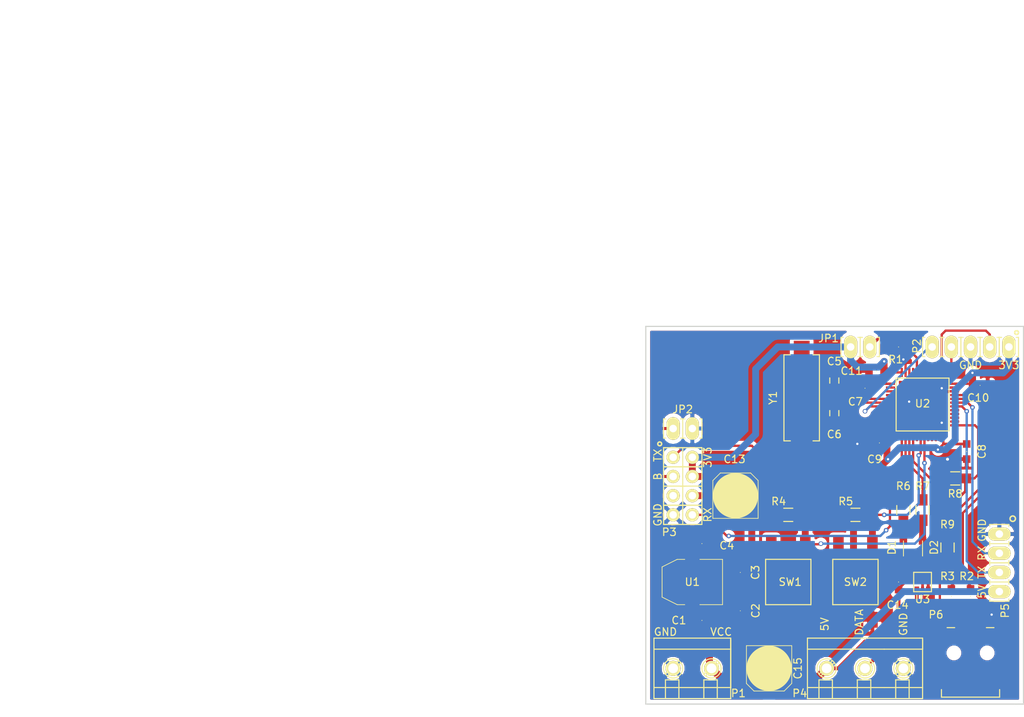
<source format=kicad_pcb>
(kicad_pcb (version 4) (host pcbnew 4.0.2-stable)

  (general
    (links 93)
    (no_connects 0)
    (area 14.357857 56.515 150.075001 151.833)
    (thickness 1.6)
    (drawings 24)
    (tracks 258)
    (zones 0)
    (modules 39)
    (nets 29)
  )

  (page A4)
  (title_block
    (title "Devcon Wordclock")
    (date 2016-03-20)
    (rev 0.1)
  )

  (layers
    (0 F.Cu signal)
    (31 B.Cu signal)
    (32 B.Adhes user)
    (33 F.Adhes user)
    (34 B.Paste user)
    (35 F.Paste user)
    (36 B.SilkS user)
    (37 F.SilkS user)
    (38 B.Mask user)
    (39 F.Mask user)
    (40 Dwgs.User user)
    (41 Cmts.User user)
    (42 Eco1.User user)
    (43 Eco2.User user)
    (44 Edge.Cuts user)
    (45 Margin user)
    (46 B.CrtYd user)
    (47 F.CrtYd user)
    (48 B.Fab user)
    (49 F.Fab user)
  )

  (setup
    (last_trace_width 0.3048)
    (user_trace_width 0.3048)
    (user_trace_width 0.35)
    (user_trace_width 0.5)
    (user_trace_width 0.91)
    (user_trace_width 1.47)
    (trace_clearance 0.17)
    (zone_clearance 0.508)
    (zone_45_only no)
    (trace_min 0.2)
    (segment_width 0.2)
    (edge_width 0.15)
    (via_size 0.6)
    (via_drill 0.4)
    (via_min_size 0.4)
    (via_min_drill 0.3)
    (user_via 0.6096 0.3048)
    (uvia_size 0.3)
    (uvia_drill 0.1)
    (uvias_allowed no)
    (uvia_min_size 0.2)
    (uvia_min_drill 0.1)
    (pcb_text_width 0.3)
    (pcb_text_size 1.5 1.5)
    (mod_edge_width 0.15)
    (mod_text_size 1 1)
    (mod_text_width 0.15)
    (pad_size 5 5)
    (pad_drill 3.2)
    (pad_to_mask_clearance 0.2)
    (aux_axis_origin 0 0)
    (grid_origin 144.006 114.536)
    (visible_elements 7FFEFFFF)
    (pcbplotparams
      (layerselection 0x010f0_80000001)
      (usegerberextensions true)
      (excludeedgelayer true)
      (linewidth 0.100000)
      (plotframeref false)
      (viasonmask false)
      (mode 1)
      (useauxorigin false)
      (hpglpennumber 1)
      (hpglpenspeed 20)
      (hpglpendiameter 15)
      (hpglpenoverlay 2)
      (psnegative false)
      (psa4output false)
      (plotreference true)
      (plotvalue true)
      (plotinvisibletext false)
      (padsonsilk false)
      (subtractmaskfromsilk false)
      (outputformat 1)
      (mirror false)
      (drillshape 0)
      (scaleselection 1)
      (outputdirectory gerber/))
  )

  (net 0 "")
  (net 1 +5V)
  (net 2 GND)
  (net 3 +3V3)
  (net 4 SWDIO)
  (net 5 SWCLK)
  (net 6 NRST)
  (net 7 /USART1_RX)
  (net 8 /USART1_TX)
  (net 9 "Net-(P4-Pad2)")
  (net 10 /USB_DP)
  (net 11 /USB_DM)
  (net 12 /USART2_TX)
  (net 13 "Net-(U2-Pad16)")
  (net 14 /USART2_RX)
  (net 15 "Net-(C5-Pad2)")
  (net 16 "Net-(C6-Pad1)")
  (net 17 "Net-(P6-Pad2)")
  (net 18 "Net-(JP1-Pad2)")
  (net 19 "Net-(P6-Pad3)")
  (net 20 "Net-(JP2-Pad1)")
  (net 21 "Net-(R4-Pad1)")
  (net 22 "Net-(R5-Pad1)")
  (net 23 "Net-(D1-Pad1)")
  (net 24 "Net-(R6-Pad2)")
  (net 25 "Net-(D2-Pad1)")
  (net 26 "Net-(R7-Pad2)")
  (net 27 "Net-(P6-Pad1)")
  (net 28 USB_ACTIVE)

  (net_class Default "This is the default net class."
    (clearance 0.17)
    (trace_width 0.4)
    (via_dia 0.6)
    (via_drill 0.4)
    (uvia_dia 0.3)
    (uvia_drill 0.1)
    (add_net +3V3)
    (add_net +5V)
    (add_net /USART1_RX)
    (add_net /USART1_TX)
    (add_net /USART2_RX)
    (add_net /USART2_TX)
    (add_net /USB_DM)
    (add_net /USB_DP)
    (add_net GND)
    (add_net NRST)
    (add_net "Net-(C5-Pad2)")
    (add_net "Net-(C6-Pad1)")
    (add_net "Net-(D1-Pad1)")
    (add_net "Net-(D2-Pad1)")
    (add_net "Net-(JP1-Pad2)")
    (add_net "Net-(JP2-Pad1)")
    (add_net "Net-(P4-Pad2)")
    (add_net "Net-(P6-Pad1)")
    (add_net "Net-(P6-Pad2)")
    (add_net "Net-(P6-Pad3)")
    (add_net "Net-(R4-Pad1)")
    (add_net "Net-(R5-Pad1)")
    (add_net "Net-(R6-Pad2)")
    (add_net "Net-(R7-Pad2)")
    (add_net "Net-(U2-Pad16)")
    (add_net SWCLK)
    (add_net SWDIO)
    (add_net USB_ACTIVE)
  )

  (net_class Fett ""
    (clearance 0.2)
    (trace_width 1)
    (via_dia 0.6)
    (via_drill 0.4)
    (uvia_dia 0.3)
    (uvia_drill 0.1)
  )

  (net_class Klein ""
    (clearance 0.2)
    (trace_width 0.3)
    (via_dia 0.6)
    (via_drill 0.4)
    (uvia_dia 0.3)
    (uvia_drill 0.1)
  )

  (net_class Mittel ""
    (clearance 0.2)
    (trace_width 0.8)
    (via_dia 0.6)
    (via_drill 0.4)
    (uvia_dia 0.3)
    (uvia_drill 0.1)
  )

  (module Capacitors_SMD:C_0805_HandSoldering (layer F.Cu) (tedit 56F419BB) (tstamp 56EDF8BB)
    (at 107.43 138.92 180)
    (descr "Capacitor SMD 0805, hand soldering")
    (tags "capacitor 0805")
    (path /56ED0B46)
    (attr smd)
    (fp_text reference C1 (at 3.048 0 180) (layer F.SilkS)
      (effects (font (size 1 1) (thickness 0.15)))
    )
    (fp_text value 100n (at 0 2 180) (layer F.Fab)
      (effects (font (size 1 1) (thickness 0.15)))
    )
    (fp_line (start -2 -1) (end 2 -1) (layer F.CrtYd) (width 0))
    (fp_line (start -2 1) (end 2 1) (layer F.CrtYd) (width 0))
    (fp_line (start -2 -1) (end -2 1) (layer F.CrtYd) (width 0))
    (fp_line (start 2 -1) (end 2 1) (layer F.CrtYd) (width 0))
    (fp_line (start 0 0) (end 0 0) (layer F.SilkS) (width 0))
    (fp_line (start 0 0) (end 0 0) (layer F.SilkS) (width 0))
    (pad 1 smd rect (at -1 0 180) (size 1 1) (layers F.Cu F.Paste F.Mask)
      (net 1 +5V))
    (pad 2 smd rect (at 1 0 180) (size 1 1) (layers F.Cu F.Paste F.Mask)
      (net 2 GND))
    (model Capacitors_SMD.3dshapes/C_0805_HandSoldering.wrl
      (at (xyz 0 0 0))
      (scale (xyz 1 1 1))
      (rotate (xyz 0 0 0))
    )
  )

  (module Capacitors_SMD:C_0805_HandSoldering (layer F.Cu) (tedit 56F419B2) (tstamp 56EDF8C1)
    (at 112.51 137.65 90)
    (descr "Capacitor SMD 0805, hand soldering")
    (tags "capacitor 0805")
    (path /56E07E35)
    (attr smd)
    (fp_text reference C2 (at 0 2.032 90) (layer F.SilkS)
      (effects (font (size 1 1) (thickness 0.15)))
    )
    (fp_text value 1u (at 0 2 90) (layer F.Fab)
      (effects (font (size 1 1) (thickness 0.15)))
    )
    (fp_line (start -2 -1) (end 2 -1) (layer F.CrtYd) (width 0))
    (fp_line (start -2 1) (end 2 1) (layer F.CrtYd) (width 0))
    (fp_line (start -2 -1) (end -2 1) (layer F.CrtYd) (width 0))
    (fp_line (start 2 -1) (end 2 1) (layer F.CrtYd) (width 0))
    (fp_line (start 0 0) (end 0 0) (layer F.SilkS) (width 0))
    (fp_line (start 0 0) (end 0 0) (layer F.SilkS) (width 0))
    (pad 1 smd rect (at -1 0 90) (size 1 1) (layers F.Cu F.Paste F.Mask)
      (net 1 +5V))
    (pad 2 smd rect (at 1 0 90) (size 1 1) (layers F.Cu F.Paste F.Mask)
      (net 2 GND))
    (model Capacitors_SMD.3dshapes/C_0805_HandSoldering.wrl
      (at (xyz 0 0 0))
      (scale (xyz 1 1 1))
      (rotate (xyz 0 0 0))
    )
  )

  (module Capacitors_SMD:C_0805_HandSoldering (layer F.Cu) (tedit 541A9B8D) (tstamp 56EDF8C7)
    (at 112.51 132.57 270)
    (descr "Capacitor SMD 0805, hand soldering")
    (tags "capacitor 0805")
    (path /56E07A63)
    (attr smd)
    (fp_text reference C3 (at 0 -2 270) (layer F.SilkS)
      (effects (font (size 1 1) (thickness 0.15)))
    )
    (fp_text value 1u (at 0 2 270) (layer F.Fab)
      (effects (font (size 1 1) (thickness 0.15)))
    )
    (fp_line (start -2 -1) (end 2 -1) (layer F.CrtYd) (width 0))
    (fp_line (start -2 1) (end 2 1) (layer F.CrtYd) (width 0))
    (fp_line (start -2 -1) (end -2 1) (layer F.CrtYd) (width 0))
    (fp_line (start 2 -1) (end 2 1) (layer F.CrtYd) (width 0))
    (fp_line (start 0 0) (end 0 0) (layer F.SilkS) (width 0))
    (fp_line (start 0 0) (end 0 0) (layer F.SilkS) (width 0))
    (pad 1 smd rect (at -1 0 270) (size 1 1) (layers F.Cu F.Paste F.Mask)
      (net 3 +3V3))
    (pad 2 smd rect (at 1 0 270) (size 1 1) (layers F.Cu F.Paste F.Mask)
      (net 2 GND))
    (model Capacitors_SMD.3dshapes/C_0805_HandSoldering.wrl
      (at (xyz 0 0 0))
      (scale (xyz 1 1 1))
      (rotate (xyz 0 0 0))
    )
  )

  (module Capacitors_SMD:C_0805_HandSoldering (layer F.Cu) (tedit 56F419AC) (tstamp 56EDF8CD)
    (at 107.43 128.76 180)
    (descr "Capacitor SMD 0805, hand soldering")
    (tags "capacitor 0805")
    (path /56ED0C50)
    (attr smd)
    (fp_text reference C4 (at -3.302 -0.254 180) (layer F.SilkS)
      (effects (font (size 1 1) (thickness 0.15)))
    )
    (fp_text value 100n (at 0 2 180) (layer F.Fab)
      (effects (font (size 1 1) (thickness 0.15)))
    )
    (fp_line (start -2 -1) (end 2 -1) (layer F.CrtYd) (width 0))
    (fp_line (start -2 1) (end 2 1) (layer F.CrtYd) (width 0))
    (fp_line (start -2 -1) (end -2 1) (layer F.CrtYd) (width 0))
    (fp_line (start 2 -1) (end 2 1) (layer F.CrtYd) (width 0))
    (fp_line (start 0 0) (end 0 0) (layer F.SilkS) (width 0))
    (fp_line (start 0 0) (end 0 0) (layer F.SilkS) (width 0))
    (pad 1 smd rect (at -1 0 180) (size 1 1) (layers F.Cu F.Paste F.Mask)
      (net 3 +3V3))
    (pad 2 smd rect (at 1 0 180) (size 1 1) (layers F.Cu F.Paste F.Mask)
      (net 2 GND))
    (model Capacitors_SMD.3dshapes/C_0805_HandSoldering.wrl
      (at (xyz 0 0 0))
      (scale (xyz 1 1 1))
      (rotate (xyz 0 0 0))
    )
  )

  (module Capacitors_SMD:C_0805_HandSoldering (layer F.Cu) (tedit 56F4194E) (tstamp 56EDF8DF)
    (at 129.02 108.186 180)
    (descr "Capacitor SMD 0805, hand soldering")
    (tags "capacitor 0805")
    (path /56E9DEFA)
    (attr smd)
    (fp_text reference C7 (at 1.27 -1.778 180) (layer F.SilkS)
      (effects (font (size 1 1) (thickness 0.15)))
    )
    (fp_text value 100n (at 0 2 180) (layer F.Fab)
      (effects (font (size 1 1) (thickness 0.15)))
    )
    (fp_line (start -2 -1) (end 2 -1) (layer F.CrtYd) (width 0))
    (fp_line (start -2 1) (end 2 1) (layer F.CrtYd) (width 0))
    (fp_line (start -2 -1) (end -2 1) (layer F.CrtYd) (width 0))
    (fp_line (start 2 -1) (end 2 1) (layer F.CrtYd) (width 0))
    (fp_line (start 0 0) (end 0 0) (layer F.SilkS) (width 0))
    (fp_line (start 0 0) (end 0 0) (layer F.SilkS) (width 0))
    (pad 1 smd rect (at -1 0 180) (size 1 1) (layers F.Cu F.Paste F.Mask)
      (net 3 +3V3))
    (pad 2 smd rect (at 1 0 180) (size 1 1) (layers F.Cu F.Paste F.Mask)
      (net 2 GND))
    (model Capacitors_SMD.3dshapes/C_0805_HandSoldering.wrl
      (at (xyz 0 0 0))
      (scale (xyz 1 1 1))
      (rotate (xyz 0 0 0))
    )
  )

  (module Capacitors_SMD:C_0805_HandSoldering (layer F.Cu) (tedit 541A9B8D) (tstamp 56EDF8E5)
    (at 142.482 116.568 270)
    (descr "Capacitor SMD 0805, hand soldering")
    (tags "capacitor 0805")
    (path /56E9DFA3)
    (attr smd)
    (fp_text reference C8 (at 0 -2 270) (layer F.SilkS)
      (effects (font (size 1 1) (thickness 0.15)))
    )
    (fp_text value 100n (at 0 2 270) (layer F.Fab)
      (effects (font (size 1 1) (thickness 0.15)))
    )
    (fp_line (start -2 -1) (end 2 -1) (layer F.CrtYd) (width 0))
    (fp_line (start -2 1) (end 2 1) (layer F.CrtYd) (width 0))
    (fp_line (start -2 -1) (end -2 1) (layer F.CrtYd) (width 0))
    (fp_line (start 2 -1) (end 2 1) (layer F.CrtYd) (width 0))
    (fp_line (start 0 0) (end 0 0) (layer F.SilkS) (width 0))
    (fp_line (start 0 0) (end 0 0) (layer F.SilkS) (width 0))
    (pad 1 smd rect (at -1 0 270) (size 1 1) (layers F.Cu F.Paste F.Mask)
      (net 3 +3V3))
    (pad 2 smd rect (at 1 0 270) (size 1 1) (layers F.Cu F.Paste F.Mask)
      (net 2 GND))
    (model Capacitors_SMD.3dshapes/C_0805_HandSoldering.wrl
      (at (xyz 0 0 0))
      (scale (xyz 1 1 1))
      (rotate (xyz 0 0 0))
    )
  )

  (module Capacitors_SMD:C_0805_HandSoldering (layer F.Cu) (tedit 56F8FEB9) (tstamp 56EDF8EB)
    (at 130.925 115.425 180)
    (descr "Capacitor SMD 0805, hand soldering")
    (tags "capacitor 0805")
    (path /56E9DFE7)
    (attr smd)
    (fp_text reference C9 (at 0.635 -2.159 180) (layer F.SilkS)
      (effects (font (size 1 1) (thickness 0.15)))
    )
    (fp_text value 100n (at 0 2 180) (layer F.Fab)
      (effects (font (size 1 1) (thickness 0.15)))
    )
    (fp_line (start -2 -1) (end 2 -1) (layer F.CrtYd) (width 0))
    (fp_line (start -2 1) (end 2 1) (layer F.CrtYd) (width 0))
    (fp_line (start -2 -1) (end -2 1) (layer F.CrtYd) (width 0))
    (fp_line (start 2 -1) (end 2 1) (layer F.CrtYd) (width 0))
    (fp_line (start 0 0) (end 0 0) (layer F.SilkS) (width 0))
    (fp_line (start 0 0) (end 0 0) (layer F.SilkS) (width 0))
    (pad 1 smd rect (at -1 0 180) (size 1 1) (layers F.Cu F.Paste F.Mask)
      (net 3 +3V3))
    (pad 2 smd rect (at 1 0 180) (size 1 1) (layers F.Cu F.Paste F.Mask)
      (net 2 GND))
    (model Capacitors_SMD.3dshapes/C_0805_HandSoldering.wrl
      (at (xyz 0 0 0))
      (scale (xyz 1 1 1))
      (rotate (xyz 0 0 0))
    )
  )

  (module Capacitors_SMD:C_0805_HandSoldering (layer F.Cu) (tedit 56F41C76) (tstamp 56EDF8F1)
    (at 144.26 107.805)
    (descr "Capacitor SMD 0805, hand soldering")
    (tags "capacitor 0805")
    (path /56E9E032)
    (attr smd)
    (fp_text reference C10 (at -0.254 1.651) (layer F.SilkS)
      (effects (font (size 1 1) (thickness 0.15)))
    )
    (fp_text value 100n (at 0 2) (layer F.Fab)
      (effects (font (size 1 1) (thickness 0.15)))
    )
    (fp_line (start -2 -1) (end 2 -1) (layer F.CrtYd) (width 0))
    (fp_line (start -2 1) (end 2 1) (layer F.CrtYd) (width 0))
    (fp_line (start -2 -1) (end -2 1) (layer F.CrtYd) (width 0))
    (fp_line (start 2 -1) (end 2 1) (layer F.CrtYd) (width 0))
    (fp_line (start 0 0) (end 0 0) (layer F.SilkS) (width 0))
    (fp_line (start 0 0) (end 0 0) (layer F.SilkS) (width 0))
    (pad 1 smd rect (at -1 0) (size 1 1) (layers F.Cu F.Paste F.Mask)
      (net 3 +3V3))
    (pad 2 smd rect (at 1 0) (size 1 1) (layers F.Cu F.Paste F.Mask)
      (net 2 GND))
    (model Capacitors_SMD.3dshapes/C_0805_HandSoldering.wrl
      (at (xyz 0 0 0))
      (scale (xyz 1 1 1))
      (rotate (xyz 0 0 0))
    )
  )

  (module Capacitors_SMD:C_0805_HandSoldering (layer F.Cu) (tedit 56F4195E) (tstamp 56EDF8F7)
    (at 130.544 105.9 180)
    (descr "Capacitor SMD 0805, hand soldering")
    (tags "capacitor 0805")
    (path /56E9E07C)
    (attr smd)
    (fp_text reference C11 (at 3.302 0 180) (layer F.SilkS)
      (effects (font (size 1 1) (thickness 0.15)))
    )
    (fp_text value 100n (at 0 2 180) (layer F.Fab)
      (effects (font (size 1 1) (thickness 0.15)))
    )
    (fp_line (start -2 -1) (end 2 -1) (layer F.CrtYd) (width 0))
    (fp_line (start -2 1) (end 2 1) (layer F.CrtYd) (width 0))
    (fp_line (start -2 -1) (end -2 1) (layer F.CrtYd) (width 0))
    (fp_line (start 2 -1) (end 2 1) (layer F.CrtYd) (width 0))
    (fp_line (start 0 0) (end 0 0) (layer F.SilkS) (width 0))
    (fp_line (start 0 0) (end 0 0) (layer F.SilkS) (width 0))
    (pad 1 smd rect (at -1 0 180) (size 1 1) (layers F.Cu F.Paste F.Mask)
      (net 3 +3V3))
    (pad 2 smd rect (at 1 0 180) (size 1 1) (layers F.Cu F.Paste F.Mask)
      (net 2 GND))
    (model Capacitors_SMD.3dshapes/C_0805_HandSoldering.wrl
      (at (xyz 0 0 0))
      (scale (xyz 1 1 1))
      (rotate (xyz 0 0 0))
    )
  )

  (module Footprints:CONN_RM5,08_2PIN (layer F.Cu) (tedit 56F419C1) (tstamp 56EDF91F)
    (at 106.16 145.27)
    (path /56ED3032)
    (fp_text reference P1 (at 6.096 3.302) (layer F.SilkS)
      (effects (font (size 1 1) (thickness 0.15)))
    )
    (fp_text value CONN_01X02 (at 0 5.588) (layer F.Fab)
      (effects (font (size 1 1) (thickness 0.15)))
    )
    (fp_line (start 3.302 1.524) (end 3.302 3.937) (layer F.SilkS) (width 0.15))
    (fp_line (start 2.413 1.524) (end 3.302 1.524) (layer F.SilkS) (width 0.15))
    (fp_line (start 1.524 1.524) (end 2.413 1.524) (layer F.SilkS) (width 0.15))
    (fp_line (start 1.524 1.524) (end 1.524 3.937) (layer F.SilkS) (width 0.15))
    (fp_line (start -1.778 1.524) (end -1.778 3.937) (layer F.SilkS) (width 0.15))
    (fp_line (start -2.667 1.524) (end -1.778 1.524) (layer F.SilkS) (width 0.15))
    (fp_line (start -3.556 3.937) (end -3.556 1.524) (layer F.SilkS) (width 0.15))
    (fp_line (start -3.556 1.524) (end -2.667 1.524) (layer F.SilkS) (width 0.15))
    (fp_line (start 1.778 1.016) (end 3.556 -0.762) (layer F.SilkS) (width 0.15))
    (fp_line (start 1.524 0.762) (end 3.302 -1.016) (layer F.SilkS) (width 0.15))
    (fp_line (start -3.302 1.016) (end -1.524 -0.762) (layer F.SilkS) (width 0.15))
    (fp_line (start -3.556 0.762) (end -1.778 -1.016) (layer F.SilkS) (width 0.15))
    (fp_circle (center 2.54 0) (end 1.27 0) (layer F.SilkS) (width 0.15))
    (fp_circle (center -2.54 0) (end -3.81 0) (layer F.SilkS) (width 0.15))
    (fp_line (start -5.08 -2.54) (end 5.08 -2.54) (layer F.SilkS) (width 0.15))
    (fp_line (start 5.08 -2.54) (end 5.08 2.54) (layer F.SilkS) (width 0.15))
    (fp_line (start 5.08 2.54) (end -5.08 2.54) (layer F.SilkS) (width 0.15))
    (fp_line (start 5.08 -4) (end 5.08 4) (layer F.SilkS) (width 0.15))
    (fp_line (start 5.08 4) (end -5.08 4) (layer F.SilkS) (width 0.15))
    (fp_line (start -5.08 4) (end -5.08 -4) (layer F.SilkS) (width 0.15))
    (fp_line (start -5.08 -4) (end 5.08 -4) (layer F.SilkS) (width 0.15))
    (fp_line (start 5.08 -3.81) (end 5.08 -2.54) (layer F.SilkS) (width 0.15))
    (pad 2 thru_hole circle (at 2.54 0) (size 2 2) (drill 1.3) (layers *.Cu *.Mask F.SilkS)
      (net 1 +5V))
    (pad 1 thru_hole circle (at -2.54 0) (size 2 2) (drill 1.3) (layers *.Cu *.Mask F.SilkS)
      (net 2 GND))
  )

  (module Footprints:CONN_RM5,08_3PIN (layer F.Cu) (tedit 56F419DC) (tstamp 56EDF959)
    (at 129.02 145.27)
    (path /56ED2944)
    (fp_text reference P4 (at -8.636 3.302) (layer F.SilkS)
      (effects (font (size 1 1) (thickness 0.15)))
    )
    (fp_text value CONN_01X03 (at 0 5.461) (layer F.Fab)
      (effects (font (size 1 1) (thickness 0.15)))
    )
    (fp_line (start 4.064 1.524) (end 4.064 3.937) (layer F.SilkS) (width 0.15))
    (fp_line (start 4.064 1.524) (end 4.953 1.524) (layer F.SilkS) (width 0.15))
    (fp_line (start 4.953 1.524) (end 5.842 1.524) (layer F.SilkS) (width 0.15))
    (fp_line (start 5.842 1.524) (end 5.842 3.937) (layer F.SilkS) (width 0.15))
    (fp_line (start 4.318 1.016) (end 6.096 -0.762) (layer F.SilkS) (width 0.15))
    (fp_line (start 4.064 0.762) (end 5.842 -1.016) (layer F.SilkS) (width 0.15))
    (fp_circle (center 5.08 0) (end 3.81 0) (layer F.SilkS) (width 0.15))
    (fp_line (start 2.54 2.54) (end 7.62 2.54) (layer F.SilkS) (width 0.15))
    (fp_line (start 2.54 -2.54) (end 7.62 -2.54) (layer F.SilkS) (width 0.15))
    (fp_line (start 7.62 -2.54) (end 7.62 -3.81) (layer F.SilkS) (width 0.15))
    (fp_line (start 0.762 1.524) (end 0.762 3.937) (layer F.SilkS) (width 0.15))
    (fp_line (start -0.127 1.524) (end 0.762 1.524) (layer F.SilkS) (width 0.15))
    (fp_line (start -1.016 1.524) (end -0.127 1.524) (layer F.SilkS) (width 0.15))
    (fp_line (start -1.016 1.524) (end -1.016 3.937) (layer F.SilkS) (width 0.15))
    (fp_line (start -4.318 1.524) (end -4.318 3.937) (layer F.SilkS) (width 0.15))
    (fp_line (start -5.207 1.524) (end -4.318 1.524) (layer F.SilkS) (width 0.15))
    (fp_line (start -6.096 3.937) (end -6.096 1.524) (layer F.SilkS) (width 0.15))
    (fp_line (start -6.096 1.524) (end -5.207 1.524) (layer F.SilkS) (width 0.15))
    (fp_line (start -0.762 1.016) (end 1.016 -0.762) (layer F.SilkS) (width 0.15))
    (fp_line (start -1.016 0.762) (end 0.762 -1.016) (layer F.SilkS) (width 0.15))
    (fp_line (start -5.842 1.016) (end -4.064 -0.762) (layer F.SilkS) (width 0.15))
    (fp_line (start -6.096 0.762) (end -4.318 -1.016) (layer F.SilkS) (width 0.15))
    (fp_circle (center 0 0) (end -1.27 0) (layer F.SilkS) (width 0.15))
    (fp_circle (center -5.08 0) (end -6.35 0) (layer F.SilkS) (width 0.15))
    (fp_line (start -7.62 -2.54) (end 2.54 -2.54) (layer F.SilkS) (width 0.15))
    (fp_line (start 7.62 -4) (end 7.62 4) (layer F.SilkS) (width 0.15))
    (fp_line (start 2.54 2.54) (end -7.62 2.54) (layer F.SilkS) (width 0.15))
    (fp_line (start 7.62 4) (end -7.62 4) (layer F.SilkS) (width 0.15))
    (fp_line (start -7.62 4) (end -7.62 -4) (layer F.SilkS) (width 0.15))
    (fp_line (start -7.62 -4) (end 7.62 -4) (layer F.SilkS) (width 0.15))
    (pad 3 thru_hole circle (at 5.08 0) (size 2 2) (drill 1.3) (layers *.Cu *.Mask F.SilkS)
      (net 2 GND))
    (pad 2 thru_hole circle (at 0 0) (size 2 2) (drill 1.3) (layers *.Cu *.Mask F.SilkS)
      (net 9 "Net-(P4-Pad2)"))
    (pad 1 thru_hole circle (at -5.08 0) (size 2 2) (drill 1.3) (layers *.Cu *.Mask F.SilkS)
      (net 1 +5V))
  )

  (module "Footprints:MINI USB 2.0 SMD" (layer F.Cu) (tedit 56F419E5) (tstamp 56EDF974)
    (at 142.99 149.08)
    (path /56E9FDB2)
    (fp_text reference P6 (at -4.572 -10.922) (layer F.SilkS)
      (effects (font (size 1 1) (thickness 0.15)))
    )
    (fp_text value USB_OTG (at 0 -11.6) (layer F.Fab) hide
      (effects (font (size 1 1) (thickness 0.15)))
    )
    (fp_line (start 3.85 0) (end 3.85 -1) (layer F.SilkS) (width 0.15))
    (fp_line (start -3.85 0) (end -3.85 -1) (layer F.SilkS) (width 0.15))
    (fp_line (start 2.1 -9.2) (end 3.1 -9.2) (layer F.SilkS) (width 0.15))
    (fp_line (start -3.1 -9.2) (end -2.1 -9.2) (layer F.SilkS) (width 0.15))
    (fp_line (start 3.85 0) (end -3.85 0) (layer F.SilkS) (width 0.15))
    (pad 9 smd rect (at 4.45 -8.43) (size 2 2.5) (layers F.Cu F.Paste F.Mask))
    (pad 8 smd rect (at 4.45 -2.98) (size 2 2.5) (layers F.Cu F.Paste F.Mask))
    (pad 6 smd rect (at -4.45 -8.43) (size 2 2.5) (layers F.Cu F.Paste F.Mask))
    (pad 7 smd rect (at -4.45 -2.98) (size 2 2.5) (layers F.Cu F.Paste F.Mask))
    (pad 3 smd rect (at 0 -8.525) (size 0.5 2.25) (layers F.Cu F.Paste F.Mask)
      (net 19 "Net-(P6-Pad3)"))
    (pad 2 smd rect (at -0.8 -8.525) (size 0.5 2.25) (layers F.Cu F.Paste F.Mask)
      (net 17 "Net-(P6-Pad2)"))
    (pad 1 smd rect (at -1.6 -8.525) (size 0.5 2.25) (layers F.Cu F.Paste F.Mask)
      (net 27 "Net-(P6-Pad1)"))
    (pad 4 smd rect (at 0.8 -8.525) (size 0.5 2.25) (layers F.Cu F.Paste F.Mask))
    (pad 5 smd rect (at 1.6 -8.525) (size 0.5 2.25) (layers F.Cu F.Paste F.Mask)
      (net 2 GND))
    (pad "" np_thru_hole circle (at 2.2 -5.85) (size 0.95 0.95) (drill 0.95) (layers *.Cu))
    (pad "" np_thru_hole circle (at -2.2 -5.85) (size 0.95 0.95) (drill 0.95) (layers *.Cu))
  )

  (module Resistors_SMD:R_0805_HandSoldering (layer F.Cu) (tedit 56F41965) (tstamp 56EDF97A)
    (at 133.465 102.725 180)
    (descr "Resistor SMD 0805, hand soldering")
    (tags "resistor 0805")
    (path /56EEB62D)
    (attr smd)
    (fp_text reference R1 (at 0.381 -1.651 180) (layer F.SilkS)
      (effects (font (size 1 1) (thickness 0.15)))
    )
    (fp_text value 10k (at 0 2 180) (layer F.Fab)
      (effects (font (size 1 1) (thickness 0.15)))
    )
    (fp_line (start -2 -1) (end 2 -1) (layer F.CrtYd) (width 0))
    (fp_line (start -2 1) (end 2 1) (layer F.CrtYd) (width 0))
    (fp_line (start -2 -1) (end -2 1) (layer F.CrtYd) (width 0))
    (fp_line (start 2 -1) (end 2 1) (layer F.CrtYd) (width 0))
    (fp_line (start 0 0) (end 0 0) (layer F.SilkS) (width 0))
    (fp_line (start 0 0) (end 0 0) (layer F.SilkS) (width 0))
    (pad 1 smd rect (at -1 0 180) (size 1 1) (layers F.Cu F.Paste F.Mask)
      (net 18 "Net-(JP1-Pad2)"))
    (pad 2 smd rect (at 1 0 180) (size 1 1) (layers F.Cu F.Paste F.Mask)
      (net 2 GND))
    (model Resistors_SMD.3dshapes/R_0805_HandSoldering.wrl
      (at (xyz 0 0 0))
      (scale (xyz 1 1 1))
      (rotate (xyz 0 0 0))
    )
  )

  (module Resistors_SMD:R_0805_HandSoldering (layer F.Cu) (tedit 56F41B32) (tstamp 56EDF980)
    (at 142.99 135.745 90)
    (descr "Resistor SMD 0805, hand soldering")
    (tags "resistor 0805")
    (path /56E9FB5F)
    (attr smd)
    (fp_text reference R2 (at 2.667 -0.508 180) (layer F.SilkS)
      (effects (font (size 1 1) (thickness 0.15)))
    )
    (fp_text value 27 (at 0 2 90) (layer F.Fab)
      (effects (font (size 1 1) (thickness 0.15)))
    )
    (fp_line (start -2 -1) (end 2 -1) (layer F.CrtYd) (width 0))
    (fp_line (start -2 1) (end 2 1) (layer F.CrtYd) (width 0))
    (fp_line (start -2 -1) (end -2 1) (layer F.CrtYd) (width 0))
    (fp_line (start 2 -1) (end 2 1) (layer F.CrtYd) (width 0))
    (fp_line (start 0 0) (end 0 0) (layer F.SilkS) (width 0))
    (fp_line (start 0 0) (end 0 0) (layer F.SilkS) (width 0))
    (pad 1 smd rect (at -1 0 90) (size 1 1) (layers F.Cu F.Paste F.Mask)
      (net 19 "Net-(P6-Pad3)"))
    (pad 2 smd rect (at 1 0 90) (size 1 1) (layers F.Cu F.Paste F.Mask)
      (net 10 /USB_DP))
    (model Resistors_SMD.3dshapes/R_0805_HandSoldering.wrl
      (at (xyz 0 0 0))
      (scale (xyz 1 1 1))
      (rotate (xyz 0 0 0))
    )
  )

  (module Resistors_SMD:R_0805_HandSoldering (layer F.Cu) (tedit 56F41B34) (tstamp 56EDF986)
    (at 140.45 135.745 90)
    (descr "Resistor SMD 0805, hand soldering")
    (tags "resistor 0805")
    (path /56E9FA0C)
    (attr smd)
    (fp_text reference R3 (at 2.667 -0.508 180) (layer F.SilkS)
      (effects (font (size 1 1) (thickness 0.15)))
    )
    (fp_text value 27 (at 0 2 90) (layer F.Fab)
      (effects (font (size 1 1) (thickness 0.15)))
    )
    (fp_line (start -2 -1) (end 2 -1) (layer F.CrtYd) (width 0))
    (fp_line (start -2 1) (end 2 1) (layer F.CrtYd) (width 0))
    (fp_line (start -2 -1) (end -2 1) (layer F.CrtYd) (width 0))
    (fp_line (start 2 -1) (end 2 1) (layer F.CrtYd) (width 0))
    (fp_line (start 0 0) (end 0 0) (layer F.SilkS) (width 0))
    (fp_line (start 0 0) (end 0 0) (layer F.SilkS) (width 0))
    (pad 1 smd rect (at -1 0 90) (size 1 1) (layers F.Cu F.Paste F.Mask)
      (net 17 "Net-(P6-Pad2)"))
    (pad 2 smd rect (at 1 0 90) (size 1 1) (layers F.Cu F.Paste F.Mask)
      (net 11 /USB_DM))
    (model Resistors_SMD.3dshapes/R_0805_HandSoldering.wrl
      (at (xyz 0 0 0))
      (scale (xyz 1 1 1))
      (rotate (xyz 0 0 0))
    )
  )

  (module TO_SOT_Packages_SMD:SOT-223 (layer F.Cu) (tedit 56F419A8) (tstamp 56EDF98E)
    (at 106.16 133.84 90)
    (descr "module CMS SOT223 4 pins")
    (tags "CMS SOT")
    (path /56EB39BA)
    (attr smd)
    (fp_text reference U1 (at 0 0 180) (layer F.SilkS)
      (effects (font (size 1 1) (thickness 0.15)))
    )
    (fp_text value MCP1825S (at 0 0 90) (layer F.Fab)
      (effects (font (size 1 1) (thickness 0.15)))
    )
    (fp_line (start -3 1) (end -3 4) (layer F.SilkS) (width 0))
    (fp_line (start -3 4) (end 3 4) (layer F.SilkS) (width 0))
    (fp_line (start 3 4) (end 3 1) (layer F.SilkS) (width 0))
    (fp_line (start -3 -1) (end -3 -2) (layer F.SilkS) (width 0))
    (fp_line (start -3 -2) (end -2 -4) (layer F.SilkS) (width 0))
    (fp_line (start -2 -4) (end 2 -4) (layer F.SilkS) (width 0))
    (fp_line (start 2 -4) (end 3 -2) (layer F.SilkS) (width 0))
    (fp_line (start 3 -2) (end 3 -1) (layer F.SilkS) (width 0))
    (pad 4 smd rect (at 0 -3 90) (size 3 2) (layers F.Cu F.Paste F.Mask)
      (net 2 GND))
    (pad 2 smd rect (at 0 3 90) (size 1 2) (layers F.Cu F.Paste F.Mask)
      (net 2 GND))
    (pad 3 smd rect (at 2 3 90) (size 1 2) (layers F.Cu F.Paste F.Mask)
      (net 3 +3V3))
    (pad 1 smd rect (at -2 3 90) (size 1 2) (layers F.Cu F.Paste F.Mask)
      (net 1 +5V))
    (model TO_SOT_Packages_SMD.3dshapes/SOT-223.wrl
      (at (xyz 0 0 0))
      (scale (xyz 0 0 0))
      (rotate (xyz 0 0 0))
    )
  )

  (module Footprints:LQFP48 (layer F.Cu) (tedit 56F41955) (tstamp 56EDF9C7)
    (at 136.64 110.345 270)
    (path /56E9D1B7)
    (fp_text reference U2 (at -0.127 0 360) (layer F.SilkS)
      (effects (font (size 1 1) (thickness 0.15)))
    )
    (fp_text value STM32F072CB (at 0 -2.3 270) (layer F.Fab) hide
      (effects (font (size 1 1) (thickness 0.15)))
    )
    (fp_line (start -3 3.5) (end -3.5 3) (layer F.SilkS) (width 0.15))
    (fp_line (start -3.5 3.5) (end 3.5 3.5) (layer F.SilkS) (width 0.15))
    (fp_line (start 3.5 3.5) (end 3.5 -3.5) (layer F.SilkS) (width 0.15))
    (fp_line (start -3.5 -3.5) (end -3.5 3.5) (layer F.SilkS) (width 0.15))
    (fp_line (start -3.5 -3.5) (end 3.5 -3.5) (layer F.SilkS) (width 0.15))
    (pad 1 smd rect (at -2.75 4.25 270) (size 0.3 1.2) (layers F.Cu F.Paste F.Mask)
      (net 3 +3V3))
    (pad 2 smd rect (at -2.25 4.25 270) (size 0.3 1.2) (layers F.Cu F.Paste F.Mask))
    (pad 3 smd rect (at -1.75 4.25 270) (size 0.3 1.2) (layers F.Cu F.Paste F.Mask))
    (pad 4 smd rect (at -1.25 4.25 270) (size 0.3 1.2) (layers F.Cu F.Paste F.Mask))
    (pad 5 smd rect (at -0.75 4.25 270) (size 0.3 1.2) (layers F.Cu F.Paste F.Mask)
      (net 15 "Net-(C5-Pad2)"))
    (pad 6 smd rect (at -0.25 4.25 270) (size 0.3 1.2) (layers F.Cu F.Paste F.Mask)
      (net 16 "Net-(C6-Pad1)"))
    (pad 7 smd rect (at 0.25 4.25 270) (size 0.3 1.2) (layers F.Cu F.Paste F.Mask)
      (net 6 NRST))
    (pad 8 smd rect (at 0.75 4.25 270) (size 0.3 1.2) (layers F.Cu F.Paste F.Mask)
      (net 2 GND))
    (pad 9 smd rect (at 1.25 4.25 270) (size 0.3 1.2) (layers F.Cu F.Paste F.Mask)
      (net 3 +3V3))
    (pad 10 smd rect (at 1.75 4.25 270) (size 0.3 1.2) (layers F.Cu F.Paste F.Mask))
    (pad 11 smd rect (at 2.25 4.25 270) (size 0.3 1.2) (layers F.Cu F.Paste F.Mask))
    (pad 12 smd rect (at 2.75 4.25 270) (size 0.3 1.2) (layers F.Cu F.Paste F.Mask)
      (net 12 /USART2_TX))
    (pad 24 smd rect (at 4.25 -2.75 270) (size 1.2 0.3) (layers F.Cu F.Paste F.Mask)
      (net 3 +3V3))
    (pad 23 smd rect (at 4.25 -2.25 270) (size 1.2 0.3) (layers F.Cu F.Paste F.Mask)
      (net 2 GND))
    (pad 22 smd rect (at 4.25 -1.75 270) (size 1.2 0.3) (layers F.Cu F.Paste F.Mask))
    (pad 21 smd rect (at 4.25 -1.25 270) (size 1.2 0.3) (layers F.Cu F.Paste F.Mask))
    (pad 20 smd rect (at 4.25 -0.75 270) (size 1.2 0.3) (layers F.Cu F.Paste F.Mask))
    (pad 19 smd rect (at 4.25 -0.25 270) (size 1.2 0.3) (layers F.Cu F.Paste F.Mask)
      (net 21 "Net-(R4-Pad1)"))
    (pad 18 smd rect (at 4.25 0.25 270) (size 1.2 0.3) (layers F.Cu F.Paste F.Mask)
      (net 22 "Net-(R5-Pad1)"))
    (pad 17 smd rect (at 4.25 0.75 270) (size 1.2 0.3) (layers F.Cu F.Paste F.Mask))
    (pad 16 smd rect (at 4.25 1.25 270) (size 1.2 0.3) (layers F.Cu F.Paste F.Mask)
      (net 13 "Net-(U2-Pad16)"))
    (pad 15 smd rect (at 4.25 1.75 270) (size 1.2 0.3) (layers F.Cu F.Paste F.Mask)
      (net 26 "Net-(R7-Pad2)"))
    (pad 14 smd rect (at 4.25 2.25 270) (size 1.2 0.3) (layers F.Cu F.Paste F.Mask)
      (net 24 "Net-(R6-Pad2)"))
    (pad 13 smd rect (at 4.25 2.75 270) (size 1.2 0.3) (layers F.Cu F.Paste F.Mask)
      (net 14 /USART2_RX))
    (pad 37 smd rect (at -4.25 -2.75 270) (size 1.2 0.3) (layers F.Cu F.Paste F.Mask)
      (net 5 SWCLK))
    (pad 38 smd rect (at -4.25 -2.25 270) (size 1.2 0.3) (layers F.Cu F.Paste F.Mask))
    (pad 39 smd rect (at -4.25 -1.75 270) (size 1.2 0.3) (layers F.Cu F.Paste F.Mask))
    (pad 40 smd rect (at -4.25 -1.25 270) (size 1.2 0.3) (layers F.Cu F.Paste F.Mask))
    (pad 41 smd rect (at -4.25 -0.75 270) (size 1.2 0.3) (layers F.Cu F.Paste F.Mask))
    (pad 42 smd rect (at -4.25 -0.25 270) (size 1.2 0.3) (layers F.Cu F.Paste F.Mask))
    (pad 43 smd rect (at -4.25 0.25 270) (size 1.2 0.3) (layers F.Cu F.Paste F.Mask))
    (pad 44 smd rect (at -4.25 0.75 270) (size 1.2 0.3) (layers F.Cu F.Paste F.Mask)
      (net 18 "Net-(JP1-Pad2)"))
    (pad 45 smd rect (at -4.25 1.25 270) (size 1.2 0.3) (layers F.Cu F.Paste F.Mask))
    (pad 46 smd rect (at -4.25 1.75 270) (size 1.2 0.3) (layers F.Cu F.Paste F.Mask))
    (pad 47 smd rect (at -4.25 2.25 270) (size 1.2 0.3) (layers F.Cu F.Paste F.Mask)
      (net 2 GND))
    (pad 48 smd rect (at -4.25 2.75 270) (size 1.2 0.3) (layers F.Cu F.Paste F.Mask)
      (net 3 +3V3))
    (pad 36 smd rect (at -2.75 -4.25 270) (size 0.3 1.2) (layers F.Cu F.Paste F.Mask)
      (net 3 +3V3))
    (pad 35 smd rect (at -2.25 -4.25 270) (size 0.3 1.2) (layers F.Cu F.Paste F.Mask)
      (net 2 GND))
    (pad 34 smd rect (at -1.75 -4.25 270) (size 0.3 1.2) (layers F.Cu F.Paste F.Mask)
      (net 4 SWDIO))
    (pad 33 smd rect (at -1.25 -4.25 270) (size 0.3 1.2) (layers F.Cu F.Paste F.Mask)
      (net 10 /USB_DP))
    (pad 32 smd rect (at -0.75 -4.25 270) (size 0.3 1.2) (layers F.Cu F.Paste F.Mask)
      (net 11 /USB_DM))
    (pad 31 smd rect (at -0.25 -4.25 270) (size 0.3 1.2) (layers F.Cu F.Paste F.Mask)
      (net 7 /USART1_RX))
    (pad 30 smd rect (at 0.25 -4.25 270) (size 0.3 1.2) (layers F.Cu F.Paste F.Mask)
      (net 8 /USART1_TX))
    (pad 29 smd rect (at 0.75 -4.25 270) (size 0.3 1.2) (layers F.Cu F.Paste F.Mask))
    (pad 28 smd rect (at 1.25 -4.25 270) (size 0.3 1.2) (layers F.Cu F.Paste F.Mask))
    (pad 27 smd rect (at 1.75 -4.25 270) (size 0.3 1.2) (layers F.Cu F.Paste F.Mask))
    (pad 26 smd rect (at 2.25 -4.25 270) (size 0.3 1.2) (layers F.Cu F.Paste F.Mask))
    (pad 25 smd rect (at 2.75 -4.25 270) (size 0.3 1.2) (layers F.Cu F.Paste F.Mask)
      (net 28 USB_ACTIVE))
  )

  (module Footprints:SOT353-1 (layer F.Cu) (tedit 56F41A04) (tstamp 56EDF9D4)
    (at 136.64 133.84 270)
    (path /56ED1508)
    (fp_text reference U3 (at 2.286 0 360) (layer F.SilkS)
      (effects (font (size 1 1) (thickness 0.15)))
    )
    (fp_text value 74HCT1G08GW-Q100 (at 0 2.4 270) (layer F.Fab) hide
      (effects (font (size 1 1) (thickness 0.15)))
    )
    (fp_line (start -1.28 1.175) (end -1.28 -1.175) (layer F.SilkS) (width 0.15))
    (fp_line (start 1.28 1.175) (end 1.28 -1.175) (layer F.SilkS) (width 0.15))
    (fp_line (start -1.28 1.175) (end 1.28 1.175) (layer F.SilkS) (width 0.15))
    (fp_line (start -1.28 -1.175) (end 1.28 -1.175) (layer F.SilkS) (width 0.15))
    (pad 1 smd rect (at 0.9 -0.75 270) (size 0.6 0.6) (layers F.Cu F.Paste F.Mask)
      (net 13 "Net-(U2-Pad16)"))
    (pad 2 smd rect (at -0.9 -0.75 270) (size 0.6 0.6) (layers F.Cu F.Paste F.Mask)
      (net 13 "Net-(U2-Pad16)"))
    (pad 3 smd rect (at -0.9 0.75 270) (size 0.6 0.6) (layers F.Cu F.Paste F.Mask)
      (net 2 GND))
    (pad 4 smd rect (at 0.9 0.75 270) (size 0.6 0.6) (layers F.Cu F.Paste F.Mask)
      (net 9 "Net-(P4-Pad2)"))
    (pad 5 smd rect (at 0.9 0 270) (size 0.6 0.4) (layers F.Cu F.Paste F.Mask)
      (net 1 +5V))
  )

  (module Footprints:Quarz_SMD (layer F.Cu) (tedit 56EB37C8) (tstamp 56EDF9E0)
    (at 120.638 109.456 270)
    (path /56EA50A4)
    (fp_text reference Y1 (at 0 3.8 270) (layer F.SilkS)
      (effects (font (size 1 1) (thickness 0.15)))
    )
    (fp_text value Crystal_Small (at -0.1 -3.4 270) (layer F.Fab) hide
      (effects (font (size 1 1) (thickness 0.15)))
    )
    (fp_line (start 5.7 2.35) (end 5.7 1.5) (layer F.SilkS) (width 0.15))
    (fp_line (start 5.7 -2.35) (end 5.7 -1.5) (layer F.SilkS) (width 0.15))
    (fp_line (start -5.7 -2.35) (end -5.7 -1.5) (layer F.SilkS) (width 0.15))
    (fp_line (start -5.7 2.35) (end -5.7 1.5) (layer F.SilkS) (width 0.15))
    (fp_line (start -5.7 2.35) (end 5.7 2.35) (layer F.SilkS) (width 0.15))
    (fp_line (start -5.7 -2.35) (end 5.7 -2.35) (layer F.SilkS) (width 0.15))
    (pad 1 smd rect (at -4.75 0 270) (size 5.6 2.1) (layers F.Cu F.Paste F.Mask)
      (net 15 "Net-(C5-Pad2)"))
    (pad 2 smd rect (at 4.75 0 270) (size 5.6 2.1) (layers F.Cu F.Paste F.Mask)
      (net 16 "Net-(C6-Pad1)"))
  )

  (module Footprints:PIN_HEADER_01x02 (layer F.Cu) (tedit 56F41937) (tstamp 56ED8E93)
    (at 128.385 102.725)
    (path /56ED4995)
    (fp_text reference JP1 (at -4.191 -1.143) (layer F.SilkS)
      (effects (font (size 1 1) (thickness 0.15)))
    )
    (fp_text value Jumper_NO_Small (at 0 2.54) (layer F.Fab) hide
      (effects (font (size 1 1) (thickness 0.15)))
    )
    (fp_line (start -2.54 1.27) (end -2.24 1.27) (layer F.SilkS) (width 0.15))
    (fp_line (start -2.54 -1.27) (end -2.24 -1.27) (layer F.SilkS) (width 0.15))
    (fp_line (start 2.54 -1.27) (end 2.24 -1.27) (layer F.SilkS) (width 0.15))
    (fp_line (start 2.54 1.27) (end 2.24 1.27) (layer F.SilkS) (width 0.15))
    (fp_line (start 0 1.27) (end -0.3 1.27) (layer F.SilkS) (width 0.15))
    (fp_line (start 0 1.27) (end 0.3 1.27) (layer F.SilkS) (width 0.15))
    (fp_line (start 0 -1.27) (end -0.3 -1.27) (layer F.SilkS) (width 0.15))
    (fp_line (start 0 1.27) (end 0 -1.27) (layer F.SilkS) (width 0.15))
    (fp_line (start 0 -1.27) (end 0.3 -1.27) (layer F.SilkS) (width 0.15))
    (fp_line (start -2.54 -1.27) (end -2.54 1.27) (layer F.SilkS) (width 0.15))
    (fp_line (start 2.54 1.27) (end 2.54 -1.27) (layer F.SilkS) (width 0.15))
    (pad 2 thru_hole oval (at 1.27 0) (size 1.75 3) (drill 1) (layers *.Cu *.Mask F.SilkS)
      (net 18 "Net-(JP1-Pad2)"))
    (pad 1 thru_hole oval (at -1.27 0) (size 1.75 3) (drill 1) (layers *.Cu *.Mask F.SilkS)
      (net 3 +3V3))
  )

  (module Footprints:PIN_HEADER_01x05 (layer F.Cu) (tedit 56F41C99) (tstamp 56ED8EB8)
    (at 142.99 102.725 180)
    (path /56ED7B25)
    (fp_text reference P2 (at 7.112 0.127 270) (layer F.SilkS)
      (effects (font (size 1 1) (thickness 0.15)))
    )
    (fp_text value CONN_01X05 (at 0 2.54 180) (layer F.Fab) hide
      (effects (font (size 1 1) (thickness 0.15)))
    )
    (fp_line (start -6.35 -1.27) (end -6.35 1.27) (layer F.SilkS) (width 0.15))
    (fp_line (start -3.81 1.27) (end -3.81 -1.27) (layer F.SilkS) (width 0.15))
    (fp_line (start -3.81 -1.27) (end -4.11 -1.27) (layer F.SilkS) (width 0.15))
    (fp_line (start -3.81 1.27) (end -4.11 1.27) (layer F.SilkS) (width 0.15))
    (fp_line (start -6.35 -1.27) (end -6.05 -1.27) (layer F.SilkS) (width 0.15))
    (fp_line (start -6.35 1.27) (end -6.05 1.27) (layer F.SilkS) (width 0.15))
    (fp_line (start 6.35 1.27) (end 6.35 -1.27) (layer F.SilkS) (width 0.15))
    (fp_line (start 1.27 -1.27) (end 1.27 1.27) (layer F.SilkS) (width 0.15))
    (fp_line (start 3.81 -1.27) (end 4.11 -1.27) (layer F.SilkS) (width 0.15))
    (fp_line (start 3.81 1.27) (end 3.81 -1.27) (layer F.SilkS) (width 0.15))
    (fp_line (start 3.81 -1.27) (end 3.51 -1.27) (layer F.SilkS) (width 0.15))
    (fp_line (start 3.81 1.27) (end 4.11 1.27) (layer F.SilkS) (width 0.15))
    (fp_line (start 3.81 1.27) (end 3.51 1.27) (layer F.SilkS) (width 0.15))
    (fp_line (start 6.35 1.27) (end 6.05 1.27) (layer F.SilkS) (width 0.15))
    (fp_line (start 6.35 -1.27) (end 6.05 -1.27) (layer F.SilkS) (width 0.15))
    (fp_line (start 1.27 -1.27) (end 1.57 -1.27) (layer F.SilkS) (width 0.15))
    (fp_line (start 1.27 1.27) (end 1.57 1.27) (layer F.SilkS) (width 0.15))
    (fp_line (start -3.81 1.27) (end -3.51 1.27) (layer F.SilkS) (width 0.15))
    (fp_line (start -3.81 -1.27) (end -3.51 -1.27) (layer F.SilkS) (width 0.15))
    (fp_line (start 1.27 -1.27) (end 0.97 -1.27) (layer F.SilkS) (width 0.15))
    (fp_line (start 1.27 1.27) (end 0.97 1.27) (layer F.SilkS) (width 0.15))
    (fp_line (start -1.27 1.27) (end -1.57 1.27) (layer F.SilkS) (width 0.15))
    (fp_line (start -1.27 1.27) (end -0.97 1.27) (layer F.SilkS) (width 0.15))
    (fp_line (start -1.27 -1.27) (end -1.57 -1.27) (layer F.SilkS) (width 0.15))
    (fp_line (start -1.27 1.27) (end -1.27 -1.27) (layer F.SilkS) (width 0.15))
    (fp_line (start -1.27 -1.27) (end -0.97 -1.27) (layer F.SilkS) (width 0.15))
    (fp_line (start -3.81 -1.27) (end -3.81 1.27) (layer F.SilkS) (width 0.15))
    (fp_line (start 1.27 1.27) (end 1.27 -1.27) (layer F.SilkS) (width 0.15))
    (pad 1 thru_hole oval (at -5.08 0 180) (size 1.75 3) (drill 1) (layers *.Cu *.Mask F.SilkS)
      (net 3 +3V3))
    (pad 4 thru_hole oval (at 2.54 0 180) (size 1.75 3) (drill 1) (layers *.Cu *.Mask F.SilkS)
      (net 4 SWDIO))
    (pad 5 thru_hole oval (at 5.08 0 180) (size 1.75 3) (drill 1) (layers *.Cu *.Mask F.SilkS)
      (net 6 NRST))
    (pad 3 thru_hole oval (at 0 0 180) (size 1.75 3) (drill 1) (layers *.Cu *.Mask F.SilkS)
      (net 2 GND))
    (pad 2 thru_hole oval (at -2.54 0 180) (size 1.75 3) (drill 1) (layers *.Cu *.Mask F.SilkS)
      (net 5 SWCLK))
  )

  (module Footprints:PIN_HEADER_02x04 (layer F.Cu) (tedit 56F4199C) (tstamp 56ED8F06)
    (at 104.89 121.14 270)
    (path /56EA82E3)
    (fp_text reference P3 (at 6.096 1.778 540) (layer F.SilkS)
      (effects (font (size 1 1) (thickness 0.15)))
    )
    (fp_text value CONN_02X04 (at 0 5.08 270) (layer F.Fab) hide
      (effects (font (size 1 1) (thickness 0.15)))
    )
    (fp_line (start -2.54 -2.54) (end -5.08 -2.54) (layer F.SilkS) (width 0.15))
    (fp_line (start -5.08 2.54) (end -2.54 2.54) (layer F.SilkS) (width 0.15))
    (fp_line (start -5.08 0) (end -5.08 -0.3) (layer F.SilkS) (width 0.15))
    (fp_line (start -2.54 0) (end -5.08 0) (layer F.SilkS) (width 0.15))
    (fp_line (start -5.08 0) (end -5.08 0.3) (layer F.SilkS) (width 0.15))
    (fp_line (start -2.54 0) (end -2.54 -0.3) (layer F.SilkS) (width 0.15))
    (fp_line (start -2.54 0) (end -2.54 0.3) (layer F.SilkS) (width 0.15))
    (fp_line (start -2.54 -2.54) (end -2.54 -2.24) (layer F.SilkS) (width 0.15))
    (fp_line (start -5.08 -2.54) (end -5.08 -2.24) (layer F.SilkS) (width 0.15))
    (fp_line (start -5.08 2.54) (end -5.08 2.24) (layer F.SilkS) (width 0.15))
    (fp_line (start -2.54 2.54) (end -2.54 2.24) (layer F.SilkS) (width 0.15))
    (fp_line (start -2.54 2.54) (end -2.54 -2.54) (layer F.SilkS) (width 0.15))
    (fp_line (start -5.08 2.54) (end -2.54 2.54) (layer F.SilkS) (width 0.15))
    (fp_line (start -5.08 -2.54) (end -5.08 2.54) (layer F.SilkS) (width 0.15))
    (fp_line (start -2.54 -2.54) (end -2.54 2.54) (layer F.SilkS) (width 0.15))
    (fp_line (start -2.54 2.54) (end -2.54 2.24) (layer F.SilkS) (width 0.15))
    (fp_line (start -2.54 -2.54) (end -2.54 -2.24) (layer F.SilkS) (width 0.15))
    (fp_line (start -2.54 0) (end -2.54 0.3) (layer F.SilkS) (width 0.15))
    (fp_line (start -2.54 0) (end -2.54 -0.3) (layer F.SilkS) (width 0.15))
    (fp_line (start 2.54 0) (end 2.54 -0.3) (layer F.SilkS) (width 0.15))
    (fp_line (start 2.54 0) (end 2.54 0.3) (layer F.SilkS) (width 0.15))
    (fp_line (start 2.54 -2.54) (end 2.54 -2.24) (layer F.SilkS) (width 0.15))
    (fp_line (start 2.54 2.54) (end 2.54 2.24) (layer F.SilkS) (width 0.15))
    (fp_line (start 2.54 2.54) (end 2.54 -2.54) (layer F.SilkS) (width 0.15))
    (fp_line (start 2.54 -2.54) (end 2.54 2.54) (layer F.SilkS) (width 0.15))
    (fp_line (start 2.54 2.54) (end 5.08 2.54) (layer F.SilkS) (width 0.15))
    (fp_line (start 5.08 2.54) (end 5.08 -2.54) (layer F.SilkS) (width 0.15))
    (fp_line (start 5.08 2.54) (end 5.08 2.24) (layer F.SilkS) (width 0.15))
    (fp_line (start 2.54 2.54) (end 2.54 2.24) (layer F.SilkS) (width 0.15))
    (fp_line (start 2.54 -2.54) (end 2.54 -2.24) (layer F.SilkS) (width 0.15))
    (fp_line (start 5.08 -2.54) (end 5.08 -2.24) (layer F.SilkS) (width 0.15))
    (fp_line (start 5.08 0) (end 5.08 0.3) (layer F.SilkS) (width 0.15))
    (fp_line (start 5.08 0) (end 5.08 -0.3) (layer F.SilkS) (width 0.15))
    (fp_line (start 2.54 0) (end 2.54 0.3) (layer F.SilkS) (width 0.15))
    (fp_line (start 5.08 0) (end 2.54 0) (layer F.SilkS) (width 0.15))
    (fp_line (start 2.54 0) (end 2.54 -0.3) (layer F.SilkS) (width 0.15))
    (fp_line (start 2.54 2.54) (end 5.08 2.54) (layer F.SilkS) (width 0.15))
    (fp_line (start 5.08 -2.54) (end 2.54 -2.54) (layer F.SilkS) (width 0.15))
    (fp_line (start 2.54 -2.54) (end 0 -2.54) (layer F.SilkS) (width 0.15))
    (fp_line (start 0 2.54) (end 2.54 2.54) (layer F.SilkS) (width 0.15))
    (fp_line (start 0 0) (end 0 -0.3) (layer F.SilkS) (width 0.15))
    (fp_line (start 2.54 0) (end 0 0) (layer F.SilkS) (width 0.15))
    (fp_line (start 0 0) (end 0 0.3) (layer F.SilkS) (width 0.15))
    (fp_line (start 2.54 0) (end 2.54 -0.3) (layer F.SilkS) (width 0.15))
    (fp_line (start 2.54 0) (end 2.54 0.3) (layer F.SilkS) (width 0.15))
    (fp_line (start 2.54 -2.54) (end 2.54 -2.24) (layer F.SilkS) (width 0.15))
    (fp_line (start 0 -2.54) (end 0 -2.24) (layer F.SilkS) (width 0.15))
    (fp_line (start 0 2.54) (end 0 2.24) (layer F.SilkS) (width 0.15))
    (fp_line (start 2.54 2.54) (end 2.54 2.24) (layer F.SilkS) (width 0.15))
    (fp_line (start 2.54 2.54) (end 2.54 -2.54) (layer F.SilkS) (width 0.15))
    (fp_line (start 0 2.54) (end 2.54 2.54) (layer F.SilkS) (width 0.15))
    (fp_line (start 0 -2.54) (end 0 2.54) (layer F.SilkS) (width 0.15))
    (fp_line (start -2.54 -2.54) (end -2.54 2.54) (layer F.SilkS) (width 0.15))
    (fp_line (start -2.54 2.54) (end 0 2.54) (layer F.SilkS) (width 0.15))
    (fp_line (start 0 2.54) (end 0 -2.54) (layer F.SilkS) (width 0.15))
    (fp_line (start 0 2.54) (end 0 2.24) (layer F.SilkS) (width 0.15))
    (fp_line (start -2.54 2.54) (end -2.54 2.24) (layer F.SilkS) (width 0.15))
    (fp_line (start -2.54 -2.54) (end -2.54 -2.24) (layer F.SilkS) (width 0.15))
    (fp_line (start 0 -2.54) (end 0 -2.24) (layer F.SilkS) (width 0.15))
    (fp_line (start 0 0) (end 0 0.3) (layer F.SilkS) (width 0.15))
    (fp_line (start 0 0) (end 0 -0.3) (layer F.SilkS) (width 0.15))
    (fp_line (start -2.54 0) (end -2.54 0.3) (layer F.SilkS) (width 0.15))
    (fp_line (start 0 0) (end -2.54 0) (layer F.SilkS) (width 0.15))
    (fp_line (start -2.54 0) (end -2.54 -0.3) (layer F.SilkS) (width 0.15))
    (fp_line (start -2.54 2.54) (end 0 2.54) (layer F.SilkS) (width 0.15))
    (fp_line (start 0 -2.54) (end -2.54 -2.54) (layer F.SilkS) (width 0.15))
    (pad 1 thru_hole circle (at -3.81 1.27) (size 1.75 1.75) (drill 1) (layers *.Cu *.Mask F.SilkS)
      (net 12 /USART2_TX))
    (pad 2 thru_hole circle (at -3.81 -1.27) (size 1.75 1.75) (drill 1) (layers *.Cu *.Mask F.SilkS)
      (net 3 +3V3))
    (pad 8 thru_hole circle (at 3.81 -1.27) (size 1.75 1.75) (drill 1) (layers *.Cu *.Mask F.SilkS)
      (net 14 /USART2_RX))
    (pad 7 thru_hole circle (at 3.81 1.27) (size 1.75 1.75) (drill 1) (layers *.Cu *.Mask F.SilkS)
      (net 2 GND))
    (pad 5 thru_hole circle (at 1.27 1.27) (size 1.75 1.75) (drill 1) (layers *.Cu *.Mask F.SilkS))
    (pad 6 thru_hole circle (at 1.27 -1.27) (size 1.75 1.75) (drill 1) (layers *.Cu *.Mask F.SilkS)
      (net 3 +3V3))
    (pad 4 thru_hole circle (at -1.27 -1.27) (size 1.75 1.75) (drill 1) (layers *.Cu *.Mask F.SilkS)
      (net 3 +3V3))
    (pad 3 thru_hole circle (at -1.27 1.27) (size 1.75 1.75) (drill 1) (layers *.Cu *.Mask F.SilkS)
      (net 20 "Net-(JP2-Pad1)"))
  )

  (module Capacitors_SMD:c_elec_6.3x5.7 (layer F.Cu) (tedit 56F41BDE) (tstamp 56EDB8E4)
    (at 111.875 122.41 90)
    (descr "SMT capacitor, aluminium electrolytic, 6.3x5.7")
    (path /56EDE1FC)
    (attr smd)
    (fp_text reference C13 (at 4.826 -0.127 180) (layer F.SilkS)
      (effects (font (size 1 1) (thickness 0.15)))
    )
    (fp_text value 100u (at 0 3 90) (layer F.Fab)
      (effects (font (size 1 1) (thickness 0.15)))
    )
    (fp_line (start -4 -3) (end 4 -3) (layer F.CrtYd) (width 0))
    (fp_line (start 4 -3) (end 4 3) (layer F.CrtYd) (width 0))
    (fp_line (start 4 3) (end -4 3) (layer F.CrtYd) (width 0))
    (fp_line (start -4 3) (end -4 -3) (layer F.CrtYd) (width 0))
    (fp_line (start -2 0) (end -2 0) (layer F.SilkS) (width 0))
    (fp_line (start -2 1) (end -2 -1) (layer F.SilkS) (width 0))
    (fp_line (start -2 -1) (end -2 1) (layer F.SilkS) (width 0))
    (fp_line (start -2 1) (end -2 -1) (layer F.SilkS) (width 0))
    (fp_line (start -2 -1) (end -2 1) (layer F.SilkS) (width 0))
    (fp_line (start -3 -3) (end -3 3) (layer F.SilkS) (width 0))
    (fp_line (start -3 3) (end 2 3) (layer F.SilkS) (width 0))
    (fp_line (start 2 3) (end 3 2) (layer F.SilkS) (width 0))
    (fp_line (start 3 2) (end 3 -2) (layer F.SilkS) (width 0))
    (fp_line (start 3 -2) (end 2 -3) (layer F.SilkS) (width 0))
    (fp_line (start 2 -3) (end -3 -3) (layer F.SilkS) (width 0))
    (fp_line (start 2 0) (end 1 0) (layer F.SilkS) (width 0))
    (fp_line (start 1 0) (end 1 0) (layer F.SilkS) (width 0))
    (fp_circle (center 0 0) (end -3 0) (layer F.SilkS) (width 0))
    (pad 1 smd rect (at 2 0 90) (size 3 1) (layers F.Cu F.Paste F.Mask)
      (net 3 +3V3))
    (pad 2 smd rect (at -2 0 90) (size 3 1) (layers F.Cu F.Paste F.Mask)
      (net 2 GND))
    (model Capacitors_SMD.3dshapes/c_elec_6.3x5.7.wrl
      (at (xyz 0 0 0))
      (scale (xyz 1 1 1))
      (rotate (xyz 0 0 0))
    )
  )

  (module Capacitors_SMD:C_0805_HandSoldering (layer F.Cu) (tedit 56F419F8) (tstamp 56EDB8EA)
    (at 133.465 133.84 90)
    (descr "Capacitor SMD 0805, hand soldering")
    (tags "capacitor 0805")
    (path /56EDDE1A)
    (attr smd)
    (fp_text reference C14 (at -3.048 -0.127 180) (layer F.SilkS)
      (effects (font (size 1 1) (thickness 0.15)))
    )
    (fp_text value 100n (at 0 2 90) (layer F.Fab)
      (effects (font (size 1 1) (thickness 0.15)))
    )
    (fp_line (start -2 -1) (end 2 -1) (layer F.CrtYd) (width 0))
    (fp_line (start -2 1) (end 2 1) (layer F.CrtYd) (width 0))
    (fp_line (start -2 -1) (end -2 1) (layer F.CrtYd) (width 0))
    (fp_line (start 2 -1) (end 2 1) (layer F.CrtYd) (width 0))
    (fp_line (start 0 0) (end 0 0) (layer F.SilkS) (width 0))
    (fp_line (start 0 0) (end 0 0) (layer F.SilkS) (width 0))
    (pad 1 smd rect (at -1 0 90) (size 1 1) (layers F.Cu F.Paste F.Mask)
      (net 1 +5V))
    (pad 2 smd rect (at 1 0 90) (size 1 1) (layers F.Cu F.Paste F.Mask)
      (net 2 GND))
    (model Capacitors_SMD.3dshapes/C_0805_HandSoldering.wrl
      (at (xyz 0 0 0))
      (scale (xyz 1 1 1))
      (rotate (xyz 0 0 0))
    )
  )

  (module Capacitors_SMD:c_elec_6.3x5.7 (layer F.Cu) (tedit 56F419CA) (tstamp 56EDB8F0)
    (at 116.32 145.27 270)
    (descr "SMT capacitor, aluminium electrolytic, 6.3x5.7")
    (path /56EDECFB)
    (attr smd)
    (fp_text reference C15 (at 0 -3.81 450) (layer F.SilkS)
      (effects (font (size 1 1) (thickness 0.15)))
    )
    (fp_text value 100u (at 0 3 270) (layer F.Fab)
      (effects (font (size 1 1) (thickness 0.15)))
    )
    (fp_line (start -4 -3) (end 4 -3) (layer F.CrtYd) (width 0))
    (fp_line (start 4 -3) (end 4 3) (layer F.CrtYd) (width 0))
    (fp_line (start 4 3) (end -4 3) (layer F.CrtYd) (width 0))
    (fp_line (start -4 3) (end -4 -3) (layer F.CrtYd) (width 0))
    (fp_line (start -2 0) (end -2 0) (layer F.SilkS) (width 0))
    (fp_line (start -2 1) (end -2 -1) (layer F.SilkS) (width 0))
    (fp_line (start -2 -1) (end -2 1) (layer F.SilkS) (width 0))
    (fp_line (start -2 1) (end -2 -1) (layer F.SilkS) (width 0))
    (fp_line (start -2 -1) (end -2 1) (layer F.SilkS) (width 0))
    (fp_line (start -3 -3) (end -3 3) (layer F.SilkS) (width 0))
    (fp_line (start -3 3) (end 2 3) (layer F.SilkS) (width 0))
    (fp_line (start 2 3) (end 3 2) (layer F.SilkS) (width 0))
    (fp_line (start 3 2) (end 3 -2) (layer F.SilkS) (width 0))
    (fp_line (start 3 -2) (end 2 -3) (layer F.SilkS) (width 0))
    (fp_line (start 2 -3) (end -3 -3) (layer F.SilkS) (width 0))
    (fp_line (start 2 0) (end 1 0) (layer F.SilkS) (width 0))
    (fp_line (start 1 0) (end 1 0) (layer F.SilkS) (width 0))
    (fp_circle (center 0 0) (end -3 0) (layer F.SilkS) (width 0))
    (pad 1 smd rect (at 2 0 270) (size 3 1) (layers F.Cu F.Paste F.Mask)
      (net 1 +5V))
    (pad 2 smd rect (at -2 0 270) (size 3 1) (layers F.Cu F.Paste F.Mask)
      (net 2 GND))
    (model Capacitors_SMD.3dshapes/c_elec_6.3x5.7.wrl
      (at (xyz 0 0 0))
      (scale (xyz 1 1 1))
      (rotate (xyz 0 0 0))
    )
  )

  (module Footprints:PIN_HEADER_01x02 (layer F.Cu) (tedit 56ED7D62) (tstamp 56EDB901)
    (at 104.89 113.52)
    (path /56EDAB7E)
    (fp_text reference JP2 (at 0 -2.54) (layer F.SilkS)
      (effects (font (size 1 1) (thickness 0.15)))
    )
    (fp_text value Jumper_NO_Small (at 0 2.54) (layer F.Fab) hide
      (effects (font (size 1 1) (thickness 0.15)))
    )
    (fp_line (start -2.54 1.27) (end -2.24 1.27) (layer F.SilkS) (width 0.15))
    (fp_line (start -2.54 -1.27) (end -2.24 -1.27) (layer F.SilkS) (width 0.15))
    (fp_line (start 2.54 -1.27) (end 2.24 -1.27) (layer F.SilkS) (width 0.15))
    (fp_line (start 2.54 1.27) (end 2.24 1.27) (layer F.SilkS) (width 0.15))
    (fp_line (start 0 1.27) (end -0.3 1.27) (layer F.SilkS) (width 0.15))
    (fp_line (start 0 1.27) (end 0.3 1.27) (layer F.SilkS) (width 0.15))
    (fp_line (start 0 -1.27) (end -0.3 -1.27) (layer F.SilkS) (width 0.15))
    (fp_line (start 0 1.27) (end 0 -1.27) (layer F.SilkS) (width 0.15))
    (fp_line (start 0 -1.27) (end 0.3 -1.27) (layer F.SilkS) (width 0.15))
    (fp_line (start -2.54 -1.27) (end -2.54 1.27) (layer F.SilkS) (width 0.15))
    (fp_line (start 2.54 1.27) (end 2.54 -1.27) (layer F.SilkS) (width 0.15))
    (pad 2 thru_hole oval (at 1.27 0) (size 1.75 3) (drill 1) (layers *.Cu *.Mask F.SilkS)
      (net 2 GND))
    (pad 1 thru_hole oval (at -1.27 0) (size 1.75 3) (drill 1) (layers *.Cu *.Mask F.SilkS)
      (net 20 "Net-(JP2-Pad1)"))
  )

  (module Resistors_SMD:R_0805_HandSoldering (layer F.Cu) (tedit 56F4198E) (tstamp 56EDB907)
    (at 118.86 124.95 180)
    (descr "Resistor SMD 0805, hand soldering")
    (tags "resistor 0805")
    (path /56EDD236)
    (attr smd)
    (fp_text reference R4 (at 1.27 1.778 180) (layer F.SilkS)
      (effects (font (size 1 1) (thickness 0.15)))
    )
    (fp_text value 10k (at 0 2.1 180) (layer F.Fab)
      (effects (font (size 1 1) (thickness 0.15)))
    )
    (fp_line (start -2.4 -1) (end 2.4 -1) (layer F.CrtYd) (width 0.05))
    (fp_line (start -2.4 1) (end 2.4 1) (layer F.CrtYd) (width 0.05))
    (fp_line (start -2.4 -1) (end -2.4 1) (layer F.CrtYd) (width 0.05))
    (fp_line (start 2.4 -1) (end 2.4 1) (layer F.CrtYd) (width 0.05))
    (fp_line (start 0.6 0.875) (end -0.6 0.875) (layer F.SilkS) (width 0.15))
    (fp_line (start -0.6 -0.875) (end 0.6 -0.875) (layer F.SilkS) (width 0.15))
    (pad 1 smd rect (at -1.35 0 180) (size 1.5 1.3) (layers F.Cu F.Paste F.Mask)
      (net 21 "Net-(R4-Pad1)"))
    (pad 2 smd rect (at 1.35 0 180) (size 1.5 1.3) (layers F.Cu F.Paste F.Mask)
      (net 3 +3V3))
    (model Resistors_SMD.3dshapes/R_0805_HandSoldering.wrl
      (at (xyz 0 0 0))
      (scale (xyz 1 1 1))
      (rotate (xyz 0 0 0))
    )
  )

  (module Resistors_SMD:R_0805_HandSoldering (layer F.Cu) (tedit 56F41992) (tstamp 56EDB90D)
    (at 127.75 124.95 180)
    (descr "Resistor SMD 0805, hand soldering")
    (tags "resistor 0805")
    (path /56EDD126)
    (attr smd)
    (fp_text reference R5 (at 1.27 1.778 180) (layer F.SilkS)
      (effects (font (size 1 1) (thickness 0.15)))
    )
    (fp_text value 10k (at 111.76 67.31 180) (layer F.Fab)
      (effects (font (size 1 1) (thickness 0.15)))
    )
    (fp_line (start -2.4 -1) (end 2.4 -1) (layer F.CrtYd) (width 0.05))
    (fp_line (start -2.4 1) (end 2.4 1) (layer F.CrtYd) (width 0.05))
    (fp_line (start -2.4 -1) (end -2.4 1) (layer F.CrtYd) (width 0.05))
    (fp_line (start 2.4 -1) (end 2.4 1) (layer F.CrtYd) (width 0.05))
    (fp_line (start 0.6 0.875) (end -0.6 0.875) (layer F.SilkS) (width 0.15))
    (fp_line (start -0.6 -0.875) (end 0.6 -0.875) (layer F.SilkS) (width 0.15))
    (pad 1 smd rect (at -1.35 0 180) (size 1.5 1.3) (layers F.Cu F.Paste F.Mask)
      (net 22 "Net-(R5-Pad1)"))
    (pad 2 smd rect (at 1.35 0 180) (size 1.5 1.3) (layers F.Cu F.Paste F.Mask)
      (net 3 +3V3))
    (model Resistors_SMD.3dshapes/R_0805_HandSoldering.wrl
      (at (xyz 0 0 0))
      (scale (xyz 1 1 1))
      (rotate (xyz 0 0 0))
    )
  )

  (module Footprints:Kurzhubtaster_SMD (layer F.Cu) (tedit 56F419EA) (tstamp 56EDB919)
    (at 118.86 133.84 270)
    (path /56EDC0F1)
    (fp_text reference SW1 (at 0 -0.254 360) (layer F.SilkS)
      (effects (font (size 1 1) (thickness 0.15)))
    )
    (fp_text value SW_PUSH (at 0 4.8 270) (layer F.Fab)
      (effects (font (size 1 1) (thickness 0.15)))
    )
    (fp_line (start -3 3) (end -3 -3) (layer F.SilkS) (width 0.15))
    (fp_line (start 3 -3) (end 3 3) (layer F.SilkS) (width 0.15))
    (fp_line (start -3 3) (end 3 3) (layer F.SilkS) (width 0.15))
    (fp_line (start -3 -3) (end 3 -3) (layer F.SilkS) (width 0.15))
    (pad 1 smd rect (at -5 -2.25 270) (size 2.1 1.4) (layers F.Cu F.Paste F.Mask)
      (net 21 "Net-(R4-Pad1)"))
    (pad 2 smd rect (at 5 -2.25 270) (size 2.1 1.4) (layers F.Cu F.Paste F.Mask)
      (net 2 GND))
    (pad 3 smd rect (at -5 2.25 270) (size 2.1 1.4) (layers F.Cu F.Paste F.Mask))
    (pad 4 smd rect (at 5 2.25 270) (size 2.1 1.4) (layers F.Cu F.Paste F.Mask))
  )

  (module Footprints:Kurzhubtaster_SMD (layer F.Cu) (tedit 56F419EF) (tstamp 56EDB925)
    (at 127.75 133.84 270)
    (path /56EDC859)
    (fp_text reference SW2 (at 0 0 360) (layer F.SilkS)
      (effects (font (size 1 1) (thickness 0.15)))
    )
    (fp_text value SW_PUSH (at 0 4.8 270) (layer F.Fab)
      (effects (font (size 1 1) (thickness 0.15)))
    )
    (fp_line (start -3 3) (end -3 -3) (layer F.SilkS) (width 0.15))
    (fp_line (start 3 -3) (end 3 3) (layer F.SilkS) (width 0.15))
    (fp_line (start -3 3) (end 3 3) (layer F.SilkS) (width 0.15))
    (fp_line (start -3 -3) (end 3 -3) (layer F.SilkS) (width 0.15))
    (pad 1 smd rect (at -5 -2.25 270) (size 2.1 1.4) (layers F.Cu F.Paste F.Mask)
      (net 22 "Net-(R5-Pad1)"))
    (pad 2 smd rect (at 5 -2.25 270) (size 2.1 1.4) (layers F.Cu F.Paste F.Mask)
      (net 2 GND))
    (pad 3 smd rect (at -5 2.25 270) (size 2.1 1.4) (layers F.Cu F.Paste F.Mask))
    (pad 4 smd rect (at 5 2.25 270) (size 2.1 1.4) (layers F.Cu F.Paste F.Mask))
  )

  (module Resistors_SMD:R_0805_HandSoldering (layer F.Cu) (tedit 56F41983) (tstamp 56EE63D0)
    (at 134.1 124.315 90)
    (descr "Resistor SMD 0805, hand soldering")
    (tags "resistor 0805")
    (path /56EE66A7)
    (attr smd)
    (fp_text reference R6 (at 3.175 0 180) (layer F.SilkS)
      (effects (font (size 1 1) (thickness 0.15)))
    )
    (fp_text value 1k (at 0 2.1 90) (layer F.Fab)
      (effects (font (size 1 1) (thickness 0.15)))
    )
    (fp_line (start -2.4 -1) (end 2.4 -1) (layer F.CrtYd) (width 0.05))
    (fp_line (start -2.4 1) (end 2.4 1) (layer F.CrtYd) (width 0.05))
    (fp_line (start -2.4 -1) (end -2.4 1) (layer F.CrtYd) (width 0.05))
    (fp_line (start 2.4 -1) (end 2.4 1) (layer F.CrtYd) (width 0.05))
    (fp_line (start 0.6 0.875) (end -0.6 0.875) (layer F.SilkS) (width 0.15))
    (fp_line (start -0.6 -0.875) (end 0.6 -0.875) (layer F.SilkS) (width 0.15))
    (pad 1 smd rect (at -1.35 0 90) (size 1.5 1.3) (layers F.Cu F.Paste F.Mask)
      (net 23 "Net-(D1-Pad1)"))
    (pad 2 smd rect (at 1.35 0 90) (size 1.5 1.3) (layers F.Cu F.Paste F.Mask)
      (net 24 "Net-(R6-Pad2)"))
    (model Resistors_SMD.3dshapes/R_0805_HandSoldering.wrl
      (at (xyz 0 0 0))
      (scale (xyz 1 1 1))
      (rotate (xyz 0 0 0))
    )
  )

  (module Resistors_SMD:R_0805_HandSoldering (layer F.Cu) (tedit 56F41988) (tstamp 56EE63D6)
    (at 136.64 124.315 90)
    (descr "Resistor SMD 0805, hand soldering")
    (tags "resistor 0805")
    (path /56EE6609)
    (attr smd)
    (fp_text reference R7 (at 3.175 0 180) (layer F.SilkS)
      (effects (font (size 1 1) (thickness 0.15)))
    )
    (fp_text value 1k (at 0 2.1 90) (layer F.Fab)
      (effects (font (size 1 1) (thickness 0.15)))
    )
    (fp_line (start -2.4 -1) (end 2.4 -1) (layer F.CrtYd) (width 0.05))
    (fp_line (start -2.4 1) (end 2.4 1) (layer F.CrtYd) (width 0.05))
    (fp_line (start -2.4 -1) (end -2.4 1) (layer F.CrtYd) (width 0.05))
    (fp_line (start 2.4 -1) (end 2.4 1) (layer F.CrtYd) (width 0.05))
    (fp_line (start 0.6 0.875) (end -0.6 0.875) (layer F.SilkS) (width 0.15))
    (fp_line (start -0.6 -0.875) (end 0.6 -0.875) (layer F.SilkS) (width 0.15))
    (pad 1 smd rect (at -1.35 0 90) (size 1.5 1.3) (layers F.Cu F.Paste F.Mask)
      (net 25 "Net-(D2-Pad1)"))
    (pad 2 smd rect (at 1.35 0 90) (size 1.5 1.3) (layers F.Cu F.Paste F.Mask)
      (net 26 "Net-(R7-Pad2)"))
    (model Resistors_SMD.3dshapes/R_0805_HandSoldering.wrl
      (at (xyz 0 0 0))
      (scale (xyz 1 1 1))
      (rotate (xyz 0 0 0))
    )
  )

  (module LEDs:LED_0805 (layer F.Cu) (tedit 56F41D05) (tstamp 56EE6513)
    (at 134.1 129.395 270)
    (descr "LED 0805 smd package")
    (tags "LED 0805 SMD")
    (path /56EE6572)
    (attr smd)
    (fp_text reference D1 (at -0.127 1.524 450) (layer F.SilkS)
      (effects (font (size 1 1) (thickness 0.15)))
    )
    (fp_text value LED (at 0 1 270) (layer F.Fab)
      (effects (font (size 1 1) (thickness 0.15)))
    )
    (fp_line (start -1 0) (end 1 0) (layer F.SilkS) (width 0))
    (fp_line (start -1 0) (end 1 0) (layer F.SilkS) (width 0))
    (fp_line (start 0 0) (end 0 0) (layer F.SilkS) (width 0))
    (fp_line (start 0 0) (end 0 0) (layer F.SilkS) (width 0))
    (fp_line (start 0 0) (end 0 0) (layer F.SilkS) (width 0))
    (fp_line (start 0 0) (end 0 0) (layer F.SilkS) (width 0))
    (fp_line (start 0 0) (end 0 0) (layer F.SilkS) (width 0))
    (fp_line (start 0 0) (end 0 0) (layer F.SilkS) (width 0))
    (fp_line (start 0 0) (end 0 0) (layer F.SilkS) (width 0))
    (fp_line (start 1 0) (end 1 0) (layer F.CrtYd) (width 0))
    (fp_line (start 1 0) (end -1 0) (layer F.CrtYd) (width 0))
    (fp_line (start -1 0) (end -1 0) (layer F.CrtYd) (width 0))
    (fp_line (start -1 0) (end 1 0) (layer F.CrtYd) (width 0))
    (pad 2 smd rect (at 1 0 90) (size 1 1) (layers F.Cu F.Paste F.Mask)
      (net 3 +3V3))
    (pad 1 smd rect (at -1 0 90) (size 1 1) (layers F.Cu F.Paste F.Mask)
      (net 23 "Net-(D1-Pad1)"))
    (model LEDs.3dshapes/LED_0805.wrl
      (at (xyz 0 0 0))
      (scale (xyz 1 1 1))
      (rotate (xyz 0 0 0))
    )
  )

  (module LEDs:LED_0805 (layer F.Cu) (tedit 56F41D01) (tstamp 56EE6518)
    (at 136.64 129.395 270)
    (descr "LED 0805 smd package")
    (tags "LED 0805 SMD")
    (path /56EE6149)
    (attr smd)
    (fp_text reference D2 (at -0.127 -1.524 450) (layer F.SilkS)
      (effects (font (size 1 1) (thickness 0.15)))
    )
    (fp_text value LED (at 0 1 270) (layer F.Fab)
      (effects (font (size 1 1) (thickness 0.15)))
    )
    (fp_line (start -1 0) (end 1 0) (layer F.SilkS) (width 0))
    (fp_line (start -1 0) (end 1 0) (layer F.SilkS) (width 0))
    (fp_line (start 0 0) (end 0 0) (layer F.SilkS) (width 0))
    (fp_line (start 0 0) (end 0 0) (layer F.SilkS) (width 0))
    (fp_line (start 0 0) (end 0 0) (layer F.SilkS) (width 0))
    (fp_line (start 0 0) (end 0 0) (layer F.SilkS) (width 0))
    (fp_line (start 0 0) (end 0 0) (layer F.SilkS) (width 0))
    (fp_line (start 0 0) (end 0 0) (layer F.SilkS) (width 0))
    (fp_line (start 0 0) (end 0 0) (layer F.SilkS) (width 0))
    (fp_line (start 1 0) (end 1 0) (layer F.CrtYd) (width 0))
    (fp_line (start 1 0) (end -1 0) (layer F.CrtYd) (width 0))
    (fp_line (start -1 0) (end -1 0) (layer F.CrtYd) (width 0))
    (fp_line (start -1 0) (end 1 0) (layer F.CrtYd) (width 0))
    (pad 2 smd rect (at 1 0 90) (size 1 1) (layers F.Cu F.Paste F.Mask)
      (net 3 +3V3))
    (pad 1 smd rect (at -1 0 90) (size 1 1) (layers F.Cu F.Paste F.Mask)
      (net 25 "Net-(D2-Pad1)"))
    (model LEDs.3dshapes/LED_0805.wrl
      (at (xyz 0 0 0))
      (scale (xyz 1 1 1))
      (rotate (xyz 0 0 0))
    )
  )

  (module Capacitors_SMD:C_0603_HandSoldering (layer F.Cu) (tedit 56F4193F) (tstamp 56EF1F40)
    (at 124.956 107.17 270)
    (descr "Capacitor SMD 0603, hand soldering")
    (tags "capacitor 0603")
    (path /56EA5DAE)
    (attr smd)
    (fp_text reference C5 (at -2.54 0 360) (layer F.SilkS)
      (effects (font (size 1 1) (thickness 0.15)))
    )
    (fp_text value 16p (at 0 1.9 270) (layer F.Fab)
      (effects (font (size 1 1) (thickness 0.15)))
    )
    (fp_line (start -1.85 -0.75) (end 1.85 -0.75) (layer F.CrtYd) (width 0.05))
    (fp_line (start -1.85 0.75) (end 1.85 0.75) (layer F.CrtYd) (width 0.05))
    (fp_line (start -1.85 -0.75) (end -1.85 0.75) (layer F.CrtYd) (width 0.05))
    (fp_line (start 1.85 -0.75) (end 1.85 0.75) (layer F.CrtYd) (width 0.05))
    (fp_line (start -0.35 -0.6) (end 0.35 -0.6) (layer F.SilkS) (width 0.15))
    (fp_line (start 0.35 0.6) (end -0.35 0.6) (layer F.SilkS) (width 0.15))
    (pad 1 smd rect (at -0.95 0 270) (size 1.2 0.75) (layers F.Cu F.Paste F.Mask)
      (net 2 GND))
    (pad 2 smd rect (at 0.95 0 270) (size 1.2 0.75) (layers F.Cu F.Paste F.Mask)
      (net 15 "Net-(C5-Pad2)"))
    (model Capacitors_SMD.3dshapes/C_0603_HandSoldering.wrl
      (at (xyz 0 0 0))
      (scale (xyz 1 1 1))
      (rotate (xyz 0 0 0))
    )
  )

  (module Capacitors_SMD:C_0603_HandSoldering (layer F.Cu) (tedit 56F41944) (tstamp 56EF1F4B)
    (at 124.956 111.488 270)
    (descr "Capacitor SMD 0603, hand soldering")
    (tags "capacitor 0603")
    (path /56EA5C1C)
    (attr smd)
    (fp_text reference C6 (at 2.794 0 360) (layer F.SilkS)
      (effects (font (size 1 1) (thickness 0.15)))
    )
    (fp_text value 16p (at 0 1.9 270) (layer F.Fab)
      (effects (font (size 1 1) (thickness 0.15)))
    )
    (fp_line (start -1.85 -0.75) (end 1.85 -0.75) (layer F.CrtYd) (width 0.05))
    (fp_line (start -1.85 0.75) (end 1.85 0.75) (layer F.CrtYd) (width 0.05))
    (fp_line (start -1.85 -0.75) (end -1.85 0.75) (layer F.CrtYd) (width 0.05))
    (fp_line (start 1.85 -0.75) (end 1.85 0.75) (layer F.CrtYd) (width 0.05))
    (fp_line (start -0.35 -0.6) (end 0.35 -0.6) (layer F.SilkS) (width 0.15))
    (fp_line (start 0.35 0.6) (end -0.35 0.6) (layer F.SilkS) (width 0.15))
    (pad 1 smd rect (at -0.95 0 270) (size 1.2 0.75) (layers F.Cu F.Paste F.Mask)
      (net 16 "Net-(C6-Pad1)"))
    (pad 2 smd rect (at 0.95 0 270) (size 1.2 0.75) (layers F.Cu F.Paste F.Mask)
      (net 2 GND))
    (model Capacitors_SMD.3dshapes/C_0603_HandSoldering.wrl
      (at (xyz 0 0 0))
      (scale (xyz 1 1 1))
      (rotate (xyz 0 0 0))
    )
  )

  (module Footprints:PIN_HEADER_01x04 (layer F.Cu) (tedit 56F41A10) (tstamp 56EF1F56)
    (at 146.8 131.3 270)
    (path /56EFBA64)
    (fp_text reference P5 (at 6.35 -0.762 270) (layer F.SilkS)
      (effects (font (size 1 1) (thickness 0.15)))
    )
    (fp_text value CONN_01X04 (at 0 2.54 270) (layer F.Fab) hide
      (effects (font (size 1 1) (thickness 0.15)))
    )
    (fp_line (start 5.08 1.27) (end 5.08 -1.27) (layer F.SilkS) (width 0.15))
    (fp_line (start 0 -1.27) (end 0 1.27) (layer F.SilkS) (width 0.15))
    (fp_line (start 2.54 -1.27) (end 2.84 -1.27) (layer F.SilkS) (width 0.15))
    (fp_line (start 2.54 1.27) (end 2.54 -1.27) (layer F.SilkS) (width 0.15))
    (fp_line (start 2.54 -1.27) (end 2.24 -1.27) (layer F.SilkS) (width 0.15))
    (fp_line (start 2.54 1.27) (end 2.84 1.27) (layer F.SilkS) (width 0.15))
    (fp_line (start 2.54 1.27) (end 2.24 1.27) (layer F.SilkS) (width 0.15))
    (fp_line (start 5.08 1.27) (end 4.78 1.27) (layer F.SilkS) (width 0.15))
    (fp_line (start 5.08 -1.27) (end 4.78 -1.27) (layer F.SilkS) (width 0.15))
    (fp_line (start 0 -1.27) (end 0.3 -1.27) (layer F.SilkS) (width 0.15))
    (fp_line (start 0 1.27) (end 0.3 1.27) (layer F.SilkS) (width 0.15))
    (fp_line (start -5.08 1.27) (end -4.78 1.27) (layer F.SilkS) (width 0.15))
    (fp_line (start -5.08 -1.27) (end -4.78 -1.27) (layer F.SilkS) (width 0.15))
    (fp_line (start 0 -1.27) (end -0.3 -1.27) (layer F.SilkS) (width 0.15))
    (fp_line (start 0 1.27) (end -0.3 1.27) (layer F.SilkS) (width 0.15))
    (fp_line (start -2.54 1.27) (end -2.84 1.27) (layer F.SilkS) (width 0.15))
    (fp_line (start -2.54 1.27) (end -2.24 1.27) (layer F.SilkS) (width 0.15))
    (fp_line (start -2.54 -1.27) (end -2.84 -1.27) (layer F.SilkS) (width 0.15))
    (fp_line (start -2.54 1.27) (end -2.54 -1.27) (layer F.SilkS) (width 0.15))
    (fp_line (start -2.54 -1.27) (end -2.24 -1.27) (layer F.SilkS) (width 0.15))
    (fp_line (start -5.08 -1.27) (end -5.08 1.27) (layer F.SilkS) (width 0.15))
    (fp_line (start 0 1.27) (end 0 -1.27) (layer F.SilkS) (width 0.15))
    (pad 3 thru_hole oval (at 1.27 0 270) (size 1.75 3) (drill 1) (layers *.Cu *.Mask F.SilkS)
      (net 8 /USART1_TX))
    (pad 4 thru_hole oval (at 3.81 0 270) (size 1.75 3) (drill 1) (layers *.Cu *.Mask F.SilkS)
      (net 1 +5V))
    (pad 2 thru_hole oval (at -1.27 0 270) (size 1.75 3) (drill 1) (layers *.Cu *.Mask F.SilkS)
      (net 7 /USART1_RX))
    (pad 1 thru_hole oval (at -3.81 0 270) (size 1.75 3) (drill 1) (layers *.Cu *.Mask F.SilkS)
      (net 2 GND))
  )

  (module Resistors_SMD:R_0805_HandSoldering (layer F.Cu) (tedit 56F8FEA4) (tstamp 56F8FCEA)
    (at 140.958 120.124)
    (descr "Resistor SMD 0805, hand soldering")
    (tags "resistor 0805")
    (path /56F90CB9)
    (attr smd)
    (fp_text reference R8 (at 0 2.032) (layer F.SilkS)
      (effects (font (size 1 1) (thickness 0.15)))
    )
    (fp_text value 15k (at 0 2.1) (layer F.Fab)
      (effects (font (size 1 1) (thickness 0.15)))
    )
    (fp_line (start -2.4 -1) (end 2.4 -1) (layer F.CrtYd) (width 0.05))
    (fp_line (start -2.4 1) (end 2.4 1) (layer F.CrtYd) (width 0.05))
    (fp_line (start -2.4 -1) (end -2.4 1) (layer F.CrtYd) (width 0.05))
    (fp_line (start 2.4 -1) (end 2.4 1) (layer F.CrtYd) (width 0.05))
    (fp_line (start 0.6 0.875) (end -0.6 0.875) (layer F.SilkS) (width 0.15))
    (fp_line (start -0.6 -0.875) (end 0.6 -0.875) (layer F.SilkS) (width 0.15))
    (pad 1 smd rect (at -1.35 0) (size 1.5 1.3) (layers F.Cu F.Paste F.Mask)
      (net 2 GND))
    (pad 2 smd rect (at 1.35 0) (size 1.5 1.3) (layers F.Cu F.Paste F.Mask)
      (net 28 USB_ACTIVE))
    (model Resistors_SMD.3dshapes/R_0805_HandSoldering.wrl
      (at (xyz 0 0 0))
      (scale (xyz 1 1 1))
      (rotate (xyz 0 0 0))
    )
  )

  (module Resistors_SMD:R_0805_HandSoldering (layer F.Cu) (tedit 56F8FEAE) (tstamp 56F8FCF0)
    (at 139.942 129.268 270)
    (descr "Resistor SMD 0805, hand soldering")
    (tags "resistor 0805")
    (path /56F90A9B)
    (attr smd)
    (fp_text reference R9 (at -3.048 0 360) (layer F.SilkS)
      (effects (font (size 1 1) (thickness 0.15)))
    )
    (fp_text value 22k (at 0 2.1 270) (layer F.Fab)
      (effects (font (size 1 1) (thickness 0.15)))
    )
    (fp_line (start -2.4 -1) (end 2.4 -1) (layer F.CrtYd) (width 0.05))
    (fp_line (start -2.4 1) (end 2.4 1) (layer F.CrtYd) (width 0.05))
    (fp_line (start -2.4 -1) (end -2.4 1) (layer F.CrtYd) (width 0.05))
    (fp_line (start 2.4 -1) (end 2.4 1) (layer F.CrtYd) (width 0.05))
    (fp_line (start 0.6 0.875) (end -0.6 0.875) (layer F.SilkS) (width 0.15))
    (fp_line (start -0.6 -0.875) (end 0.6 -0.875) (layer F.SilkS) (width 0.15))
    (pad 1 smd rect (at -1.35 0 270) (size 1.5 1.3) (layers F.Cu F.Paste F.Mask)
      (net 28 USB_ACTIVE))
    (pad 2 smd rect (at 1.35 0 270) (size 1.5 1.3) (layers F.Cu F.Paste F.Mask)
      (net 27 "Net-(P6-Pad1)"))
    (model Resistors_SMD.3dshapes/R_0805_HandSoldering.wrl
      (at (xyz 0 0 0))
      (scale (xyz 1 1 1))
      (rotate (xyz 0 0 0))
    )
  )

  (gr_text "GND\n" (at 142.99 105.138) (layer F.SilkS)
    (effects (font (size 1 1) (thickness 0.15)))
  )
  (gr_text "3V3\n" (at 148.07 105.138) (layer F.SilkS)
    (effects (font (size 1 1) (thickness 0.15)))
  )
  (gr_circle (center 149.086 100.82) (end 148.832 100.82) (layer F.SilkS) (width 0.2))
  (gr_circle (center 148.578 125.458) (end 148.832 125.712) (layer F.SilkS) (width 0.2))
  (gr_circle (center 101.842 115.552) (end 102.096 115.552) (layer F.SilkS) (width 0.2))
  (gr_text "3V3\n" (at 108.192 117.33 90) (layer F.SilkS)
    (effects (font (size 1 1) (thickness 0.15)))
  )
  (gr_text "RX\n" (at 108.192 124.95 90) (layer F.SilkS)
    (effects (font (size 1 1) (thickness 0.15)))
  )
  (gr_text "TX\n" (at 101.588 117.076 90) (layer F.SilkS)
    (effects (font (size 1 1) (thickness 0.15)))
  )
  (gr_text "B\n" (at 101.588 119.87 90) (layer F.SilkS)
    (effects (font (size 1 1) (thickness 0.15)))
  )
  (gr_text "GND\n" (at 101.588 124.95 90) (layer F.SilkS)
    (effects (font (size 1 1) (thickness 0.15)))
  )
  (gr_text "5V\n" (at 144.514 135.11 90) (layer F.SilkS)
    (effects (font (size 1 1) (thickness 0.15)))
  )
  (gr_text "TX\n" (at 144.514 132.57 90) (layer F.SilkS)
    (effects (font (size 1 1) (thickness 0.15)))
  )
  (gr_text "RX\n" (at 144.514 130.03 90) (layer F.SilkS)
    (effects (font (size 1 1) (thickness 0.15)))
  )
  (gr_text "GND\n" (at 144.514 126.982 90) (layer F.SilkS)
    (effects (font (size 1 1) (thickness 0.15)))
  )
  (gr_text "DATA\n" (at 128.258 139.174 90) (layer F.SilkS)
    (effects (font (size 1 1) (thickness 0.15)))
  )
  (gr_text "5V\n" (at 123.686 139.428 90) (layer F.SilkS)
    (effects (font (size 1 1) (thickness 0.15)))
  )
  (gr_text "GND\n" (at 134.1 139.428 90) (layer F.SilkS)
    (effects (font (size 1 1) (thickness 0.15)))
  )
  (gr_text "VCC\n" (at 109.97 140.444) (layer F.SilkS)
    (effects (font (size 1 1) (thickness 0.15)))
  )
  (gr_text "GND\n" (at 102.604 140.444) (layer F.SilkS)
    (effects (font (size 1 1) (thickness 0.15)))
  )
  (gr_line (start 150 150) (end 150 100) (angle 90) (layer Edge.Cuts) (width 0.15))
  (gr_line (start 149 150) (end 150 150) (angle 90) (layer Edge.Cuts) (width 0.15))
  (gr_line (start 100 150) (end 149 150) (angle 90) (layer Edge.Cuts) (width 0.15))
  (gr_line (start 100 100) (end 100 150) (angle 90) (layer Edge.Cuts) (width 0.15))
  (gr_line (start 100 100) (end 150 100) (angle 90) (layer Edge.Cuts) (width 0.15))

  (segment (start 123.94 145.27) (end 134.1 135.11) (width 0.91) (layer B.Cu) (net 1))
  (segment (start 134.1 135.11) (end 146.8 135.11) (width 0.91) (layer B.Cu) (net 1) (tstamp 56F03EDD))
  (segment (start 136.64 134.74) (end 136.64 133.84) (width 0.35) (layer F.Cu) (net 1))
  (segment (start 134.354 133.84) (end 133.465 134.729) (width 0.35) (layer F.Cu) (net 1) (tstamp 56EF2B65))
  (segment (start 136.64 133.84) (end 134.354 133.84) (width 0.35) (layer F.Cu) (net 1) (tstamp 56EF2B64))
  (segment (start 133.465 134.729) (end 133.465 134.84) (width 0.35) (layer F.Cu) (net 1) (tstamp 56EF2B66))
  (segment (start 123.94 145.27) (end 125.464 145.27) (width 0.5) (layer F.Cu) (net 1))
  (segment (start 133.465 138.539) (end 133.465 134.84) (width 0.5) (layer F.Cu) (net 1) (tstamp 56EF2B60))
  (segment (start 130.29 141.714) (end 133.465 138.539) (width 0.5) (layer F.Cu) (net 1) (tstamp 56EF2B5F))
  (segment (start 129.02 141.714) (end 130.29 141.714) (width 0.5) (layer F.Cu) (net 1) (tstamp 56EF2B5D))
  (segment (start 125.464 145.27) (end 129.02 141.714) (width 0.5) (layer F.Cu) (net 1) (tstamp 56EF2B5B))
  (segment (start 108.43 138.92) (end 108.43 136.57) (width 0.91) (layer F.Cu) (net 1))
  (segment (start 108.43 136.57) (end 109.16 135.84) (width 0.91) (layer F.Cu) (net 1) (tstamp 56EF2B54))
  (segment (start 108.7 145.27) (end 108.43 145) (width 0.91) (layer F.Cu) (net 1))
  (segment (start 108.43 145) (end 108.43 138.92) (width 0.91) (layer F.Cu) (net 1) (tstamp 56EF2B51))
  (segment (start 112.51 138.65) (end 112.24 138.92) (width 1) (layer F.Cu) (net 1))
  (segment (start 112.24 138.92) (end 108.43 138.92) (width 1) (layer F.Cu) (net 1) (tstamp 56EF2B47))
  (segment (start 116.32 147.27) (end 121.94 147.27) (width 1) (layer F.Cu) (net 1))
  (segment (start 121.94 147.27) (end 123.94 145.27) (width 1) (layer F.Cu) (net 1) (tstamp 56EF2B2A))
  (segment (start 108.7 145.27) (end 110.7 147.27) (width 1) (layer F.Cu) (net 1))
  (segment (start 110.7 147.27) (end 116.32 147.27) (width 1) (layer F.Cu) (net 1) (tstamp 56EF2B27))
  (segment (start 139.608 120.124) (end 139.608 117.918) (width 0.3048) (layer F.Cu) (net 2))
  (via (at 139.942 117.584) (size 0.6) (drill 0.4) (layers F.Cu B.Cu) (net 2))
  (segment (start 139.608 117.918) (end 139.942 117.584) (width 0.3048) (layer F.Cu) (net 2) (tstamp 56F8FE7A))
  (segment (start 144.59 140.555) (end 144.59 139.098) (width 0.3048) (layer F.Cu) (net 2))
  (via (at 145.784 138.158) (size 0.6096) (drill 0.3048) (layers F.Cu B.Cu) (net 2))
  (segment (start 145.53 138.158) (end 145.784 138.158) (width 0.3048) (layer F.Cu) (net 2) (tstamp 56F0437F))
  (segment (start 144.59 139.098) (end 145.53 138.158) (width 0.3048) (layer F.Cu) (net 2) (tstamp 56F0437D))
  (segment (start 140.89 108.095) (end 139.271 108.095) (width 0.3048) (layer F.Cu) (net 2))
  (via (at 139.18 108.186) (size 0.6096) (drill 0.3048) (layers F.Cu B.Cu) (net 2))
  (segment (start 139.271 108.095) (end 139.18 108.186) (width 0.3048) (layer F.Cu) (net 2) (tstamp 56F0434A))
  (segment (start 134.39 106.095) (end 134.39 104.666) (width 0.3048) (layer F.Cu) (net 2))
  (via (at 134.1 104.376) (size 0.6096) (drill 0.3048) (layers F.Cu B.Cu) (net 2))
  (segment (start 134.1 104.376) (end 132.465 102.741) (width 0.3048) (layer F.Cu) (net 2) (tstamp 56F04324))
  (segment (start 134.39 104.666) (end 134.1 104.376) (width 0.3048) (layer F.Cu) (net 2) (tstamp 56F0432F))
  (segment (start 132.465 102.725) (end 132.465 102.741) (width 0.3048) (layer F.Cu) (net 2))
  (segment (start 138.89 114.595) (end 138.89 113.048) (width 0.3048) (layer F.Cu) (net 2))
  (via (at 139.18 112.758) (size 0.6096) (drill 0.3048) (layers F.Cu B.Cu) (net 2))
  (segment (start 138.89 113.048) (end 139.18 112.758) (width 0.3048) (layer F.Cu) (net 2) (tstamp 56F0430D))
  (segment (start 132.39 111.095) (end 133.731 111.095) (width 0.3048) (layer F.Cu) (net 2))
  (via (at 134.862 109.964) (size 0.6096) (drill 0.3048) (layers F.Cu B.Cu) (net 2))
  (segment (start 133.731 111.095) (end 134.862 109.964) (width 0.3048) (layer F.Cu) (net 2) (tstamp 56F042F4))
  (segment (start 129.925 115.425) (end 128.131 115.425) (width 0.91) (layer F.Cu) (net 2))
  (via (at 128.004 115.552) (size 0.6096) (drill 0.3048) (layers F.Cu B.Cu) (net 2))
  (segment (start 128.131 115.425) (end 128.004 115.552) (width 0.91) (layer F.Cu) (net 2) (tstamp 56F042DC))
  (segment (start 142.482 115.568) (end 139.39 115.568) (width 0.35) (layer F.Cu) (net 3))
  (segment (start 139.39 115.568) (end 139.39 115.596) (width 0.35) (layer F.Cu) (net 3) (tstamp 56F8FDCC))
  (segment (start 131.544 105.9) (end 131.544 104.646) (width 0.91) (layer F.Cu) (net 3))
  (segment (start 127.115 104.503) (end 127.115 102.725) (width 0.91) (layer B.Cu) (net 3) (tstamp 56F0463A))
  (segment (start 128.004 105.392) (end 127.115 104.503) (width 0.91) (layer B.Cu) (net 3) (tstamp 56F04637))
  (segment (start 130.798 105.392) (end 128.004 105.392) (width 0.91) (layer B.Cu) (net 3) (tstamp 56F04631))
  (segment (start 131.56 104.63) (end 130.798 105.392) (width 0.91) (layer B.Cu) (net 3) (tstamp 56F04630))
  (via (at 131.56 104.63) (size 0.6096) (drill 0.3048) (layers F.Cu B.Cu) (net 3))
  (segment (start 131.544 104.646) (end 131.56 104.63) (width 0.91) (layer F.Cu) (net 3) (tstamp 56F0462C))
  (segment (start 138.672 116.314) (end 139.688 116.314) (width 0.91) (layer B.Cu) (net 3))
  (segment (start 140.958 108.44) (end 143.244 106.154) (width 0.91) (layer B.Cu) (net 3) (tstamp 56F0461A))
  (segment (start 140.958 115.044) (end 140.958 108.44) (width 0.91) (layer B.Cu) (net 3) (tstamp 56F04618))
  (segment (start 139.688 116.314) (end 140.958 115.044) (width 0.91) (layer B.Cu) (net 3) (tstamp 56F04607))
  (segment (start 106.16 117.33) (end 111.494 117.33) (width 0.91) (layer B.Cu) (net 3))
  (segment (start 111.494 117.33) (end 114.542 114.282) (width 0.91) (layer B.Cu) (net 3) (tstamp 56F0459C))
  (segment (start 114.542 114.282) (end 114.542 105.646) (width 0.91) (layer B.Cu) (net 3) (tstamp 56F045A9))
  (segment (start 114.542 105.646) (end 117.463 102.725) (width 0.91) (layer B.Cu) (net 3) (tstamp 56F045B2))
  (segment (start 117.463 102.725) (end 127.115 102.725) (width 0.91) (layer B.Cu) (net 3) (tstamp 56F045B4))
  (segment (start 131.925 115.425) (end 131.925 117.441) (width 0.91) (layer F.Cu) (net 3))
  (segment (start 131.925 117.441) (end 132.068 117.584) (width 0.91) (layer F.Cu) (net 3) (tstamp 56F044A0))
  (segment (start 139.39 114.595) (end 139.39 115.596) (width 0.3048) (layer F.Cu) (net 3))
  (segment (start 139.39 115.596) (end 138.672 116.314) (width 0.3048) (layer F.Cu) (net 3) (tstamp 56F04462))
  (via (at 138.672 116.314) (size 0.6096) (drill 0.3048) (layers F.Cu B.Cu) (net 3))
  (segment (start 138.672 116.314) (end 138.418 116.06) (width 0.91) (layer B.Cu) (net 3) (tstamp 56F0446C))
  (segment (start 138.418 116.06) (end 133.592 116.06) (width 0.91) (layer B.Cu) (net 3) (tstamp 56F0446D))
  (segment (start 133.592 116.06) (end 132.068 117.584) (width 0.91) (layer B.Cu) (net 3) (tstamp 56F0447C))
  (via (at 132.068 117.584) (size 0.6096) (drill 0.3048) (layers F.Cu B.Cu) (net 3))
  (segment (start 132.068 117.584) (end 131.925 117.727) (width 0.91) (layer F.Cu) (net 3) (tstamp 56F0448C))
  (segment (start 126.4 123.252) (end 131.925 117.727) (width 0.91) (layer F.Cu) (net 3) (tstamp 56F03FB7))
  (segment (start 126.4 124.95) (end 126.4 123.252) (width 0.91) (layer F.Cu) (net 3))
  (segment (start 143.244 106.154) (end 147.308 106.154) (width 0.91) (layer B.Cu) (net 3))
  (segment (start 147.308 106.154) (end 148.07 105.392) (width 0.91) (layer B.Cu) (net 3) (tstamp 56F0402B))
  (segment (start 148.07 105.392) (end 148.07 102.725) (width 0.91) (layer B.Cu) (net 3) (tstamp 56F0402E))
  (segment (start 143.26 107.805) (end 143.26 106.17) (width 0.91) (layer F.Cu) (net 3))
  (segment (start 143.26 106.17) (end 143.244 106.154) (width 0.91) (layer F.Cu) (net 3) (tstamp 56F04018))
  (via (at 143.244 106.154) (size 0.6096) (drill 0.3048) (layers F.Cu B.Cu) (net 3))
  (segment (start 131.544 105.9) (end 131.544 106.662) (width 0.91) (layer F.Cu) (net 3))
  (segment (start 131.544 106.662) (end 130.02 108.186) (width 0.91) (layer F.Cu) (net 3) (tstamp 56F04005))
  (segment (start 132.39 111.595) (end 133.445 111.595) (width 0.3048) (layer F.Cu) (net 3))
  (segment (start 133.846 113.266) (end 131.925 115.187) (width 0.3048) (layer F.Cu) (net 3) (tstamp 56F03F9F))
  (segment (start 133.846 111.996) (end 133.846 113.266) (width 0.3048) (layer F.Cu) (net 3) (tstamp 56F03F9C))
  (segment (start 133.445 111.595) (end 133.846 111.996) (width 0.3048) (layer F.Cu) (net 3) (tstamp 56F03F9A))
  (segment (start 131.925 115.187) (end 131.925 115.425) (width 0.3048) (layer F.Cu) (net 3) (tstamp 56F03FA3))
  (segment (start 132.39 107.595) (end 130.611 107.595) (width 0.3048) (layer F.Cu) (net 3))
  (segment (start 130.611 107.595) (end 130.02 108.186) (width 0.3048) (layer F.Cu) (net 3) (tstamp 56F03F8C))
  (segment (start 133.89 106.095) (end 131.739 106.095) (width 0.3048) (layer F.Cu) (net 3))
  (segment (start 131.739 106.095) (end 131.544 105.9) (width 0.3048) (layer F.Cu) (net 3) (tstamp 56F03F86))
  (segment (start 140.89 107.595) (end 143.05 107.595) (width 0.3048) (layer F.Cu) (net 3))
  (segment (start 143.05 107.595) (end 143.26 107.805) (width 0.3048) (layer F.Cu) (net 3) (tstamp 56F03F78))
  (segment (start 106.16 122.41) (end 109.208 122.41) (width 0.91) (layer F.Cu) (net 3))
  (segment (start 109.716 121.902) (end 109.716 119.87) (width 0.91) (layer F.Cu) (net 3) (tstamp 56F03EAD))
  (segment (start 109.208 122.41) (end 109.716 121.902) (width 0.91) (layer F.Cu) (net 3) (tstamp 56F03EAC))
  (segment (start 106.16 119.87) (end 106.16 117.33) (width 0.91) (layer F.Cu) (net 3))
  (segment (start 134.1 130.395) (end 133.449 131.046) (width 0.91) (layer F.Cu) (net 3))
  (segment (start 127.496 126.046) (end 126.4 124.95) (width 0.91) (layer F.Cu) (net 3) (tstamp 56EF2C9D))
  (segment (start 127.496 129.776) (end 127.496 126.046) (width 0.91) (layer F.Cu) (net 3) (tstamp 56EF2C9C))
  (segment (start 128.766 131.046) (end 127.496 129.776) (width 0.91) (layer F.Cu) (net 3) (tstamp 56EF2C9B))
  (segment (start 133.449 131.046) (end 128.766 131.046) (width 0.91) (layer F.Cu) (net 3) (tstamp 56EF2C9A))
  (segment (start 136.64 130.395) (end 134.1 130.395) (width 0.91) (layer F.Cu) (net 3))
  (segment (start 126.4 124.95) (end 123.86 122.41) (width 0.91) (layer F.Cu) (net 3))
  (segment (start 120.05 122.41) (end 117.51 124.95) (width 0.91) (layer F.Cu) (net 3) (tstamp 56EF2C5E))
  (segment (start 123.86 122.41) (end 120.05 122.41) (width 0.91) (layer F.Cu) (net 3) (tstamp 56EF2C5D))
  (segment (start 117.51 124.95) (end 114.034 124.95) (width 0.91) (layer F.Cu) (net 3))
  (segment (start 111.875 120.41) (end 111.335 119.87) (width 0.91) (layer F.Cu) (net 3))
  (segment (start 111.335 119.87) (end 109.716 119.87) (width 0.91) (layer F.Cu) (net 3) (tstamp 56EF2C53))
  (segment (start 109.716 119.87) (end 106.16 119.87) (width 0.91) (layer F.Cu) (net 3) (tstamp 56F03EB0))
  (segment (start 112.51 131.57) (end 114.034 130.046) (width 0.91) (layer F.Cu) (net 3))
  (segment (start 114.034 122.569) (end 111.875 120.41) (width 0.91) (layer F.Cu) (net 3) (tstamp 56EF2C50))
  (segment (start 114.034 130.046) (end 114.034 124.95) (width 0.91) (layer F.Cu) (net 3) (tstamp 56EF2C4F))
  (segment (start 114.034 124.95) (end 114.034 122.569) (width 0.91) (layer F.Cu) (net 3) (tstamp 56EF2C58))
  (segment (start 108.43 128.76) (end 109.16 129.49) (width 0.91) (layer F.Cu) (net 3))
  (segment (start 109.16 129.49) (end 109.16 131.84) (width 0.91) (layer F.Cu) (net 3) (tstamp 56EF2B4D))
  (segment (start 109.16 131.84) (end 109.43 131.57) (width 0.91) (layer F.Cu) (net 3))
  (segment (start 109.43 131.57) (end 112.51 131.57) (width 0.91) (layer F.Cu) (net 3) (tstamp 56EF2B4A))
  (segment (start 140.45 102.725) (end 140.45 106.408) (width 0.3048) (layer F.Cu) (net 4))
  (segment (start 140.041 108.595) (end 140.89 108.595) (width 0.3048) (layer F.Cu) (net 4) (tstamp 56F0436F))
  (segment (start 139.688 108.948) (end 140.041 108.595) (width 0.3048) (layer F.Cu) (net 4) (tstamp 56F0436B))
  (segment (start 138.926 108.948) (end 139.688 108.948) (width 0.3048) (layer F.Cu) (net 4) (tstamp 56F04366))
  (segment (start 138.418 108.44) (end 138.926 108.948) (width 0.3048) (layer F.Cu) (net 4) (tstamp 56F04365))
  (segment (start 138.418 107.678) (end 138.418 108.44) (width 0.3048) (layer F.Cu) (net 4) (tstamp 56F04363))
  (segment (start 138.672 107.424) (end 138.418 107.678) (width 0.3048) (layer F.Cu) (net 4) (tstamp 56F04361))
  (segment (start 139.434 107.424) (end 138.672 107.424) (width 0.3048) (layer F.Cu) (net 4) (tstamp 56F0435E))
  (segment (start 140.45 106.408) (end 139.434 107.424) (width 0.3048) (layer F.Cu) (net 4) (tstamp 56F04357))
  (segment (start 139.39 106.095) (end 139.39 104.84) (width 0.3048) (layer F.Cu) (net 5))
  (segment (start 145.53 101.074) (end 145.53 102.725) (width 0.3048) (layer F.Cu) (net 5) (tstamp 56EF2C32))
  (segment (start 145.022 100.566) (end 145.53 101.074) (width 0.3048) (layer F.Cu) (net 5) (tstamp 56EF2C31))
  (segment (start 139.688 100.566) (end 145.022 100.566) (width 0.3048) (layer F.Cu) (net 5) (tstamp 56EF2C30))
  (segment (start 139.18 101.074) (end 139.688 100.566) (width 0.3048) (layer F.Cu) (net 5) (tstamp 56EF2C2F))
  (segment (start 139.18 104.63) (end 139.18 101.074) (width 0.3048) (layer F.Cu) (net 5) (tstamp 56EF2C2E))
  (segment (start 139.39 104.84) (end 139.18 104.63) (width 0.3048) (layer F.Cu) (net 5) (tstamp 56EF2C2D))
  (segment (start 132.39 110.595) (end 129.659 110.595) (width 0.3048) (layer F.Cu) (net 6))
  (segment (start 129.02 111.234) (end 137.529 102.725) (width 0.3048) (layer B.Cu) (net 6) (tstamp 56F03CF1))
  (via (at 129.02 111.234) (size 0.6) (drill 0.4) (layers F.Cu B.Cu) (net 6))
  (segment (start 129.659 110.595) (end 129.02 111.234) (width 0.3048) (layer F.Cu) (net 6) (tstamp 56F03CEB))
  (segment (start 137.529 102.725) (end 137.91 102.725) (width 0.3048) (layer B.Cu) (net 6) (tstamp 56F03CF2))
  (segment (start 140.89 110.095) (end 142.613 110.095) (width 0.3048) (layer F.Cu) (net 7))
  (segment (start 144.768 130.03) (end 146.8 130.03) (width 0.3048) (layer B.Cu) (net 7) (tstamp 56F04BB0))
  (segment (start 143.244 128.506) (end 144.768 130.03) (width 0.3048) (layer B.Cu) (net 7) (tstamp 56F04BAB))
  (segment (start 143.244 110.726) (end 143.244 128.506) (width 0.3048) (layer B.Cu) (net 7) (tstamp 56F04BAA))
  (via (at 143.244 110.726) (size 0.6096) (drill 0.3048) (layers F.Cu B.Cu) (net 7))
  (segment (start 142.613 110.095) (end 143.244 110.726) (width 0.3048) (layer F.Cu) (net 7) (tstamp 56F04BA1))
  (segment (start 140.89 110.595) (end 141.843 110.595) (width 0.3048) (layer F.Cu) (net 8))
  (segment (start 144.006 132.57) (end 146.8 132.57) (width 0.3048) (layer B.Cu) (net 8) (tstamp 56F04BBF))
  (segment (start 142.482 131.046) (end 144.006 132.57) (width 0.3048) (layer B.Cu) (net 8) (tstamp 56F04BBC))
  (segment (start 142.482 111.234) (end 142.482 131.046) (width 0.3048) (layer B.Cu) (net 8) (tstamp 56F04BBB))
  (via (at 142.482 111.234) (size 0.6096) (drill 0.3048) (layers F.Cu B.Cu) (net 8))
  (segment (start 141.843 110.595) (end 142.482 111.234) (width 0.3048) (layer F.Cu) (net 8) (tstamp 56F04BB5))
  (segment (start 129.02 145.27) (end 135.878 138.412) (width 0.5) (layer F.Cu) (net 9))
  (segment (start 135.878 138.412) (end 135.878 134.752) (width 0.5) (layer F.Cu) (net 9) (tstamp 56EF2B57))
  (segment (start 135.878 134.752) (end 135.89 134.74) (width 0.4) (layer F.Cu) (net 9) (tstamp 56EF2B58))
  (segment (start 141.974 133.332) (end 141.974 124.696) (width 0.3048) (layer F.Cu) (net 10))
  (segment (start 141.974 124.696) (end 143.498 123.172) (width 0.3048) (layer F.Cu) (net 10) (tstamp 56F8F9BE))
  (segment (start 141.974 133.332) (end 142.99 134.348) (width 0.3048) (layer F.Cu) (net 10) (tstamp 56F8F993))
  (segment (start 144.153 109.095) (end 145.022 109.964) (width 0.3048) (layer F.Cu) (net 10) (tstamp 56F8F985))
  (segment (start 145.022 109.964) (end 145.022 121.648) (width 0.3048) (layer F.Cu) (net 10) (tstamp 56F8F986))
  (segment (start 145.022 121.648) (end 143.498 123.172) (width 0.3048) (layer F.Cu) (net 10) (tstamp 56F8F98A))
  (segment (start 140.89 109.095) (end 144.153 109.095) (width 0.3048) (layer F.Cu) (net 10))
  (segment (start 142.99 134.745) (end 142.99 134.348) (width 0.3048) (layer F.Cu) (net 10))
  (segment (start 140.89 109.069802) (end 140.89 109.095) (width 0.3048) (layer F.Cu) (net 10) (tstamp 56EF2CB3))
  (segment (start 141.466 133.332) (end 141.466 124.188) (width 0.3048) (layer F.Cu) (net 11))
  (segment (start 143.637 109.595) (end 144.514 110.472) (width 0.3048) (layer F.Cu) (net 11) (tstamp 56F8F96A))
  (segment (start 144.514 110.472) (end 144.514 121.14) (width 0.3048) (layer F.Cu) (net 11) (tstamp 56F8F96F))
  (segment (start 144.514 121.14) (end 142.482 123.172) (width 0.3048) (layer F.Cu) (net 11) (tstamp 56F8F977))
  (segment (start 140.89 109.595) (end 143.637 109.595) (width 0.3048) (layer F.Cu) (net 11))
  (segment (start 141.466 133.332) (end 140.45 134.348) (width 0.3048) (layer F.Cu) (net 11) (tstamp 56F8F99B))
  (segment (start 141.466 124.188) (end 142.482 123.172) (width 0.3048) (layer F.Cu) (net 11) (tstamp 56F8F9C1))
  (segment (start 140.45 134.745) (end 140.45 134.348) (width 0.3048) (layer F.Cu) (net 11))
  (segment (start 132.39 113.095) (end 128.429 113.095) (width 0.3048) (layer F.Cu) (net 12))
  (segment (start 105.144 115.806) (end 103.62 117.33) (width 0.3048) (layer F.Cu) (net 12) (tstamp 56EF2CC1))
  (segment (start 114.034 115.806) (end 105.144 115.806) (width 0.3048) (layer F.Cu) (net 12) (tstamp 56EF2CBF))
  (segment (start 116.828 118.6) (end 114.034 115.806) (width 0.3048) (layer F.Cu) (net 12) (tstamp 56EF2CBD))
  (segment (start 122.924 118.6) (end 116.828 118.6) (width 0.3048) (layer F.Cu) (net 12) (tstamp 56EF2CBB))
  (segment (start 128.429 113.095) (end 122.924 118.6) (width 0.3048) (layer F.Cu) (net 12) (tstamp 56EF2CB9))
  (segment (start 137.39 132.94) (end 137.39 134.74) (width 0.4) (layer F.Cu) (net 13))
  (segment (start 135.39 114.595) (end 135.39 117.858) (width 0.3048) (layer F.Cu) (net 13))
  (segment (start 138.164 132.166) (end 137.39 132.94) (width 0.3048) (layer F.Cu) (net 13) (tstamp 56EF2BA3))
  (segment (start 138.164 120.632) (end 138.164 132.166) (width 0.3048) (layer F.Cu) (net 13) (tstamp 56EF2BA1))
  (segment (start 135.39 117.858) (end 138.164 120.632) (width 0.3048) (layer F.Cu) (net 13) (tstamp 56EF2B9F))
  (segment (start 133.89 114.595) (end 133.89 120.334) (width 0.3048) (layer F.Cu) (net 14))
  (segment (start 107.938 124.95) (end 106.16 124.95) (width 0.3048) (layer F.Cu) (net 14) (tstamp 56F04519))
  (segment (start 110.732 127.744) (end 107.938 124.95) (width 0.3048) (layer F.Cu) (net 14) (tstamp 56F04517))
  (segment (start 110.986 127.744) (end 110.732 127.744) (width 0.3048) (layer F.Cu) (net 14) (tstamp 56F04516))
  (via (at 110.986 127.744) (size 0.6096) (drill 0.3048) (layers F.Cu B.Cu) (net 14))
  (segment (start 131.052 127.744) (end 110.986 127.744) (width 0.3048) (layer B.Cu) (net 14) (tstamp 56F04510))
  (segment (start 131.814 126.982) (end 131.052 127.744) (width 0.3048) (layer B.Cu) (net 14) (tstamp 56F0450F))
  (via (at 131.814 126.982) (size 0.6096) (drill 0.3048) (layers F.Cu B.Cu) (net 14))
  (segment (start 132.322 126.474) (end 131.814 126.982) (width 0.3048) (layer F.Cu) (net 14) (tstamp 56F0450B))
  (segment (start 132.322 121.902) (end 132.322 126.474) (width 0.3048) (layer F.Cu) (net 14) (tstamp 56F04507))
  (segment (start 133.89 120.334) (end 132.322 121.902) (width 0.3048) (layer F.Cu) (net 14) (tstamp 56F044FA))
  (segment (start 120.638 104.706) (end 121.542 104.706) (width 0.3048) (layer F.Cu) (net 15))
  (segment (start 121.542 104.706) (end 124.956 108.12) (width 0.3048) (layer F.Cu) (net 15) (tstamp 56EF2C14))
  (segment (start 132.39 109.595) (end 126.431 109.595) (width 0.3048) (layer F.Cu) (net 15))
  (segment (start 126.431 109.595) (end 124.956 108.12) (width 0.3048) (layer F.Cu) (net 15) (tstamp 56EF2C10))
  (segment (start 124.956 110.538) (end 121.288 114.206) (width 0.3048) (layer F.Cu) (net 16))
  (segment (start 121.288 114.206) (end 120.638 114.206) (width 0.3048) (layer F.Cu) (net 16) (tstamp 56EF2C18))
  (segment (start 132.39 110.095) (end 125.399 110.095) (width 0.3048) (layer F.Cu) (net 16))
  (segment (start 125.399 110.095) (end 124.956 110.538) (width 0.3048) (layer F.Cu) (net 16) (tstamp 56EF2C0A))
  (segment (start 142.19 140.555) (end 142.19 138.485) (width 0.5) (layer F.Cu) (net 17))
  (segment (start 142.19 138.485) (end 140.45 136.745) (width 0.5) (layer F.Cu) (net 17) (tstamp 56EF2B7A))
  (segment (start 135.89 106.095) (end 135.89 104.15) (width 0.3048) (layer F.Cu) (net 18))
  (segment (start 135.89 104.15) (end 134.465 102.725) (width 0.3048) (layer F.Cu) (net 18) (tstamp 56EF2C28))
  (segment (start 129.655 102.725) (end 131.052 101.328) (width 0.4) (layer F.Cu) (net 18))
  (segment (start 133.068 101.328) (end 134.465 102.725) (width 0.4) (layer F.Cu) (net 18) (tstamp 56EF2C25))
  (segment (start 131.052 101.328) (end 133.068 101.328) (width 0.4) (layer F.Cu) (net 18) (tstamp 56EF2C24))
  (segment (start 142.99 140.555) (end 142.99 136.745) (width 0.5) (layer F.Cu) (net 19))
  (segment (start 103.62 119.87) (end 102.096 119.87) (width 0.4) (layer F.Cu) (net 20))
  (segment (start 102.096 113.52) (end 103.62 113.52) (width 0.4) (layer F.Cu) (net 20) (tstamp 56F03E83))
  (segment (start 101.588 114.028) (end 102.096 113.52) (width 0.4) (layer F.Cu) (net 20) (tstamp 56F03E7E))
  (segment (start 101.588 119.362) (end 101.588 114.028) (width 0.4) (layer F.Cu) (net 20) (tstamp 56F03E7C))
  (segment (start 102.096 119.87) (end 101.588 119.362) (width 0.4) (layer F.Cu) (net 20) (tstamp 56F03E79))
  (via (at 136.894 118.092) (size 0.6096) (drill 0.3048) (layers F.Cu B.Cu) (net 21))
  (segment (start 123.098 128.84) (end 123.178 128.76) (width 0.3048) (layer F.Cu) (net 21) (tstamp 56F03CB0))
  (via (at 123.178 128.76) (size 0.6) (drill 0.4) (layers F.Cu B.Cu) (net 21))
  (segment (start 123.178 128.76) (end 135.624 128.76) (width 0.3048) (layer B.Cu) (net 21) (tstamp 56F03CB7))
  (segment (start 135.624 128.76) (end 136.894 127.49) (width 0.3048) (layer B.Cu) (net 21) (tstamp 56F03CB8))
  (segment (start 136.894 127.49) (end 136.894 118.092) (width 0.3048) (layer B.Cu) (net 21) (tstamp 56F03CBD))
  (segment (start 121.11 128.84) (end 123.098 128.84) (width 0.3048) (layer F.Cu) (net 21))
  (segment (start 136.89 118.088) (end 136.89 114.595) (width 0.3048) (layer F.Cu) (net 21) (tstamp 56F03CC8))
  (segment (start 136.894 118.092) (end 136.89 118.088) (width 0.3048) (layer F.Cu) (net 21) (tstamp 56F03CC7))
  (segment (start 121.11 128.84) (end 121.11 128.796) (width 0.3048) (layer F.Cu) (net 21))
  (segment (start 121.11 128.84) (end 121.11 125.85) (width 0.91) (layer F.Cu) (net 21))
  (segment (start 121.11 125.85) (end 120.21 124.95) (width 0.91) (layer F.Cu) (net 21) (tstamp 56EF2B7D))
  (segment (start 136.39 114.595) (end 136.39 116.818) (width 0.3048) (layer F.Cu) (net 22))
  (via (at 136.132 117.076) (size 0.6096) (drill 0.3048) (layers F.Cu B.Cu) (net 22))
  (segment (start 136.132 123.426) (end 136.132 117.076) (width 0.3048) (layer B.Cu) (net 22) (tstamp 56F03CD0))
  (segment (start 134.608 124.95) (end 136.132 123.426) (width 0.3048) (layer B.Cu) (net 22) (tstamp 56F03CCE))
  (segment (start 131.56 124.95) (end 134.608 124.95) (width 0.3048) (layer B.Cu) (net 22) (tstamp 56F03CCD))
  (via (at 131.56 124.95) (size 0.6096) (drill 0.3048) (layers F.Cu B.Cu) (net 22))
  (segment (start 131.56 124.95) (end 129.1 124.95) (width 0.3048) (layer F.Cu) (net 22))
  (segment (start 136.39 116.818) (end 136.132 117.076) (width 0.3048) (layer F.Cu) (net 22) (tstamp 56F8FFBA))
  (segment (start 130 128.84) (end 130 125.85) (width 0.91) (layer F.Cu) (net 22))
  (segment (start 130 125.85) (end 129.1 124.95) (width 0.91) (layer F.Cu) (net 22) (tstamp 56EF2B80))
  (segment (start 134.1 125.665) (end 134.1 128.395) (width 0.91) (layer F.Cu) (net 23))
  (segment (start 134.39 114.595) (end 134.39 122.675) (width 0.3048) (layer F.Cu) (net 24))
  (segment (start 134.39 122.675) (end 134.1 122.965) (width 0.3048) (layer F.Cu) (net 24) (tstamp 56EF2B96))
  (segment (start 136.64 125.665) (end 136.64 128.395) (width 0.91) (layer F.Cu) (net 25))
  (segment (start 134.89 114.595) (end 134.89 118.374) (width 0.3048) (layer F.Cu) (net 26))
  (segment (start 136.64 120.124) (end 136.64 122.965) (width 0.3048) (layer F.Cu) (net 26) (tstamp 56EF2B9B))
  (segment (start 134.89 118.374) (end 136.64 120.124) (width 0.3048) (layer F.Cu) (net 26) (tstamp 56EF2B99))
  (segment (start 139.942 130.618) (end 139.942 132.316) (width 0.35) (layer F.Cu) (net 27))
  (segment (start 138.926 133.332) (end 139.942 132.316) (width 0.3048) (layer F.Cu) (net 27) (tstamp 56F8FD4B))
  (segment (start 138.926 137.396) (end 138.926 133.332) (width 0.3048) (layer F.Cu) (net 27) (tstamp 56F8FD49))
  (segment (start 138.926 137.396) (end 141.39 139.86) (width 0.3048) (layer F.Cu) (net 27) (tstamp 56F8FD48))
  (segment (start 141.39 140.555) (end 141.39 139.86) (width 0.3048) (layer F.Cu) (net 27))
  (segment (start 140.89 113.095) (end 143.581 113.095) (width 0.3048) (layer F.Cu) (net 28))
  (segment (start 143.498 120.124) (end 142.308 120.124) (width 0.3048) (layer F.Cu) (net 28) (tstamp 56F8FE5B))
  (segment (start 144.006 119.616) (end 143.498 120.124) (width 0.3048) (layer F.Cu) (net 28) (tstamp 56F8FE58))
  (segment (start 144.006 113.52) (end 144.006 119.616) (width 0.3048) (layer F.Cu) (net 28) (tstamp 56F8FE51))
  (segment (start 143.581 113.095) (end 144.006 113.52) (width 0.3048) (layer F.Cu) (net 28) (tstamp 56F8FE46))
  (segment (start 142.308 120.124) (end 142.308 121.822) (width 0.35) (layer F.Cu) (net 28))
  (segment (start 139.942 124.188) (end 141.974 122.156) (width 0.35) (layer F.Cu) (net 28) (tstamp 56F8FDF0))
  (segment (start 139.942 124.188) (end 139.942 127.918) (width 0.35) (layer F.Cu) (net 28))
  (segment (start 142.308 121.822) (end 141.974 122.156) (width 0.35) (layer F.Cu) (net 28) (tstamp 56F8FDFA))

  (zone (net 2) (net_name GND) (layer F.Cu) (tstamp 56EDCCA3) (hatch edge 0.508)
    (connect_pads (clearance 0.508))
    (min_thickness 0.254)
    (fill yes (arc_segments 16) (thermal_gap 0.508) (thermal_bridge_width 0.508))
    (polygon
      (pts
        (xy 150 150) (xy 100 150) (xy 100 100) (xy 150 100) (xy 150 150)
      )
    )
    (filled_polygon
      (pts
        (xy 143.117 102.598) (xy 143.137 102.598) (xy 143.137 102.852) (xy 143.117 102.852) (xy 143.117 104.695269)
        (xy 143.350816 104.816258) (xy 143.450519 104.793659) (xy 143.967928 104.507534) (xy 144.254281 104.148282) (xy 144.462269 104.459558)
        (xy 144.952148 104.786885) (xy 145.53 104.901827) (xy 146.107852 104.786885) (xy 146.597731 104.459558) (xy 146.8 104.156841)
        (xy 147.002269 104.459558) (xy 147.492148 104.786885) (xy 148.07 104.901827) (xy 148.647852 104.786885) (xy 149.137731 104.459558)
        (xy 149.29 104.231672) (xy 149.29 149.29) (xy 117.184554 149.29) (xy 117.271441 149.23409) (xy 117.416431 149.02189)
        (xy 117.46744 148.77) (xy 117.46744 148.405) (xy 121.94 148.405) (xy 122.374346 148.318603) (xy 122.742566 148.072566)
        (xy 123.910157 146.904975) (xy 124.263795 146.905284) (xy 124.864943 146.656894) (xy 125.325278 146.197363) (xy 125.342869 146.155)
        (xy 125.463995 146.155) (xy 125.464 146.155001) (xy 125.790775 146.09) (xy 125.802675 146.087633) (xy 126.08979 145.89579)
        (xy 127.628885 144.356695) (xy 127.385284 144.943352) (xy 127.384716 145.593795) (xy 127.633106 146.194943) (xy 128.092637 146.655278)
        (xy 128.693352 146.904716) (xy 129.343795 146.905284) (xy 129.944943 146.656894) (xy 130.179715 146.422532) (xy 133.127073 146.422532)
        (xy 133.225736 146.689387) (xy 133.835461 146.915908) (xy 134.48546 146.891856) (xy 134.974264 146.689387) (xy 135.072927 146.422532)
        (xy 134.1 145.449605) (xy 133.127073 146.422532) (xy 130.179715 146.422532) (xy 130.405278 146.197363) (xy 130.654716 145.596648)
        (xy 130.655232 145.005461) (xy 132.454092 145.005461) (xy 132.478144 145.65546) (xy 132.680613 146.144264) (xy 132.947468 146.242927)
        (xy 133.920395 145.27) (xy 134.279605 145.27) (xy 135.252532 146.242927) (xy 135.519387 146.144264) (xy 135.745908 145.534539)
        (xy 135.721856 144.88454) (xy 135.70755 144.85) (xy 136.89256 144.85) (xy 136.89256 147.35) (xy 136.936838 147.585317)
        (xy 137.07591 147.801441) (xy 137.28811 147.946431) (xy 137.54 147.99744) (xy 139.54 147.99744) (xy 139.775317 147.953162)
        (xy 139.991441 147.81409) (xy 140.136431 147.60189) (xy 140.18744 147.35) (xy 140.18744 144.85) (xy 145.79256 144.85)
        (xy 145.79256 147.35) (xy 145.836838 147.585317) (xy 145.97591 147.801441) (xy 146.18811 147.946431) (xy 146.44 147.99744)
        (xy 148.44 147.99744) (xy 148.675317 147.953162) (xy 148.891441 147.81409) (xy 149.036431 147.60189) (xy 149.08744 147.35)
        (xy 149.08744 144.85) (xy 149.043162 144.614683) (xy 148.90409 144.398559) (xy 148.69189 144.253569) (xy 148.44 144.20256)
        (xy 146.44 144.20256) (xy 146.204683 144.246838) (xy 145.988559 144.38591) (xy 145.843569 144.59811) (xy 145.79256 144.85)
        (xy 140.18744 144.85) (xy 140.143162 144.614683) (xy 140.00409 144.398559) (xy 139.79189 144.253569) (xy 139.54 144.20256)
        (xy 137.54 144.20256) (xy 137.304683 144.246838) (xy 137.088559 144.38591) (xy 136.943569 144.59811) (xy 136.89256 144.85)
        (xy 135.70755 144.85) (xy 135.519387 144.395736) (xy 135.252532 144.297073) (xy 134.279605 145.27) (xy 133.920395 145.27)
        (xy 132.947468 144.297073) (xy 132.680613 144.395736) (xy 132.454092 145.005461) (xy 130.655232 145.005461) (xy 130.655284 144.946205)
        (xy 130.637768 144.903812) (xy 131.424111 144.117468) (xy 133.127073 144.117468) (xy 134.1 145.090395) (xy 135.072927 144.117468)
        (xy 134.974264 143.850613) (xy 134.364539 143.624092) (xy 133.71454 143.648144) (xy 133.225736 143.850613) (xy 133.127073 144.117468)
        (xy 131.424111 144.117468) (xy 136.503787 139.037792) (xy 136.50379 139.03779) (xy 136.674328 138.78256) (xy 136.695634 138.750674)
        (xy 136.763001 138.412) (xy 136.763 138.411995) (xy 136.763 135.68744) (xy 136.84 135.68744) (xy 136.969589 135.663056)
        (xy 137.09 135.68744) (xy 137.69 135.68744) (xy 137.925317 135.643162) (xy 138.1386 135.505918) (xy 138.1386 137.396)
        (xy 138.198537 137.697325) (xy 138.369224 137.952776) (xy 139.169008 138.75256) (xy 137.54 138.75256) (xy 137.304683 138.796838)
        (xy 137.088559 138.93591) (xy 136.943569 139.14811) (xy 136.89256 139.4) (xy 136.89256 141.9) (xy 136.936838 142.135317)
        (xy 137.07591 142.351441) (xy 137.28811 142.496431) (xy 137.54 142.54744) (xy 139.54 142.54744) (xy 139.775317 142.503162)
        (xy 139.991441 142.36409) (xy 140.136431 142.15189) (xy 140.18744 141.9) (xy 140.18744 139.770992) (xy 140.49256 140.076112)
        (xy 140.49256 141.68) (xy 140.536838 141.915317) (xy 140.66848 142.119894) (xy 140.570176 142.119808) (xy 140.162057 142.288439)
        (xy 139.849537 142.600415) (xy 139.680193 143.008239) (xy 139.679808 143.449824) (xy 139.848439 143.857943) (xy 140.160415 144.170463)
        (xy 140.568239 144.339807) (xy 141.009824 144.340192) (xy 141.417943 144.171561) (xy 141.730463 143.859585) (xy 141.899807 143.451761)
        (xy 141.900192 143.010176) (xy 141.731561 142.602057) (xy 141.457422 142.32744) (xy 141.64 142.32744) (xy 141.795507 142.298179)
        (xy 141.94 142.32744) (xy 142.44 142.32744) (xy 142.595507 142.298179) (xy 142.74 142.32744) (xy 143.24 142.32744)
        (xy 143.395507 142.298179) (xy 143.54 142.32744) (xy 144.04 142.32744) (xy 144.180087 142.301081) (xy 144.213691 142.315)
        (xy 144.30625 142.315) (xy 144.451384 142.169866) (xy 144.462998 142.162393) (xy 144.462998 142.315) (xy 144.53545 142.315)
        (xy 144.249537 142.600415) (xy 144.080193 143.008239) (xy 144.079808 143.449824) (xy 144.248439 143.857943) (xy 144.560415 144.170463)
        (xy 144.968239 144.339807) (xy 145.409824 144.340192) (xy 145.817943 144.171561) (xy 146.130463 143.859585) (xy 146.299807 143.451761)
        (xy 146.300192 143.010176) (xy 146.131561 142.602057) (xy 145.819585 142.289537) (xy 145.411761 142.120193) (xy 145.297932 142.120094)
        (xy 145.378327 142.039699) (xy 145.475 141.80631) (xy 145.475 140.84075) (xy 145.31625 140.682) (xy 144.715 140.682)
        (xy 144.715 140.702) (xy 144.68744 140.702) (xy 144.68744 139.43) (xy 144.643162 139.194683) (xy 144.50409 138.978559)
        (xy 144.467781 138.95375) (xy 144.715 138.95375) (xy 144.715 140.428) (xy 145.31625 140.428) (xy 145.475 140.26925)
        (xy 145.475 139.4) (xy 145.79256 139.4) (xy 145.79256 141.9) (xy 145.836838 142.135317) (xy 145.97591 142.351441)
        (xy 146.18811 142.496431) (xy 146.44 142.54744) (xy 148.44 142.54744) (xy 148.675317 142.503162) (xy 148.891441 142.36409)
        (xy 149.036431 142.15189) (xy 149.08744 141.9) (xy 149.08744 139.4) (xy 149.043162 139.164683) (xy 148.90409 138.948559)
        (xy 148.69189 138.803569) (xy 148.44 138.75256) (xy 146.44 138.75256) (xy 146.204683 138.796838) (xy 145.988559 138.93591)
        (xy 145.843569 139.14811) (xy 145.79256 139.4) (xy 145.475 139.4) (xy 145.475 139.30369) (xy 145.378327 139.070301)
        (xy 145.199698 138.891673) (xy 144.966309 138.795) (xy 144.87375 138.795) (xy 144.715 138.95375) (xy 144.467781 138.95375)
        (xy 144.459001 138.947751) (xy 144.30625 138.795) (xy 144.213691 138.795) (xy 144.176829 138.810269) (xy 144.04 138.78256)
        (xy 143.875 138.78256) (xy 143.875 137.751844) (xy 143.941441 137.70909) (xy 144.086431 137.49689) (xy 144.13744 137.245)
        (xy 144.13744 136.245) (xy 144.093162 136.009683) (xy 143.95409 135.793559) (xy 143.884289 135.745866) (xy 143.941441 135.70909)
        (xy 144.086431 135.49689) (xy 144.13744 135.245) (xy 144.13744 134.245) (xy 144.093162 134.009683) (xy 143.95409 133.793559)
        (xy 143.74189 133.648569) (xy 143.49 133.59756) (xy 143.353112 133.59756) (xy 142.7614 133.005848) (xy 142.7614 130.03)
        (xy 144.623173 130.03) (xy 144.738115 130.607852) (xy 145.065442 131.097731) (xy 145.368159 131.3) (xy 145.065442 131.502269)
        (xy 144.738115 131.992148) (xy 144.623173 132.57) (xy 144.738115 133.147852) (xy 145.065442 133.637731) (xy 145.368159 133.84)
        (xy 145.065442 134.042269) (xy 144.738115 134.532148) (xy 144.623173 135.11) (xy 144.738115 135.687852) (xy 145.065442 136.177731)
        (xy 145.555321 136.505058) (xy 146.133173 136.62) (xy 147.466827 136.62) (xy 148.044679 136.505058) (xy 148.534558 136.177731)
        (xy 148.861885 135.687852) (xy 148.976827 135.11) (xy 148.861885 134.532148) (xy 148.534558 134.042269) (xy 148.231841 133.84)
        (xy 148.534558 133.637731) (xy 148.861885 133.147852) (xy 148.976827 132.57) (xy 148.861885 131.992148) (xy 148.534558 131.502269)
        (xy 148.231841 131.3) (xy 148.534558 131.097731) (xy 148.861885 130.607852) (xy 148.976827 130.03) (xy 148.861885 129.452148)
        (xy 148.534558 128.962269) (xy 148.223282 128.754281) (xy 148.582534 128.467928) (xy 148.868659 127.950519) (xy 148.891258 127.850816)
        (xy 148.770269 127.617) (xy 146.927 127.617) (xy 146.927 127.637) (xy 146.673 127.637) (xy 146.673 127.617)
        (xy 144.829731 127.617) (xy 144.708742 127.850816) (xy 144.731341 127.950519) (xy 145.017466 128.467928) (xy 145.376718 128.754281)
        (xy 145.065442 128.962269) (xy 144.738115 129.452148) (xy 144.623173 130.03) (xy 142.7614 130.03) (xy 142.7614 127.129184)
        (xy 144.708742 127.129184) (xy 144.829731 127.363) (xy 146.673 127.363) (xy 146.673 125.98) (xy 146.927 125.98)
        (xy 146.927 127.363) (xy 148.770269 127.363) (xy 148.891258 127.129184) (xy 148.868659 127.029481) (xy 148.582534 126.512072)
        (xy 148.120185 126.143543) (xy 147.552 125.98) (xy 146.927 125.98) (xy 146.673 125.98) (xy 146.048 125.98)
        (xy 145.479815 126.143543) (xy 145.017466 126.512072) (xy 144.731341 127.029481) (xy 144.708742 127.129184) (xy 142.7614 127.129184)
        (xy 142.7614 125.022152) (xy 145.578776 122.204776) (xy 145.749463 121.949325) (xy 145.8094 121.648) (xy 145.8094 109.964)
        (xy 145.749463 109.662675) (xy 145.578776 109.407224) (xy 145.042901 108.871349) (xy 145.133 108.78125) (xy 145.133 107.932)
        (xy 145.387 107.932) (xy 145.387 108.78125) (xy 145.54575 108.94) (xy 145.886309 108.94) (xy 146.119698 108.843327)
        (xy 146.298327 108.664699) (xy 146.395 108.43131) (xy 146.395 108.09075) (xy 146.23625 107.932) (xy 145.387 107.932)
        (xy 145.133 107.932) (xy 145.113 107.932) (xy 145.113 107.678) (xy 145.133 107.678) (xy 145.133 106.82875)
        (xy 145.387 106.82875) (xy 145.387 107.678) (xy 146.23625 107.678) (xy 146.395 107.51925) (xy 146.395 107.17869)
        (xy 146.298327 106.945301) (xy 146.119698 106.766673) (xy 145.886309 106.67) (xy 145.54575 106.67) (xy 145.387 106.82875)
        (xy 145.133 106.82875) (xy 144.97425 106.67) (xy 144.633691 106.67) (xy 144.400302 106.766673) (xy 144.35 106.816975)
        (xy 144.35 106.17) (xy 144.267029 105.752875) (xy 144.218694 105.680537) (xy 144.030746 105.399253) (xy 144.014746 105.383254)
        (xy 143.661125 105.146971) (xy 143.244 105.064001) (xy 142.826875 105.146971) (xy 142.473254 105.383254) (xy 142.236971 105.736875)
        (xy 142.154001 106.154) (xy 142.17 106.234434) (xy 142.17 106.8076) (xy 141.539579 106.8076) (xy 141.49 106.79756)
        (xy 141.118506 106.79756) (xy 141.177463 106.709325) (xy 141.2374 106.408) (xy 141.2374 104.646869) (xy 141.517731 104.459558)
        (xy 141.725719 104.148282) (xy 142.012072 104.507534) (xy 142.529481 104.793659) (xy 142.629184 104.816258) (xy 142.863 104.695269)
        (xy 142.863 102.852) (xy 142.843 102.852) (xy 142.843 102.598) (xy 142.863 102.598) (xy 142.863 102.578)
        (xy 143.117 102.578)
      )
    )
    (filled_polygon
      (pts
        (xy 126.047269 100.990442) (xy 125.719942 101.480321) (xy 125.605 102.058173) (xy 125.605 103.391827) (xy 125.719942 103.969679)
        (xy 126.047269 104.459558) (xy 126.537148 104.786885) (xy 127.115 104.901827) (xy 127.692852 104.786885) (xy 128.182731 104.459558)
        (xy 128.385 104.156841) (xy 128.587269 104.459558) (xy 129.044395 104.765) (xy 128.917691 104.765) (xy 128.684302 104.861673)
        (xy 128.505673 105.040301) (xy 128.409 105.27369) (xy 128.409 105.61425) (xy 128.56775 105.773) (xy 129.417 105.773)
        (xy 129.417 105.753) (xy 129.671 105.753) (xy 129.671 105.773) (xy 129.691 105.773) (xy 129.691 106.027)
        (xy 129.671 106.027) (xy 129.671 106.87625) (xy 129.729629 106.934879) (xy 129.625948 107.03856) (xy 129.52 107.03856)
        (xy 129.284683 107.082838) (xy 129.068559 107.22191) (xy 129.022031 107.290006) (xy 128.879698 107.147673) (xy 128.646309 107.051)
        (xy 128.30575 107.051) (xy 128.147 107.20975) (xy 128.147 108.059) (xy 128.167 108.059) (xy 128.167 108.313)
        (xy 128.147 108.313) (xy 128.147 108.333) (xy 127.893 108.333) (xy 127.893 108.313) (xy 127.04375 108.313)
        (xy 126.885 108.47175) (xy 126.885 108.8076) (xy 126.757152 108.8076) (xy 125.97844 108.028888) (xy 125.97844 107.55969)
        (xy 126.885 107.55969) (xy 126.885 107.90025) (xy 127.04375 108.059) (xy 127.893 108.059) (xy 127.893 107.20975)
        (xy 127.73425 107.051) (xy 127.393691 107.051) (xy 127.160302 107.147673) (xy 126.981673 107.326301) (xy 126.885 107.55969)
        (xy 125.97844 107.55969) (xy 125.97844 107.52) (xy 125.934162 107.284683) (xy 125.867671 107.181354) (xy 125.869327 107.179698)
        (xy 125.966 106.946309) (xy 125.966 106.50575) (xy 125.80725 106.347) (xy 125.083 106.347) (xy 125.083 106.367)
        (xy 124.829 106.367) (xy 124.829 106.347) (xy 124.809 106.347) (xy 124.809 106.18575) (xy 128.409 106.18575)
        (xy 128.409 106.52631) (xy 128.505673 106.759699) (xy 128.684302 106.938327) (xy 128.917691 107.035) (xy 129.25825 107.035)
        (xy 129.417 106.87625) (xy 129.417 106.027) (xy 128.56775 106.027) (xy 128.409 106.18575) (xy 124.809 106.18575)
        (xy 124.809 106.093) (xy 124.829 106.093) (xy 124.829 105.14375) (xy 125.083 105.14375) (xy 125.083 106.093)
        (xy 125.80725 106.093) (xy 125.966 105.93425) (xy 125.966 105.493691) (xy 125.869327 105.260302) (xy 125.690699 105.081673)
        (xy 125.45731 104.985) (xy 125.24175 104.985) (xy 125.083 105.14375) (xy 124.829 105.14375) (xy 124.67025 104.985)
        (xy 124.45469 104.985) (xy 124.221301 105.081673) (xy 124.042673 105.260302) (xy 123.946 105.493691) (xy 123.946 105.93425)
        (xy 124.104748 106.092998) (xy 124.04255 106.092998) (xy 122.33544 104.385888) (xy 122.33544 101.906) (xy 122.291162 101.670683)
        (xy 122.15209 101.454559) (xy 121.93989 101.309569) (xy 121.688 101.25856) (xy 119.588 101.25856) (xy 119.352683 101.302838)
        (xy 119.136559 101.44191) (xy 118.991569 101.65411) (xy 118.94056 101.906) (xy 118.94056 107.506) (xy 118.984838 107.741317)
        (xy 119.12391 107.957441) (xy 119.33611 108.102431) (xy 119.588 108.15344) (xy 121.688 108.15344) (xy 121.923317 108.109162)
        (xy 122.139441 107.97009) (xy 122.284431 107.75789) (xy 122.33544 107.506) (xy 122.33544 106.612992) (xy 123.93356 108.211112)
        (xy 123.93356 108.72) (xy 123.977838 108.955317) (xy 124.11691 109.171441) (xy 124.32911 109.316431) (xy 124.384209 109.327589)
        (xy 124.345683 109.334838) (xy 124.129559 109.47391) (xy 123.984569 109.68611) (xy 123.93356 109.938) (xy 123.93356 110.446888)
        (xy 122.33544 112.045008) (xy 122.33544 111.406) (xy 122.291162 111.170683) (xy 122.15209 110.954559) (xy 121.93989 110.809569)
        (xy 121.688 110.75856) (xy 119.588 110.75856) (xy 119.352683 110.802838) (xy 119.136559 110.94191) (xy 118.991569 111.15411)
        (xy 118.94056 111.406) (xy 118.94056 117.006) (xy 118.984838 117.241317) (xy 119.12391 117.457441) (xy 119.33611 117.602431)
        (xy 119.588 117.65344) (xy 121.688 117.65344) (xy 121.923317 117.609162) (xy 122.139441 117.47009) (xy 122.284431 117.25789)
        (xy 122.33544 117.006) (xy 122.33544 114.272112) (xy 124.04255 112.565002) (xy 124.104748 112.565002) (xy 123.946 112.72375)
        (xy 123.946 113.164309) (xy 124.042673 113.397698) (xy 124.221301 113.576327) (xy 124.45469 113.673) (xy 124.67025 113.673)
        (xy 124.829 113.51425) (xy 124.829 112.565) (xy 125.083 112.565) (xy 125.083 113.51425) (xy 125.24175 113.673)
        (xy 125.45731 113.673) (xy 125.690699 113.576327) (xy 125.869327 113.397698) (xy 125.966 113.164309) (xy 125.966 112.72375)
        (xy 125.80725 112.565) (xy 125.083 112.565) (xy 124.829 112.565) (xy 124.809 112.565) (xy 124.809 112.311)
        (xy 124.829 112.311) (xy 124.829 112.291) (xy 125.083 112.291) (xy 125.083 112.311) (xy 125.80725 112.311)
        (xy 125.966 112.15225) (xy 125.966 111.711691) (xy 125.869327 111.478302) (xy 125.867957 111.476932) (xy 125.927431 111.38989)
        (xy 125.97844 111.138) (xy 125.97844 110.8824) (xy 128.153594 110.8824) (xy 128.085162 111.047201) (xy 128.084838 111.419167)
        (xy 128.226883 111.762943) (xy 128.489673 112.026192) (xy 128.833201 112.168838) (xy 129.205167 112.169162) (xy 129.548943 112.027117)
        (xy 129.812192 111.764327) (xy 129.954838 111.420799) (xy 129.954845 111.412707) (xy 129.985152 111.3824) (xy 131.155237 111.3824)
        (xy 131.14256 111.445) (xy 131.14256 111.745) (xy 131.162067 111.848671) (xy 131.14256 111.945) (xy 131.14256 112.245)
        (xy 131.154339 112.3076) (xy 128.429 112.3076) (xy 128.127675 112.367537) (xy 127.872224 112.538224) (xy 122.597848 117.8126)
        (xy 117.154152 117.8126) (xy 114.590776 115.249224) (xy 114.335325 115.078537) (xy 114.034 115.0186) (xy 107.364246 115.0186)
        (xy 107.506457 114.840185) (xy 107.67 114.272) (xy 107.67 113.647) (xy 106.287 113.647) (xy 106.287 113.667)
        (xy 106.033 113.667) (xy 106.033 113.647) (xy 106.013 113.647) (xy 106.013 113.393) (xy 106.033 113.393)
        (xy 106.033 111.549731) (xy 106.287 111.549731) (xy 106.287 113.393) (xy 107.67 113.393) (xy 107.67 112.768)
        (xy 107.506457 112.199815) (xy 107.137928 111.737466) (xy 106.620519 111.451341) (xy 106.520816 111.428742) (xy 106.287 111.549731)
        (xy 106.033 111.549731) (xy 105.799184 111.428742) (xy 105.699481 111.451341) (xy 105.182072 111.737466) (xy 104.895719 112.096718)
        (xy 104.687731 111.785442) (xy 104.197852 111.458115) (xy 103.62 111.343173) (xy 103.042148 111.458115) (xy 102.552269 111.785442)
        (xy 102.224942 112.275321) (xy 102.143452 112.685) (xy 102.096 112.685) (xy 101.776459 112.748561) (xy 101.641013 112.839063)
        (xy 101.505565 112.929566) (xy 100.997566 113.437566) (xy 100.816561 113.708459) (xy 100.753 114.028) (xy 100.753 119.362)
        (xy 100.816561 119.681541) (xy 100.965562 119.904537) (xy 100.997566 119.952434) (xy 101.505565 120.460434) (xy 101.641012 120.550936)
        (xy 101.776459 120.641439) (xy 102.096 120.705) (xy 102.331193 120.705) (xy 102.339138 120.724229) (xy 102.754536 121.140353)
        (xy 102.34063 121.553537) (xy 102.110262 122.108325) (xy 102.109738 122.70904) (xy 102.339138 123.264229) (xy 102.763537 123.68937)
        (xy 102.798024 123.70369) (xy 102.737545 123.88794) (xy 103.62 124.770395) (xy 104.502455 123.88794) (xy 104.44212 123.704129)
        (xy 104.474229 123.690862) (xy 104.890353 123.275464) (xy 105.294536 123.680353) (xy 104.88063 124.093537) (xy 104.86631 124.128024)
        (xy 104.68206 124.067545) (xy 103.799605 124.95) (xy 104.68206 125.832455) (xy 104.865871 125.77212) (xy 104.879138 125.804229)
        (xy 105.303537 126.22937) (xy 105.858325 126.459738) (xy 106.45904 126.460262) (xy 107.014229 126.230862) (xy 107.43937 125.806463)
        (xy 107.468047 125.7374) (xy 107.611848 125.7374) (xy 110.175224 128.300776) (xy 110.291329 128.378355) (xy 110.452951 128.540259)
        (xy 110.798242 128.683637) (xy 111.172118 128.683963) (xy 111.517659 128.541188) (xy 111.782259 128.277049) (xy 111.925637 127.931758)
        (xy 111.925963 127.557882) (xy 111.783188 127.212341) (xy 111.519049 126.947741) (xy 111.173758 126.804363) (xy 110.905681 126.804129)
        (xy 108.797302 124.69575) (xy 110.74 124.69575) (xy 110.74 126.036309) (xy 110.836673 126.269698) (xy 111.015301 126.448327)
        (xy 111.24869 126.545) (xy 111.58925 126.545) (xy 111.748 126.38625) (xy 111.748 124.537) (xy 110.89875 124.537)
        (xy 110.74 124.69575) (xy 108.797302 124.69575) (xy 108.494776 124.393224) (xy 108.239325 124.222537) (xy 107.938 124.1626)
        (xy 107.468475 124.1626) (xy 107.440862 124.095771) (xy 107.025464 123.679647) (xy 107.205425 123.5) (xy 109.208 123.5)
        (xy 109.625125 123.417029) (xy 109.978746 123.180746) (xy 110.486746 122.672747) (xy 110.723029 122.319125) (xy 110.737779 122.244971)
        (xy 110.764917 122.108537) (xy 110.771838 122.145317) (xy 110.91091 122.361441) (xy 110.979006 122.407969) (xy 110.836673 122.550302)
        (xy 110.74 122.783691) (xy 110.74 124.12425) (xy 110.89875 124.283) (xy 111.748 124.283) (xy 111.748 124.263)
        (xy 112.002 124.263) (xy 112.002 124.283) (xy 112.022 124.283) (xy 112.022 124.537) (xy 112.002 124.537)
        (xy 112.002 126.38625) (xy 112.16075 126.545) (xy 112.50131 126.545) (xy 112.734699 126.448327) (xy 112.913327 126.269698)
        (xy 112.944 126.195647) (xy 112.944 129.594507) (xy 112.115948 130.42256) (xy 112.01 130.42256) (xy 111.774683 130.466838)
        (xy 111.754229 130.48) (xy 110.25 130.48) (xy 110.25 129.49) (xy 110.167029 129.072875) (xy 109.930746 128.719254)
        (xy 109.57744 128.365948) (xy 109.57744 128.26) (xy 109.533162 128.024683) (xy 109.39409 127.808559) (xy 109.18189 127.663569)
        (xy 108.93 127.61256) (xy 107.93 127.61256) (xy 107.694683 127.656838) (xy 107.478559 127.79591) (xy 107.432031 127.864006)
        (xy 107.289698 127.721673) (xy 107.056309 127.625) (xy 106.71575 127.625) (xy 106.557 127.78375) (xy 106.557 128.633)
        (xy 106.577 128.633) (xy 106.577 128.887) (xy 106.557 128.887) (xy 106.557 129.73625) (xy 106.71575 129.895)
        (xy 107.056309 129.895) (xy 107.289698 129.798327) (xy 107.430936 129.65709) (xy 107.46591 129.711441) (xy 107.67811 129.856431)
        (xy 107.93 129.90744) (xy 108.035948 129.90744) (xy 108.07 129.941492) (xy 108.07 130.709495) (xy 107.924683 130.736838)
        (xy 107.708559 130.87591) (xy 107.563569 131.08811) (xy 107.51256 131.34) (xy 107.51256 132.34) (xy 107.556838 132.575317)
        (xy 107.69591 132.791441) (xy 107.764006 132.837969) (xy 107.621673 132.980302) (xy 107.525 133.213691) (xy 107.525 133.55425)
        (xy 107.68375 133.713) (xy 109.033 133.713) (xy 109.033 133.693) (xy 109.287 133.693) (xy 109.287 133.713)
        (xy 110.63625 133.713) (xy 110.795 133.55425) (xy 110.795 133.213691) (xy 110.698327 132.980302) (xy 110.55709 132.839064)
        (xy 110.611441 132.80409) (xy 110.709893 132.66) (xy 111.521975 132.66) (xy 111.471673 132.710302) (xy 111.375 132.943691)
        (xy 111.375 133.28425) (xy 111.53375 133.443) (xy 112.383 133.443) (xy 112.383 133.423) (xy 112.637 133.423)
        (xy 112.637 133.443) (xy 113.48625 133.443) (xy 113.645 133.28425) (xy 113.645 132.943691) (xy 113.548327 132.710302)
        (xy 113.40709 132.569064) (xy 113.461441 132.53409) (xy 113.606431 132.32189) (xy 113.65744 132.07) (xy 113.65744 131.964052)
        (xy 114.804746 130.816747) (xy 115.041029 130.463125) (xy 115.07188 130.308026) (xy 115.124 130.046) (xy 115.124 127.79)
        (xy 115.26256 127.79) (xy 115.26256 129.89) (xy 115.306838 130.125317) (xy 115.44591 130.341441) (xy 115.65811 130.486431)
        (xy 115.91 130.53744) (xy 117.31 130.53744) (xy 117.545317 130.493162) (xy 117.761441 130.35409) (xy 117.906431 130.14189)
        (xy 117.95744 129.89) (xy 117.95744 127.79) (xy 117.913162 127.554683) (xy 117.77409 127.338559) (xy 117.56189 127.193569)
        (xy 117.31 127.14256) (xy 115.91 127.14256) (xy 115.674683 127.186838) (xy 115.458559 127.32591) (xy 115.313569 127.53811)
        (xy 115.26256 127.79) (xy 115.124 127.79) (xy 115.124 126.04) (xy 116.288548 126.04) (xy 116.29591 126.051441)
        (xy 116.50811 126.196431) (xy 116.76 126.24744) (xy 118.26 126.24744) (xy 118.495317 126.203162) (xy 118.711441 126.06409)
        (xy 118.856431 125.85189) (xy 118.859081 125.838803) (xy 118.99591 126.051441) (xy 119.20811 126.196431) (xy 119.46 126.24744)
        (xy 119.965947 126.24744) (xy 120.02 126.301493) (xy 120.02 127.286374) (xy 119.958559 127.32591) (xy 119.813569 127.53811)
        (xy 119.76256 127.79) (xy 119.76256 129.89) (xy 119.806838 130.125317) (xy 119.94591 130.341441) (xy 120.15811 130.486431)
        (xy 120.41 130.53744) (xy 121.81 130.53744) (xy 122.045317 130.493162) (xy 122.261441 130.35409) (xy 122.406431 130.14189)
        (xy 122.45744 129.89) (xy 122.45744 129.6274) (xy 122.828793 129.6274) (xy 122.991201 129.694838) (xy 123.363167 129.695162)
        (xy 123.706943 129.553117) (xy 123.970192 129.290327) (xy 124.112838 128.946799) (xy 124.113162 128.574833) (xy 123.971117 128.231057)
        (xy 123.708327 127.967808) (xy 123.364799 127.825162) (xy 122.992833 127.824838) (xy 122.649057 127.966883) (xy 122.56319 128.0526)
        (xy 122.45744 128.0526) (xy 122.45744 127.79) (xy 122.413162 127.554683) (xy 122.27409 127.338559) (xy 122.2 127.287935)
        (xy 122.2 125.85) (xy 122.117029 125.432875) (xy 122.01171 125.275254) (xy 121.880746 125.079253) (xy 121.60744 124.805947)
        (xy 121.60744 124.3) (xy 121.563162 124.064683) (xy 121.42409 123.848559) (xy 121.21189 123.703569) (xy 120.96 123.65256)
        (xy 120.348933 123.65256) (xy 120.501493 123.5) (xy 123.408508 123.5) (xy 125.00256 125.094053) (xy 125.00256 125.6)
        (xy 125.046838 125.835317) (xy 125.18591 126.051441) (xy 125.39811 126.196431) (xy 125.65 126.24744) (xy 126.155948 126.24744)
        (xy 126.406 126.497492) (xy 126.406 127.184276) (xy 126.2 127.14256) (xy 124.8 127.14256) (xy 124.564683 127.186838)
        (xy 124.348559 127.32591) (xy 124.203569 127.53811) (xy 124.15256 127.79) (xy 124.15256 129.89) (xy 124.196838 130.125317)
        (xy 124.33591 130.341441) (xy 124.54811 130.486431) (xy 124.8 130.53744) (xy 126.2 130.53744) (xy 126.435317 130.493162)
        (xy 126.613037 130.378802) (xy 126.725254 130.546746) (xy 127.995253 131.816746) (xy 128.334717 132.043569) (xy 128.348875 132.053029)
        (xy 128.766 132.136) (xy 132.362181 132.136) (xy 132.33 132.213691) (xy 132.33 132.55425) (xy 132.48875 132.713)
        (xy 133.338 132.713) (xy 133.338 132.693) (xy 133.592 132.693) (xy 133.592 132.713) (xy 134.44125 132.713)
        (xy 134.6 132.55425) (xy 134.6 132.513691) (xy 134.955 132.513691) (xy 134.955 132.65425) (xy 135.11375 132.813)
        (xy 135.763 132.813) (xy 135.763 132.16375) (xy 135.60425 132.005) (xy 135.46369 132.005) (xy 135.230301 132.101673)
        (xy 135.051673 132.280302) (xy 134.955 132.513691) (xy 134.6 132.513691) (xy 134.6 132.213691) (xy 134.503327 131.980302)
        (xy 134.324699 131.801673) (xy 134.261144 131.775348) (xy 134.494052 131.54244) (xy 134.6 131.54244) (xy 134.835317 131.498162)
        (xy 134.855771 131.485) (xy 135.878698 131.485) (xy 135.88811 131.491431) (xy 136.14 131.54244) (xy 137.14 131.54244)
        (xy 137.375317 131.498162) (xy 137.3766 131.497336) (xy 137.3766 131.839848) (xy 137.223888 131.99256) (xy 137.09 131.99256)
        (xy 136.854683 132.036838) (xy 136.638559 132.17591) (xy 136.632623 132.184598) (xy 136.549699 132.101673) (xy 136.31631 132.005)
        (xy 136.17575 132.005) (xy 136.017 132.16375) (xy 136.017 132.813) (xy 136.037 132.813) (xy 136.037 133.03)
        (xy 134.50425 133.03) (xy 134.44125 132.967) (xy 133.592 132.967) (xy 133.592 132.987) (xy 133.338 132.987)
        (xy 133.338 132.967) (xy 132.48875 132.967) (xy 132.33 133.12575) (xy 132.33 133.466309) (xy 132.426673 133.699698)
        (xy 132.56791 133.840936) (xy 132.513559 133.87591) (xy 132.368569 134.08811) (xy 132.31756 134.34) (xy 132.31756 135.34)
        (xy 132.361838 135.575317) (xy 132.50091 135.791441) (xy 132.58 135.845481) (xy 132.58 138.172421) (xy 131.335 139.417421)
        (xy 131.335 139.12575) (xy 131.17625 138.967) (xy 130.127 138.967) (xy 130.127 140.36625) (xy 130.256585 140.495835)
        (xy 129.92342 140.829) (xy 129.02 140.829) (xy 128.681325 140.896367) (xy 128.39421 141.08821) (xy 128.394208 141.088213)
        (xy 125.232211 144.250209) (xy 124.867363 143.884722) (xy 124.266648 143.635284) (xy 123.616205 143.634716) (xy 123.015057 143.883106)
        (xy 122.554722 144.342637) (xy 122.305284 144.943352) (xy 122.304973 145.299895) (xy 121.469868 146.135) (xy 117.46744 146.135)
        (xy 117.46744 145.77) (xy 117.423162 145.534683) (xy 117.28409 145.318559) (xy 117.215994 145.272031) (xy 117.358327 145.129698)
        (xy 117.455 144.896309) (xy 117.455 143.55575) (xy 117.29625 143.397) (xy 116.447 143.397) (xy 116.447 143.417)
        (xy 116.193 143.417) (xy 116.193 143.397) (xy 115.34375 143.397) (xy 115.185 143.55575) (xy 115.185 144.896309)
        (xy 115.281673 145.129698) (xy 115.42291 145.270936) (xy 115.368559 145.30591) (xy 115.223569 145.51811) (xy 115.17256 145.77)
        (xy 115.17256 146.135) (xy 111.170132 146.135) (xy 110.334975 145.299843) (xy 110.335284 144.946205) (xy 110.086894 144.345057)
        (xy 109.627363 143.884722) (xy 109.52 143.840141) (xy 109.52 141.643691) (xy 115.185 141.643691) (xy 115.185 142.98425)
        (xy 115.34375 143.143) (xy 116.193 143.143) (xy 116.193 141.29375) (xy 116.447 141.29375) (xy 116.447 143.143)
        (xy 117.29625 143.143) (xy 117.455 142.98425) (xy 117.455 141.643691) (xy 117.358327 141.410302) (xy 117.179699 141.231673)
        (xy 116.94631 141.135) (xy 116.60575 141.135) (xy 116.447 141.29375) (xy 116.193 141.29375) (xy 116.03425 141.135)
        (xy 115.69369 141.135) (xy 115.460301 141.231673) (xy 115.281673 141.410302) (xy 115.185 141.643691) (xy 109.52 141.643691)
        (xy 109.52 140.055) (xy 112.24 140.055) (xy 112.674346 139.968603) (xy 112.930509 139.79744) (xy 113.01 139.79744)
        (xy 113.245317 139.753162) (xy 113.461441 139.61409) (xy 113.606431 139.40189) (xy 113.65744 139.15) (xy 113.65744 138.15)
        (xy 113.613162 137.914683) (xy 113.532931 137.79) (xy 115.26256 137.79) (xy 115.26256 139.89) (xy 115.306838 140.125317)
        (xy 115.44591 140.341441) (xy 115.65811 140.486431) (xy 115.91 140.53744) (xy 117.31 140.53744) (xy 117.545317 140.493162)
        (xy 117.761441 140.35409) (xy 117.906431 140.14189) (xy 117.95744 139.89) (xy 117.95744 139.12575) (xy 119.775 139.12575)
        (xy 119.775 140.016309) (xy 119.871673 140.249698) (xy 120.050301 140.428327) (xy 120.28369 140.525) (xy 120.82425 140.525)
        (xy 120.983 140.36625) (xy 120.983 138.967) (xy 121.237 138.967) (xy 121.237 140.36625) (xy 121.39575 140.525)
        (xy 121.93631 140.525) (xy 122.169699 140.428327) (xy 122.348327 140.249698) (xy 122.445 140.016309) (xy 122.445 139.12575)
        (xy 122.28625 138.967) (xy 121.237 138.967) (xy 120.983 138.967) (xy 119.93375 138.967) (xy 119.775 139.12575)
        (xy 117.95744 139.12575) (xy 117.95744 137.79) (xy 117.933674 137.663691) (xy 119.775 137.663691) (xy 119.775 138.55425)
        (xy 119.93375 138.713) (xy 120.983 138.713) (xy 120.983 137.31375) (xy 121.237 137.31375) (xy 121.237 138.713)
        (xy 122.28625 138.713) (xy 122.445 138.55425) (xy 122.445 137.79) (xy 124.15256 137.79) (xy 124.15256 139.89)
        (xy 124.196838 140.125317) (xy 124.33591 140.341441) (xy 124.54811 140.486431) (xy 124.8 140.53744) (xy 126.2 140.53744)
        (xy 126.435317 140.493162) (xy 126.651441 140.35409) (xy 126.796431 140.14189) (xy 126.84744 139.89) (xy 126.84744 139.12575)
        (xy 128.665 139.12575) (xy 128.665 140.016309) (xy 128.761673 140.249698) (xy 128.940301 140.428327) (xy 129.17369 140.525)
        (xy 129.71425 140.525) (xy 129.873 140.36625) (xy 129.873 138.967) (xy 128.82375 138.967) (xy 128.665 139.12575)
        (xy 126.84744 139.12575) (xy 126.84744 137.79) (xy 126.823674 137.663691) (xy 128.665 137.663691) (xy 128.665 138.55425)
        (xy 128.82375 138.713) (xy 129.873 138.713) (xy 129.873 137.31375) (xy 130.127 137.31375) (xy 130.127 138.713)
        (xy 131.17625 138.713) (xy 131.335 138.55425) (xy 131.335 137.663691) (xy 131.238327 137.430302) (xy 131.059699 137.251673)
        (xy 130.82631 137.155) (xy 130.28575 137.155) (xy 130.127 137.31375) (xy 129.873 137.31375) (xy 129.71425 137.155)
        (xy 129.17369 137.155) (xy 128.940301 137.251673) (xy 128.761673 137.430302) (xy 128.665 137.663691) (xy 126.823674 137.663691)
        (xy 126.803162 137.554683) (xy 126.66409 137.338559) (xy 126.45189 137.193569) (xy 126.2 137.14256) (xy 124.8 137.14256)
        (xy 124.564683 137.186838) (xy 124.348559 137.32591) (xy 124.203569 137.53811) (xy 124.15256 137.79) (xy 122.445 137.79)
        (xy 122.445 137.663691) (xy 122.348327 137.430302) (xy 122.169699 137.251673) (xy 121.93631 137.155) (xy 121.39575 137.155)
        (xy 121.237 137.31375) (xy 120.983 137.31375) (xy 120.82425 137.155) (xy 120.28369 137.155) (xy 120.050301 137.251673)
        (xy 119.871673 137.430302) (xy 119.775 137.663691) (xy 117.933674 137.663691) (xy 117.913162 137.554683) (xy 117.77409 137.338559)
        (xy 117.56189 137.193569) (xy 117.31 137.14256) (xy 115.91 137.14256) (xy 115.674683 137.186838) (xy 115.458559 137.32591)
        (xy 115.313569 137.53811) (xy 115.26256 137.79) (xy 113.532931 137.79) (xy 113.47409 137.698559) (xy 113.405994 137.652031)
        (xy 113.548327 137.509698) (xy 113.645 137.276309) (xy 113.645 136.93575) (xy 113.48625 136.777) (xy 112.637 136.777)
        (xy 112.637 136.797) (xy 112.383 136.797) (xy 112.383 136.777) (xy 111.53375 136.777) (xy 111.375 136.93575)
        (xy 111.375 137.276309) (xy 111.471673 137.509698) (xy 111.61291 137.650936) (xy 111.558559 137.68591) (xy 111.490854 137.785)
        (xy 109.52 137.785) (xy 109.52 137.021492) (xy 109.554052 136.98744) (xy 110.16 136.98744) (xy 110.395317 136.943162)
        (xy 110.611441 136.80409) (xy 110.756431 136.59189) (xy 110.80744 136.34) (xy 110.80744 136.023691) (xy 111.375 136.023691)
        (xy 111.375 136.36425) (xy 111.53375 136.523) (xy 112.383 136.523) (xy 112.383 135.67375) (xy 112.637 135.67375)
        (xy 112.637 136.523) (xy 113.48625 136.523) (xy 113.645 136.36425) (xy 113.645 136.023691) (xy 113.548327 135.790302)
        (xy 113.369699 135.611673) (xy 113.13631 135.515) (xy 112.79575 135.515) (xy 112.637 135.67375) (xy 112.383 135.67375)
        (xy 112.22425 135.515) (xy 111.88369 135.515) (xy 111.650301 135.611673) (xy 111.471673 135.790302) (xy 111.375 136.023691)
        (xy 110.80744 136.023691) (xy 110.80744 135.34) (xy 110.763162 135.104683) (xy 110.62409 134.888559) (xy 110.555994 134.842031)
        (xy 110.698327 134.699698) (xy 110.795 134.466309) (xy 110.795 134.12575) (xy 110.63625 133.967) (xy 109.287 133.967)
        (xy 109.287 133.987) (xy 109.033 133.987) (xy 109.033 133.967) (xy 107.68375 133.967) (xy 107.525 134.12575)
        (xy 107.525 134.466309) (xy 107.621673 134.699698) (xy 107.76291 134.840936) (xy 107.708559 134.87591) (xy 107.563569 135.08811)
        (xy 107.51256 135.34) (xy 107.51256 136.018796) (xy 107.422971 136.152875) (xy 107.34 136.57) (xy 107.34 137.931975)
        (xy 107.289698 137.881673) (xy 107.056309 137.785) (xy 106.71575 137.785) (xy 106.557 137.94375) (xy 106.557 138.793)
        (xy 106.577 138.793) (xy 106.577 139.047) (xy 106.557 139.047) (xy 106.557 139.89625) (xy 106.71575 140.055)
        (xy 107.056309 140.055) (xy 107.289698 139.958327) (xy 107.34 139.908025) (xy 107.34 144.317403) (xy 107.314722 144.342637)
        (xy 107.065284 144.943352) (xy 107.064716 145.593795) (xy 107.313106 146.194943) (xy 107.772637 146.655278) (xy 108.373352 146.904716)
        (xy 108.729895 146.905027) (xy 109.897434 148.072566) (xy 110.265654 148.318603) (xy 110.7 148.405) (xy 115.17256 148.405)
        (xy 115.17256 148.77) (xy 115.216838 149.005317) (xy 115.35591 149.221441) (xy 115.456249 149.29) (xy 100.71 149.29)
        (xy 100.71 146.422532) (xy 102.647073 146.422532) (xy 102.745736 146.689387) (xy 103.355461 146.915908) (xy 104.00546 146.891856)
        (xy 104.494264 146.689387) (xy 104.592927 146.422532) (xy 103.62 145.449605) (xy 102.647073 146.422532) (xy 100.71 146.422532)
        (xy 100.71 145.005461) (xy 101.974092 145.005461) (xy 101.998144 145.65546) (xy 102.200613 146.144264) (xy 102.467468 146.242927)
        (xy 103.440395 145.27) (xy 103.799605 145.27) (xy 104.772532 146.242927) (xy 105.039387 146.144264) (xy 105.265908 145.534539)
        (xy 105.241856 144.88454) (xy 105.039387 144.395736) (xy 104.772532 144.297073) (xy 103.799605 145.27) (xy 103.440395 145.27)
        (xy 102.467468 144.297073) (xy 102.200613 144.395736) (xy 101.974092 145.005461) (xy 100.71 145.005461) (xy 100.71 144.117468)
        (xy 102.647073 144.117468) (xy 103.62 145.090395) (xy 104.592927 144.117468) (xy 104.494264 143.850613) (xy 103.884539 143.624092)
        (xy 103.23454 143.648144) (xy 102.745736 143.850613) (xy 102.647073 144.117468) (xy 100.71 144.117468) (xy 100.71 139.20575)
        (xy 105.295 139.20575) (xy 105.295 139.54631) (xy 105.391673 139.779699) (xy 105.570302 139.958327) (xy 105.803691 140.055)
        (xy 106.14425 140.055) (xy 106.303 139.89625) (xy 106.303 139.047) (xy 105.45375 139.047) (xy 105.295 139.20575)
        (xy 100.71 139.20575) (xy 100.71 138.29369) (xy 105.295 138.29369) (xy 105.295 138.63425) (xy 105.45375 138.793)
        (xy 106.303 138.793) (xy 106.303 137.94375) (xy 106.14425 137.785) (xy 105.803691 137.785) (xy 105.570302 137.881673)
        (xy 105.391673 138.060301) (xy 105.295 138.29369) (xy 100.71 138.29369) (xy 100.71 134.12575) (xy 101.525 134.12575)
        (xy 101.525 135.466309) (xy 101.621673 135.699698) (xy 101.800301 135.878327) (xy 102.03369 135.975) (xy 102.87425 135.975)
        (xy 103.033 135.81625) (xy 103.033 133.967) (xy 103.287 133.967) (xy 103.287 135.81625) (xy 103.44575 135.975)
        (xy 104.28631 135.975) (xy 104.519699 135.878327) (xy 104.698327 135.699698) (xy 104.795 135.466309) (xy 104.795 134.12575)
        (xy 104.63625 133.967) (xy 103.287 133.967) (xy 103.033 133.967) (xy 101.68375 133.967) (xy 101.525 134.12575)
        (xy 100.71 134.12575) (xy 100.71 133.85575) (xy 111.375 133.85575) (xy 111.375 134.196309) (xy 111.471673 134.429698)
        (xy 111.650301 134.608327) (xy 111.88369 134.705) (xy 112.22425 134.705) (xy 112.383 134.54625) (xy 112.383 133.697)
        (xy 112.637 133.697) (xy 112.637 134.54625) (xy 112.79575 134.705) (xy 113.13631 134.705) (xy 113.369699 134.608327)
        (xy 113.548327 134.429698) (xy 113.645 134.196309) (xy 113.645 133.85575) (xy 113.48625 133.697) (xy 112.637 133.697)
        (xy 112.383 133.697) (xy 111.53375 133.697) (xy 111.375 133.85575) (xy 100.71 133.85575) (xy 100.71 132.213691)
        (xy 101.525 132.213691) (xy 101.525 133.55425) (xy 101.68375 133.713) (xy 103.033 133.713) (xy 103.033 131.86375)
        (xy 103.287 131.86375) (xy 103.287 133.713) (xy 104.63625 133.713) (xy 104.795 133.55425) (xy 104.795 132.213691)
        (xy 104.698327 131.980302) (xy 104.519699 131.801673) (xy 104.28631 131.705) (xy 103.44575 131.705) (xy 103.287 131.86375)
        (xy 103.033 131.86375) (xy 102.87425 131.705) (xy 102.03369 131.705) (xy 101.800301 131.801673) (xy 101.621673 131.980302)
        (xy 101.525 132.213691) (xy 100.71 132.213691) (xy 100.71 129.04575) (xy 105.295 129.04575) (xy 105.295 129.38631)
        (xy 105.391673 129.619699) (xy 105.570302 129.798327) (xy 105.803691 129.895) (xy 106.14425 129.895) (xy 106.303 129.73625)
        (xy 106.303 128.887) (xy 105.45375 128.887) (xy 105.295 129.04575) (xy 100.71 129.04575) (xy 100.71 128.13369)
        (xy 105.295 128.13369) (xy 105.295 128.47425) (xy 105.45375 128.633) (xy 106.303 128.633) (xy 106.303 127.78375)
        (xy 106.14425 127.625) (xy 105.803691 127.625) (xy 105.570302 127.721673) (xy 105.391673 127.900301) (xy 105.295 128.13369)
        (xy 100.71 128.13369) (xy 100.71 126.01206) (xy 102.737545 126.01206) (xy 102.820884 126.265953) (xy 103.385306 126.47159)
        (xy 103.985458 126.445579) (xy 104.419116 126.265953) (xy 104.502455 126.01206) (xy 103.62 125.129605) (xy 102.737545 126.01206)
        (xy 100.71 126.01206) (xy 100.71 124.715306) (xy 102.09841 124.715306) (xy 102.124421 125.315458) (xy 102.304047 125.749116)
        (xy 102.55794 125.832455) (xy 103.440395 124.95) (xy 102.55794 124.067545) (xy 102.304047 124.150884) (xy 102.09841 124.715306)
        (xy 100.71 124.715306) (xy 100.71 100.71) (xy 126.46698 100.71)
      )
    )
    (filled_polygon
      (pts
        (xy 137.74 115.84244) (xy 137.850208 115.84244) (xy 137.732363 116.126242) (xy 137.732037 116.500118) (xy 137.874812 116.845659)
        (xy 138.138951 117.110259) (xy 138.484242 117.253637) (xy 138.858118 117.253963) (xy 139.203659 117.111188) (xy 139.468259 116.847049)
        (xy 139.611637 116.501758) (xy 139.611649 116.487903) (xy 139.721552 116.378) (xy 141.426895 116.378) (xy 141.51791 116.519441)
        (xy 141.586006 116.565969) (xy 141.443673 116.708302) (xy 141.347 116.941691) (xy 141.347 117.28225) (xy 141.50575 117.441)
        (xy 142.355 117.441) (xy 142.355 117.421) (xy 142.609 117.421) (xy 142.609 117.441) (xy 142.629 117.441)
        (xy 142.629 117.695) (xy 142.609 117.695) (xy 142.609 118.54425) (xy 142.76775 118.703) (xy 143.10831 118.703)
        (xy 143.2186 118.657316) (xy 143.2186 118.859082) (xy 143.058 118.82656) (xy 141.558 118.82656) (xy 141.322683 118.870838)
        (xy 141.106559 119.00991) (xy 140.961569 119.22211) (xy 140.954809 119.25549) (xy 140.896327 119.114301) (xy 140.717698 118.935673)
        (xy 140.484309 118.839) (xy 139.89375 118.839) (xy 139.735 118.99775) (xy 139.735 119.997) (xy 139.755 119.997)
        (xy 139.755 120.251) (xy 139.735 120.251) (xy 139.735 121.25025) (xy 139.89375 121.409) (xy 140.484309 121.409)
        (xy 140.717698 121.312327) (xy 140.896327 121.133699) (xy 140.952654 120.997713) (xy 140.954838 121.009317) (xy 141.09391 121.225441)
        (xy 141.30611 121.370431) (xy 141.498 121.40929) (xy 141.498 121.486488) (xy 141.401247 121.583241) (xy 141.401244 121.583243)
        (xy 139.369244 123.615244) (xy 139.193658 123.878026) (xy 139.132 124.188) (xy 139.132 126.550666) (xy 139.056683 126.564838)
        (xy 138.9514 126.632586) (xy 138.9514 121.409) (xy 139.32225 121.409) (xy 139.481 121.25025) (xy 139.481 120.251)
        (xy 139.461 120.251) (xy 139.461 119.997) (xy 139.481 119.997) (xy 139.481 118.99775) (xy 139.32225 118.839)
        (xy 138.731691 118.839) (xy 138.498302 118.935673) (xy 138.319673 119.114301) (xy 138.223 119.34769) (xy 138.223 119.577448)
        (xy 137.480247 118.834695) (xy 137.690259 118.625049) (xy 137.833637 118.279758) (xy 137.833963 117.905882) (xy 137.812423 117.85375)
        (xy 141.347 117.85375) (xy 141.347 118.194309) (xy 141.443673 118.427698) (xy 141.622301 118.606327) (xy 141.85569 118.703)
        (xy 142.19625 118.703) (xy 142.355 118.54425) (xy 142.355 117.695) (xy 141.50575 117.695) (xy 141.347 117.85375)
        (xy 137.812423 117.85375) (xy 137.691188 117.560341) (xy 137.6774 117.546529) (xy 137.6774 115.829763)
      )
    )
    (filled_polygon
      (pts
        (xy 131.79 113.89244) (xy 132.106008 113.89244) (xy 131.720888 114.27756) (xy 131.425 114.27756) (xy 131.189683 114.321838)
        (xy 130.973559 114.46091) (xy 130.927031 114.529006) (xy 130.784698 114.386673) (xy 130.551309 114.29) (xy 130.21075 114.29)
        (xy 130.052 114.44875) (xy 130.052 115.298) (xy 130.072 115.298) (xy 130.072 115.552) (xy 130.052 115.552)
        (xy 130.052 116.40125) (xy 130.21075 116.56) (xy 130.551309 116.56) (xy 130.784698 116.463327) (xy 130.835 116.413025)
        (xy 130.835 117.275508) (xy 125.629254 122.481254) (xy 125.566566 122.575073) (xy 124.630746 121.639254) (xy 124.277125 121.402971)
        (xy 123.86 121.32) (xy 120.05 121.32) (xy 119.632875 121.402971) (xy 119.279253 121.639254) (xy 117.265948 123.65256)
        (xy 116.76 123.65256) (xy 116.524683 123.696838) (xy 116.308559 123.83591) (xy 116.292099 123.86) (xy 115.124 123.86)
        (xy 115.124 122.569) (xy 115.041029 122.151875) (xy 114.804746 121.798254) (xy 113.02244 120.015948) (xy 113.02244 118.91)
        (xy 112.978162 118.674683) (xy 112.83909 118.458559) (xy 112.62689 118.313569) (xy 112.375 118.26256) (xy 111.375 118.26256)
        (xy 111.139683 118.306838) (xy 110.923559 118.44591) (xy 110.778569 118.65811) (xy 110.753886 118.78) (xy 107.25 118.78)
        (xy 107.25 118.375502) (xy 107.43937 118.186463) (xy 107.669738 117.631675) (xy 107.670262 117.03096) (xy 107.489465 116.5934)
        (xy 113.707848 116.5934) (xy 116.271224 119.156776) (xy 116.526675 119.327463) (xy 116.828 119.3874) (xy 122.924 119.3874)
        (xy 123.225325 119.327463) (xy 123.480776 119.156776) (xy 126.926802 115.71075) (xy 128.79 115.71075) (xy 128.79 116.05131)
        (xy 128.886673 116.284699) (xy 129.065302 116.463327) (xy 129.298691 116.56) (xy 129.63925 116.56) (xy 129.798 116.40125)
        (xy 129.798 115.552) (xy 128.94875 115.552) (xy 128.79 115.71075) (xy 126.926802 115.71075) (xy 127.838862 114.79869)
        (xy 128.79 114.79869) (xy 128.79 115.13925) (xy 128.94875 115.298) (xy 129.798 115.298) (xy 129.798 114.44875)
        (xy 129.63925 114.29) (xy 129.298691 114.29) (xy 129.065302 114.386673) (xy 128.886673 114.565301) (xy 128.79 114.79869)
        (xy 127.838862 114.79869) (xy 128.755152 113.8824) (xy 131.740421 113.8824)
      )
    )
    (filled_polygon
      (pts
        (xy 134.48811 107.291431) (xy 134.60983 107.31608) (xy 134.62375 107.33) (xy 134.66631 107.33) (xy 134.670335 107.328333)
        (xy 134.74 107.34244) (xy 135.04 107.34244) (xy 135.143671 107.322933) (xy 135.24 107.34244) (xy 135.54 107.34244)
        (xy 135.643671 107.322933) (xy 135.74 107.34244) (xy 136.04 107.34244) (xy 136.143671 107.322933) (xy 136.24 107.34244)
        (xy 136.54 107.34244) (xy 136.643671 107.322933) (xy 136.74 107.34244) (xy 137.04 107.34244) (xy 137.143671 107.322933)
        (xy 137.24 107.34244) (xy 137.54 107.34244) (xy 137.643671 107.322933) (xy 137.716581 107.337698) (xy 137.690537 107.376675)
        (xy 137.6306 107.678) (xy 137.6306 108.44) (xy 137.690537 108.741325) (xy 137.861224 108.996776) (xy 138.369224 109.504776)
        (xy 138.624675 109.675463) (xy 138.926 109.7354) (xy 139.64256 109.7354) (xy 139.64256 109.745) (xy 139.662067 109.848671)
        (xy 139.64256 109.945) (xy 139.64256 110.245) (xy 139.662067 110.348671) (xy 139.64256 110.445) (xy 139.64256 110.745)
        (xy 139.662067 110.848671) (xy 139.64256 110.945) (xy 139.64256 111.245) (xy 139.662067 111.348671) (xy 139.64256 111.445)
        (xy 139.64256 111.745) (xy 139.662067 111.848671) (xy 139.64256 111.945) (xy 139.64256 112.245) (xy 139.662067 112.348671)
        (xy 139.64256 112.445) (xy 139.64256 112.745) (xy 139.662067 112.848671) (xy 139.64256 112.945) (xy 139.64256 113.245)
        (xy 139.666685 113.373214) (xy 139.54 113.34756) (xy 139.24 113.34756) (xy 139.168677 113.36098) (xy 139.16631 113.36)
        (xy 139.12375 113.36) (xy 139.112129 113.371621) (xy 139.004683 113.391838) (xy 138.890022 113.46562) (xy 138.79189 113.398569)
        (xy 138.67017 113.37392) (xy 138.65625 113.36) (xy 138.61369 113.36) (xy 138.609665 113.361667) (xy 138.54 113.34756)
        (xy 138.24 113.34756) (xy 138.136329 113.367067) (xy 138.04 113.34756) (xy 137.74 113.34756) (xy 137.636329 113.367067)
        (xy 137.54 113.34756) (xy 137.24 113.34756) (xy 137.136329 113.367067) (xy 137.04 113.34756) (xy 136.74 113.34756)
        (xy 136.636329 113.367067) (xy 136.54 113.34756) (xy 136.24 113.34756) (xy 136.136329 113.367067) (xy 136.04 113.34756)
        (xy 135.74 113.34756) (xy 135.636329 113.367067) (xy 135.54 113.34756) (xy 135.24 113.34756) (xy 135.136329 113.367067)
        (xy 135.04 113.34756) (xy 134.74 113.34756) (xy 134.636329 113.367067) (xy 134.614188 113.362584) (xy 134.6334 113.266)
        (xy 134.6334 111.996) (xy 134.573463 111.694675) (xy 134.402776 111.439224) (xy 134.001776 111.038224) (xy 133.746325 110.867537)
        (xy 133.625 110.843404) (xy 133.625 110.818691) (xy 133.623332 110.814665) (xy 133.63744 110.745) (xy 133.63744 110.445)
        (xy 133.617933 110.341329) (xy 133.63744 110.245) (xy 133.63744 109.945) (xy 133.617933 109.841329) (xy 133.63744 109.745)
        (xy 133.63744 109.445) (xy 133.617933 109.341329) (xy 133.63744 109.245) (xy 133.63744 108.945) (xy 133.617933 108.841329)
        (xy 133.63744 108.745) (xy 133.63744 108.445) (xy 133.617933 108.341329) (xy 133.63744 108.245) (xy 133.63744 107.945)
        (xy 133.617933 107.841329) (xy 133.63744 107.745) (xy 133.63744 107.445) (xy 133.613315 107.316786) (xy 133.74 107.34244)
        (xy 134.04 107.34244) (xy 134.111323 107.32902) (xy 134.11369 107.33) (xy 134.15625 107.33) (xy 134.167871 107.318379)
        (xy 134.275317 107.298162) (xy 134.389978 107.22438)
      )
    )
    (filled_polygon
      (pts
        (xy 131.33 102.43925) (xy 131.48875 102.598) (xy 132.338 102.598) (xy 132.338 102.578) (xy 132.592 102.578)
        (xy 132.592 102.598) (xy 132.612 102.598) (xy 132.612 102.852) (xy 132.592 102.852) (xy 132.592 103.70125)
        (xy 132.75075 103.86) (xy 133.091309 103.86) (xy 133.324698 103.763327) (xy 133.465936 103.62209) (xy 133.50091 103.676441)
        (xy 133.71311 103.821431) (xy 133.965 103.87244) (xy 134.498888 103.87244) (xy 135.1026 104.476152) (xy 135.1026 104.860237)
        (xy 135.04 104.84756) (xy 134.74 104.84756) (xy 134.668677 104.86098) (xy 134.66631 104.86) (xy 134.62375 104.86)
        (xy 134.612129 104.871621) (xy 134.504683 104.891838) (xy 134.390022 104.96562) (xy 134.29189 104.898569) (xy 134.17017 104.87392)
        (xy 134.15625 104.86) (xy 134.11369 104.86) (xy 134.109665 104.861667) (xy 134.04 104.84756) (xy 133.74 104.84756)
        (xy 133.504683 104.891838) (xy 133.288559 105.03091) (xy 133.143569 105.24311) (xy 133.130509 105.3076) (xy 132.674054 105.3076)
        (xy 132.647162 105.164683) (xy 132.634 105.144229) (xy 132.634 104.710434) (xy 132.649999 104.63) (xy 132.567029 104.212875)
        (xy 132.330746 103.859254) (xy 132.240378 103.798872) (xy 132.338 103.70125) (xy 132.338 102.852) (xy 131.48875 102.852)
        (xy 131.33 103.01075) (xy 131.33 103.35131) (xy 131.419717 103.567905) (xy 131.142875 103.622971) (xy 131.115366 103.641352)
        (xy 131.165 103.391827) (xy 131.165 102.395868) (xy 131.33 102.230868)
      )
    )
  )
  (zone (net 2) (net_name GND) (layer B.Cu) (tstamp 56EDCCB7) (hatch edge 0.508)
    (connect_pads (clearance 0.508))
    (min_thickness 0.254)
    (fill yes (arc_segments 16) (thermal_gap 0.508) (thermal_bridge_width 0.508))
    (polygon
      (pts
        (xy 150 150) (xy 100 150) (xy 100 100) (xy 150 100) (xy 150 150)
      )
    )
    (filled_polygon
      (pts
        (xy 126.047269 100.990442) (xy 125.719942 101.480321) (xy 125.689174 101.635) (xy 117.463 101.635) (xy 117.045875 101.717971)
        (xy 116.692254 101.954253) (xy 113.771254 104.875254) (xy 113.534971 105.228875) (xy 113.452 105.646) (xy 113.452 113.830508)
        (xy 111.042508 116.24) (xy 107.205502 116.24) (xy 107.016463 116.05063) (xy 106.461675 115.820262) (xy 105.86096 115.819738)
        (xy 105.305771 116.049138) (xy 104.889647 116.464536) (xy 104.476463 116.05063) (xy 103.921675 115.820262) (xy 103.32096 115.819738)
        (xy 102.765771 116.049138) (xy 102.34063 116.473537) (xy 102.110262 117.028325) (xy 102.109738 117.62904) (xy 102.339138 118.184229)
        (xy 102.754536 118.600353) (xy 102.34063 119.013537) (xy 102.110262 119.568325) (xy 102.109738 120.16904) (xy 102.339138 120.724229)
        (xy 102.754536 121.140353) (xy 102.34063 121.553537) (xy 102.110262 122.108325) (xy 102.109738 122.70904) (xy 102.339138 123.264229)
        (xy 102.763537 123.68937) (xy 102.798024 123.70369) (xy 102.737545 123.88794) (xy 103.62 124.770395) (xy 104.502455 123.88794)
        (xy 104.44212 123.704129) (xy 104.474229 123.690862) (xy 104.890353 123.275464) (xy 105.294536 123.680353) (xy 104.88063 124.093537)
        (xy 104.86631 124.128024) (xy 104.68206 124.067545) (xy 103.799605 124.95) (xy 104.68206 125.832455) (xy 104.865871 125.77212)
        (xy 104.879138 125.804229) (xy 105.303537 126.22937) (xy 105.858325 126.459738) (xy 106.45904 126.460262) (xy 107.014229 126.230862)
        (xy 107.43937 125.806463) (xy 107.669738 125.251675) (xy 107.670262 124.65096) (xy 107.440862 124.095771) (xy 107.025464 123.679647)
        (xy 107.43937 123.266463) (xy 107.669738 122.711675) (xy 107.670262 122.11096) (xy 107.440862 121.555771) (xy 107.025464 121.139647)
        (xy 107.43937 120.726463) (xy 107.669738 120.171675) (xy 107.670262 119.57096) (xy 107.440862 119.015771) (xy 107.025464 118.599647)
        (xy 107.205425 118.42) (xy 111.494 118.42) (xy 111.911125 118.337029) (xy 112.264746 118.100746) (xy 115.312746 115.052746)
        (xy 115.549029 114.699125) (xy 115.5634 114.626875) (xy 115.632 114.282) (xy 115.632 106.097492) (xy 117.914493 103.815)
        (xy 125.689174 103.815) (xy 125.719942 103.969679) (xy 126.025 104.42623) (xy 126.025 104.503) (xy 126.087283 104.816118)
        (xy 126.107971 104.920125) (xy 126.344254 105.273746) (xy 127.233254 106.162746) (xy 127.586875 106.399029) (xy 128.004 106.482)
        (xy 130.798 106.482) (xy 131.215125 106.399029) (xy 131.568746 106.162746) (xy 132.330747 105.400746) (xy 132.567029 105.047125)
        (xy 132.65 104.63) (xy 132.567029 104.212875) (xy 132.330747 103.859253) (xy 131.977125 103.622971) (xy 131.56 103.54)
        (xy 131.142875 103.622971) (xy 131.115366 103.641352) (xy 131.165 103.391827) (xy 131.165 102.058173) (xy 131.050058 101.480321)
        (xy 130.722731 100.990442) (xy 130.30302 100.71) (xy 137.26198 100.71) (xy 136.842269 100.990442) (xy 136.514942 101.480321)
        (xy 136.4 102.058173) (xy 136.4 102.740448) (xy 128.841604 110.298844) (xy 128.834833 110.298838) (xy 128.491057 110.440883)
        (xy 128.227808 110.703673) (xy 128.085162 111.047201) (xy 128.084838 111.419167) (xy 128.226883 111.762943) (xy 128.489673 112.026192)
        (xy 128.833201 112.168838) (xy 129.205167 112.169162) (xy 129.548943 112.027117) (xy 129.812192 111.764327) (xy 129.954838 111.420799)
        (xy 129.954845 111.412707) (xy 136.881668 104.485884) (xy 137.332148 104.786885) (xy 137.91 104.901827) (xy 138.487852 104.786885)
        (xy 138.977731 104.459558) (xy 139.18 104.156841) (xy 139.382269 104.459558) (xy 139.872148 104.786885) (xy 140.45 104.901827)
        (xy 141.027852 104.786885) (xy 141.517731 104.459558) (xy 141.725719 104.148282) (xy 142.012072 104.507534) (xy 142.529481 104.793659)
        (xy 142.629184 104.816258) (xy 142.863 104.695269) (xy 142.863 102.852) (xy 142.843 102.852) (xy 142.843 102.598)
        (xy 142.863 102.598) (xy 142.863 102.578) (xy 143.117 102.578) (xy 143.117 102.598) (xy 143.137 102.598)
        (xy 143.137 102.852) (xy 143.117 102.852) (xy 143.117 104.695269) (xy 143.350816 104.816258) (xy 143.450519 104.793659)
        (xy 143.967928 104.507534) (xy 144.254281 104.148282) (xy 144.462269 104.459558) (xy 144.952148 104.786885) (xy 145.53 104.901827)
        (xy 146.107852 104.786885) (xy 146.597731 104.459558) (xy 146.8 104.156841) (xy 146.98 104.42623) (xy 146.98 104.940507)
        (xy 146.856508 105.064) (xy 143.244 105.064) (xy 142.826875 105.146971) (xy 142.473253 105.383254) (xy 140.187254 107.669254)
        (xy 139.950971 108.022875) (xy 139.868 108.44) (xy 139.868 114.592507) (xy 139.236508 115.224) (xy 139.091087 115.224)
        (xy 138.835125 115.052971) (xy 138.833994 115.052746) (xy 138.418 114.97) (xy 133.592 114.97) (xy 133.176006 115.052746)
        (xy 133.174875 115.052971) (xy 132.821253 115.289254) (xy 131.297254 116.813254) (xy 131.060971 117.166875) (xy 130.978001 117.584)
        (xy 131.060971 118.001125) (xy 131.297254 118.354746) (xy 131.650875 118.591029) (xy 132.068 118.673999) (xy 132.485125 118.591029)
        (xy 132.838746 118.354746) (xy 134.043493 117.15) (xy 135.192135 117.15) (xy 135.192037 117.262118) (xy 135.334812 117.607659)
        (xy 135.3446 117.617464) (xy 135.3446 123.099848) (xy 134.281848 124.1626) (xy 132.101893 124.1626) (xy 132.093049 124.153741)
        (xy 131.747758 124.010363) (xy 131.373882 124.010037) (xy 131.028341 124.152812) (xy 130.763741 124.416951) (xy 130.620363 124.762242)
        (xy 130.620037 125.136118) (xy 130.762812 125.481659) (xy 131.026951 125.746259) (xy 131.372242 125.889637) (xy 131.746118 125.889963)
        (xy 132.091659 125.747188) (xy 132.101464 125.7374) (xy 134.608 125.7374) (xy 134.909325 125.677463) (xy 135.164776 125.506776)
        (xy 136.1066 124.564952) (xy 136.1066 127.163848) (xy 135.297848 127.9726) (xy 131.936952 127.9726) (xy 131.9876 127.921952)
        (xy 132.000118 127.921963) (xy 132.345659 127.779188) (xy 132.610259 127.515049) (xy 132.753637 127.169758) (xy 132.753963 126.795882)
        (xy 132.611188 126.450341) (xy 132.347049 126.185741) (xy 132.001758 126.042363) (xy 131.627882 126.042037) (xy 131.282341 126.184812)
        (xy 131.017741 126.448951) (xy 130.874363 126.794242) (xy 130.874351 126.808097) (xy 130.725848 126.9566) (xy 111.527893 126.9566)
        (xy 111.519049 126.947741) (xy 111.173758 126.804363) (xy 110.799882 126.804037) (xy 110.454341 126.946812) (xy 110.189741 127.210951)
        (xy 110.046363 127.556242) (xy 110.046037 127.930118) (xy 110.188812 128.275659) (xy 110.452951 128.540259) (xy 110.798242 128.683637)
        (xy 111.172118 128.683963) (xy 111.517659 128.541188) (xy 111.527464 128.5314) (xy 122.260519 128.5314) (xy 122.243162 128.573201)
        (xy 122.242838 128.945167) (xy 122.384883 129.288943) (xy 122.647673 129.552192) (xy 122.991201 129.694838) (xy 123.363167 129.695162)
        (xy 123.706943 129.553117) (xy 123.71267 129.5474) (xy 135.624 129.5474) (xy 135.925325 129.487463) (xy 136.180776 129.316776)
        (xy 137.450776 128.046776) (xy 137.621463 127.791325) (xy 137.6814 127.49) (xy 137.6814 118.633893) (xy 137.690259 118.625049)
        (xy 137.833637 118.279758) (xy 137.833963 117.905882) (xy 137.691188 117.560341) (xy 137.427049 117.295741) (xy 137.081758 117.152363)
        (xy 137.071734 117.152354) (xy 137.071736 117.15) (xy 137.998912 117.15) (xy 138.024168 117.166875) (xy 138.254875 117.321029)
        (xy 138.672 117.404) (xy 139.688 117.404) (xy 140.105125 117.321029) (xy 140.458746 117.084746) (xy 141.6946 115.848893)
        (xy 141.6946 131.046) (xy 141.754537 131.347325) (xy 141.925224 131.602776) (xy 143.449224 133.126776) (xy 143.704675 133.297463)
        (xy 144.006 133.3574) (xy 144.878131 133.3574) (xy 145.065442 133.637731) (xy 145.368159 133.84) (xy 145.09877 134.02)
        (xy 134.1 134.02) (xy 133.682875 134.102971) (xy 133.329254 134.339253) (xy 124.033428 143.63508) (xy 123.616205 143.634716)
        (xy 123.015057 143.883106) (xy 122.554722 144.342637) (xy 122.305284 144.943352) (xy 122.304716 145.593795) (xy 122.553106 146.194943)
        (xy 123.012637 146.655278) (xy 123.613352 146.904716) (xy 124.263795 146.905284) (xy 124.864943 146.656894) (xy 125.325278 146.197363)
        (xy 125.574716 145.596648) (xy 125.574718 145.593795) (xy 127.384716 145.593795) (xy 127.633106 146.194943) (xy 128.092637 146.655278)
        (xy 128.693352 146.904716) (xy 129.343795 146.905284) (xy 129.944943 146.656894) (xy 130.179715 146.422532) (xy 133.127073 146.422532)
        (xy 133.225736 146.689387) (xy 133.835461 146.915908) (xy 134.48546 146.891856) (xy 134.974264 146.689387) (xy 135.072927 146.422532)
        (xy 134.1 145.449605) (xy 133.127073 146.422532) (xy 130.179715 146.422532) (xy 130.405278 146.197363) (xy 130.654716 145.596648)
        (xy 130.655232 145.005461) (xy 132.454092 145.005461) (xy 132.478144 145.65546) (xy 132.680613 146.144264) (xy 132.947468 146.242927)
        (xy 133.920395 145.27) (xy 134.279605 145.27) (xy 135.252532 146.242927) (xy 135.519387 146.144264) (xy 135.745908 145.534539)
        (xy 135.721856 144.88454) (xy 135.519387 144.395736) (xy 135.252532 144.297073) (xy 134.279605 145.27) (xy 133.920395 145.27)
        (xy 132.947468 144.297073) (xy 132.680613 144.395736) (xy 132.454092 145.005461) (xy 130.655232 145.005461) (xy 130.655284 144.946205)
        (xy 130.406894 144.345057) (xy 130.179703 144.117468) (xy 133.127073 144.117468) (xy 134.1 145.090395) (xy 135.072927 144.117468)
        (xy 134.974264 143.850613) (xy 134.364539 143.624092) (xy 133.71454 143.648144) (xy 133.225736 143.850613) (xy 133.127073 144.117468)
        (xy 130.179703 144.117468) (xy 129.947363 143.884722) (xy 129.346648 143.635284) (xy 128.696205 143.634716) (xy 128.095057 143.883106)
        (xy 127.634722 144.342637) (xy 127.385284 144.943352) (xy 127.384716 145.593795) (xy 125.574718 145.593795) (xy 125.575083 145.176409)
        (xy 127.301668 143.449824) (xy 139.679808 143.449824) (xy 139.848439 143.857943) (xy 140.160415 144.170463) (xy 140.568239 144.339807)
        (xy 141.009824 144.340192) (xy 141.417943 144.171561) (xy 141.730463 143.859585) (xy 141.899807 143.451761) (xy 141.899808 143.449824)
        (xy 144.079808 143.449824) (xy 144.248439 143.857943) (xy 144.560415 144.170463) (xy 144.968239 144.339807) (xy 145.409824 144.340192)
        (xy 145.817943 144.171561) (xy 146.130463 143.859585) (xy 146.299807 143.451761) (xy 146.300192 143.010176) (xy 146.131561 142.602057)
        (xy 145.819585 142.289537) (xy 145.411761 142.120193) (xy 144.970176 142.119808) (xy 144.562057 142.288439) (xy 144.249537 142.600415)
        (xy 144.080193 143.008239) (xy 144.079808 143.449824) (xy 141.899808 143.449824) (xy 141.900192 143.010176) (xy 141.731561 142.602057)
        (xy 141.419585 142.289537) (xy 141.011761 142.120193) (xy 140.570176 142.119808) (xy 140.162057 142.288439) (xy 139.849537 142.600415)
        (xy 139.680193 143.008239) (xy 139.679808 143.449824) (xy 127.301668 143.449824) (xy 134.551493 136.2) (xy 145.09877 136.2)
        (xy 145.555321 136.505058) (xy 146.133173 136.62) (xy 147.466827 136.62) (xy 148.044679 136.505058) (xy 148.534558 136.177731)
        (xy 148.861885 135.687852) (xy 148.976827 135.11) (xy 148.861885 134.532148) (xy 148.534558 134.042269) (xy 148.231841 133.84)
        (xy 148.534558 133.637731) (xy 148.861885 133.147852) (xy 148.976827 132.57) (xy 148.861885 131.992148) (xy 148.534558 131.502269)
        (xy 148.231841 131.3) (xy 148.534558 131.097731) (xy 148.861885 130.607852) (xy 148.976827 130.03) (xy 148.861885 129.452148)
        (xy 148.534558 128.962269) (xy 148.223282 128.754281) (xy 148.582534 128.467928) (xy 148.868659 127.950519) (xy 148.891258 127.850816)
        (xy 148.770269 127.617) (xy 146.927 127.617) (xy 146.927 127.637) (xy 146.673 127.637) (xy 146.673 127.617)
        (xy 144.829731 127.617) (xy 144.708742 127.850816) (xy 144.731341 127.950519) (xy 145.017466 128.467928) (xy 145.376718 128.754281)
        (xy 145.065442 128.962269) (xy 144.964657 129.113105) (xy 144.0314 128.179848) (xy 144.0314 127.129184) (xy 144.708742 127.129184)
        (xy 144.829731 127.363) (xy 146.673 127.363) (xy 146.673 125.98) (xy 146.927 125.98) (xy 146.927 127.363)
        (xy 148.770269 127.363) (xy 148.891258 127.129184) (xy 148.868659 127.029481) (xy 148.582534 126.512072) (xy 148.120185 126.143543)
        (xy 147.552 125.98) (xy 146.927 125.98) (xy 146.673 125.98) (xy 146.048 125.98) (xy 145.479815 126.143543)
        (xy 145.017466 126.512072) (xy 144.731341 127.029481) (xy 144.708742 127.129184) (xy 144.0314 127.129184) (xy 144.0314 111.267893)
        (xy 144.040259 111.259049) (xy 144.183637 110.913758) (xy 144.183963 110.539882) (xy 144.041188 110.194341) (xy 143.777049 109.929741)
        (xy 143.431758 109.786363) (xy 143.057882 109.786037) (xy 142.712341 109.928812) (xy 142.447741 110.192951) (xy 142.405726 110.294133)
        (xy 142.295882 110.294037) (xy 142.048 110.39646) (xy 142.048 108.891492) (xy 143.695493 107.244) (xy 147.308 107.244)
        (xy 147.725125 107.161029) (xy 148.078746 106.924746) (xy 148.840747 106.162746) (xy 149.077029 105.809125) (xy 149.16 105.392)
        (xy 149.16 104.42623) (xy 149.29 104.231672) (xy 149.29 149.29) (xy 100.71 149.29) (xy 100.71 146.422532)
        (xy 102.647073 146.422532) (xy 102.745736 146.689387) (xy 103.355461 146.915908) (xy 104.00546 146.891856) (xy 104.494264 146.689387)
        (xy 104.592927 146.422532) (xy 103.62 145.449605) (xy 102.647073 146.422532) (xy 100.71 146.422532) (xy 100.71 145.005461)
        (xy 101.974092 145.005461) (xy 101.998144 145.65546) (xy 102.200613 146.144264) (xy 102.467468 146.242927) (xy 103.440395 145.27)
        (xy 103.799605 145.27) (xy 104.772532 146.242927) (xy 105.039387 146.144264) (xy 105.243893 145.593795) (xy 107.064716 145.593795)
        (xy 107.313106 146.194943) (xy 107.772637 146.655278) (xy 108.373352 146.904716) (xy 109.023795 146.905284) (xy 109.624943 146.656894)
        (xy 110.085278 146.197363) (xy 110.334716 145.596648) (xy 110.335284 144.946205) (xy 110.086894 144.345057) (xy 109.627363 143.884722)
        (xy 109.026648 143.635284) (xy 108.376205 143.634716) (xy 107.775057 143.883106) (xy 107.314722 144.342637) (xy 107.065284 144.943352)
        (xy 107.064716 145.593795) (xy 105.243893 145.593795) (xy 105.265908 145.534539) (xy 105.241856 144.88454) (xy 105.039387 144.395736)
        (xy 104.772532 144.297073) (xy 103.799605 145.27) (xy 103.440395 145.27) (xy 102.467468 144.297073) (xy 102.200613 144.395736)
        (xy 101.974092 145.005461) (xy 100.71 145.005461) (xy 100.71 144.117468) (xy 102.647073 144.117468) (xy 103.62 145.090395)
        (xy 104.592927 144.117468) (xy 104.494264 143.850613) (xy 103.884539 143.624092) (xy 103.23454 143.648144) (xy 102.745736 143.850613)
        (xy 102.647073 144.117468) (xy 100.71 144.117468) (xy 100.71 126.01206) (xy 102.737545 126.01206) (xy 102.820884 126.265953)
        (xy 103.385306 126.47159) (xy 103.985458 126.445579) (xy 104.419116 126.265953) (xy 104.502455 126.01206) (xy 103.62 125.129605)
        (xy 102.737545 126.01206) (xy 100.71 126.01206) (xy 100.71 124.715306) (xy 102.09841 124.715306) (xy 102.124421 125.315458)
        (xy 102.304047 125.749116) (xy 102.55794 125.832455) (xy 103.440395 124.95) (xy 102.55794 124.067545) (xy 102.304047 124.150884)
        (xy 102.09841 124.715306) (xy 100.71 124.715306) (xy 100.71 112.853173) (xy 102.11 112.853173) (xy 102.11 114.186827)
        (xy 102.224942 114.764679) (xy 102.552269 115.254558) (xy 103.042148 115.581885) (xy 103.62 115.696827) (xy 104.197852 115.581885)
        (xy 104.687731 115.254558) (xy 104.895719 114.943282) (xy 105.182072 115.302534) (xy 105.699481 115.588659) (xy 105.799184 115.611258)
        (xy 106.033 115.490269) (xy 106.033 113.647) (xy 106.287 113.647) (xy 106.287 115.490269) (xy 106.520816 115.611258)
        (xy 106.620519 115.588659) (xy 107.137928 115.302534) (xy 107.506457 114.840185) (xy 107.67 114.272) (xy 107.67 113.647)
        (xy 106.287 113.647) (xy 106.033 113.647) (xy 106.013 113.647) (xy 106.013 113.393) (xy 106.033 113.393)
        (xy 106.033 111.549731) (xy 106.287 111.549731) (xy 106.287 113.393) (xy 107.67 113.393) (xy 107.67 112.768)
        (xy 107.506457 112.199815) (xy 107.137928 111.737466) (xy 106.620519 111.451341) (xy 106.520816 111.428742) (xy 106.287 111.549731)
        (xy 106.033 111.549731) (xy 105.799184 111.428742) (xy 105.699481 111.451341) (xy 105.182072 111.737466) (xy 104.895719 112.096718)
        (xy 104.687731 111.785442) (xy 104.197852 111.458115) (xy 103.62 111.343173) (xy 103.042148 111.458115) (xy 102.552269 111.785442)
        (xy 102.224942 112.275321) (xy 102.11 112.853173) (xy 100.71 112.853173) (xy 100.71 100.71) (xy 126.46698 100.71)
      )
    )
  )
)

</source>
